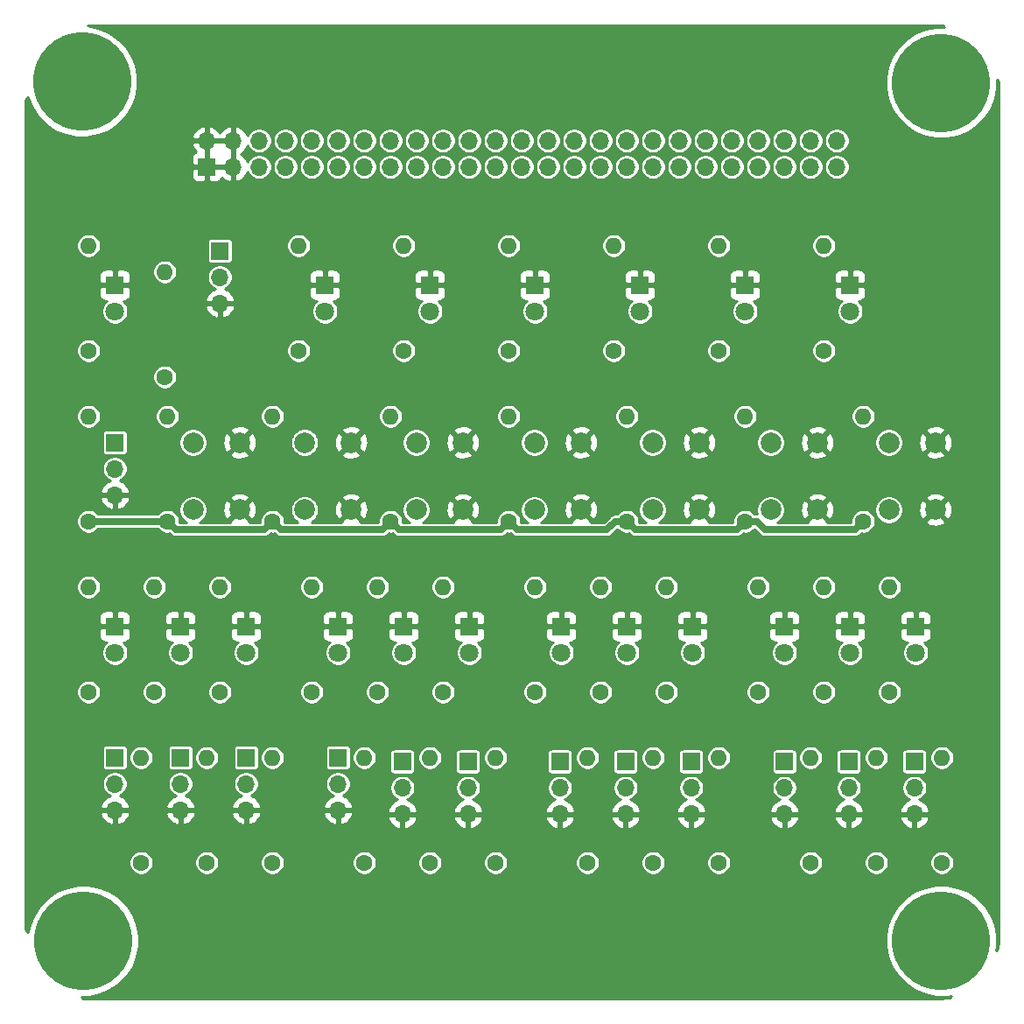
<source format=gbr>
G04 #@! TF.GenerationSoftware,KiCad,Pcbnew,(5.1.5)-3*
G04 #@! TF.CreationDate,2021-04-24T18:14:02-04:00*
G04 #@! TF.ProjectId,LEDS-SW12,4c454453-2d53-4573-9132-2e6b69636164,1*
G04 #@! TF.SameCoordinates,Original*
G04 #@! TF.FileFunction,Copper,L2,Bot*
G04 #@! TF.FilePolarity,Positive*
%FSLAX46Y46*%
G04 Gerber Fmt 4.6, Leading zero omitted, Abs format (unit mm)*
G04 Created by KiCad (PCBNEW (5.1.5)-3) date 2021-04-24 18:14:02*
%MOMM*%
%LPD*%
G04 APERTURE LIST*
%ADD10O,1.600000X1.600000*%
%ADD11C,1.600000*%
%ADD12C,9.525000*%
%ADD13C,1.800000*%
%ADD14R,1.800000X1.800000*%
%ADD15O,1.700000X1.700000*%
%ADD16R,1.700000X1.700000*%
%ADD17C,2.000000*%
%ADD18C,0.635000*%
%ADD19C,0.254000*%
G04 APERTURE END LIST*
D10*
X77470000Y-81280000D03*
D11*
X77470000Y-91440000D03*
D12*
X15875000Y-15875000D03*
X99000000Y-99000000D03*
X16000000Y-99000000D03*
X99000000Y-16000000D03*
D13*
X96520000Y-71120000D03*
D14*
X96520000Y-68580000D03*
X90170000Y-68580000D03*
D13*
X90170000Y-71120000D03*
D14*
X83820000Y-68580000D03*
D13*
X83820000Y-71120000D03*
X74930000Y-71120000D03*
D14*
X74930000Y-68580000D03*
X68580000Y-68580000D03*
D13*
X68580000Y-71120000D03*
X62230000Y-71120000D03*
D14*
X62230000Y-68580000D03*
X53340000Y-68580000D03*
D13*
X53340000Y-71120000D03*
X46990000Y-71120000D03*
D14*
X46990000Y-68580000D03*
D11*
X49530000Y-91440000D03*
D10*
X49530000Y-81280000D03*
D11*
X55880000Y-91440000D03*
D10*
X55880000Y-81280000D03*
X64770000Y-81280000D03*
D11*
X64770000Y-91440000D03*
X71120000Y-91440000D03*
D10*
X71120000Y-81280000D03*
X86360000Y-81280000D03*
D11*
X86360000Y-91440000D03*
X92710000Y-91440000D03*
D10*
X92710000Y-81280000D03*
X99060000Y-81280000D03*
D11*
X99060000Y-91440000D03*
D10*
X24130000Y-48260000D03*
D11*
X24130000Y-58420000D03*
X34290000Y-58420000D03*
D10*
X34290000Y-48260000D03*
X45720000Y-48260000D03*
D11*
X45720000Y-58420000D03*
X57150000Y-58420000D03*
D10*
X57150000Y-48260000D03*
X68580000Y-48260000D03*
D11*
X68580000Y-58420000D03*
X80010000Y-58420000D03*
D10*
X80010000Y-48260000D03*
X91440000Y-48260000D03*
D11*
X91440000Y-58420000D03*
X93980000Y-74930000D03*
D10*
X93980000Y-64770000D03*
X87630000Y-64770000D03*
D11*
X87630000Y-74930000D03*
X81280000Y-74930000D03*
D10*
X81280000Y-64770000D03*
X72390000Y-64770000D03*
D11*
X72390000Y-74930000D03*
X66040000Y-74930000D03*
D10*
X66040000Y-64770000D03*
X59690000Y-64770000D03*
D11*
X59690000Y-74930000D03*
X50800000Y-74930000D03*
D10*
X50800000Y-64770000D03*
X44450000Y-64770000D03*
D11*
X44450000Y-74930000D03*
D15*
X46863000Y-86741000D03*
X46863000Y-84201000D03*
D16*
X46863000Y-81661000D03*
X53213000Y-81661000D03*
D15*
X53213000Y-84201000D03*
X53213000Y-86741000D03*
X62103000Y-86741000D03*
X62103000Y-84201000D03*
D16*
X62103000Y-81661000D03*
X68453000Y-81661000D03*
D15*
X68453000Y-84201000D03*
X68453000Y-86741000D03*
X74803000Y-86741000D03*
X74803000Y-84201000D03*
D16*
X74803000Y-81661000D03*
X83820000Y-81661000D03*
D15*
X83820000Y-84201000D03*
X83820000Y-86741000D03*
X90043000Y-86741000D03*
X90043000Y-84201000D03*
D16*
X90043000Y-81661000D03*
X96393000Y-81661000D03*
D15*
X96393000Y-84201000D03*
X96393000Y-86741000D03*
D17*
X31115000Y-57300000D03*
X26615000Y-57300000D03*
X31115000Y-50800000D03*
X26615000Y-50800000D03*
X37410000Y-50800000D03*
X41910000Y-50800000D03*
X37410000Y-57300000D03*
X41910000Y-57300000D03*
X52705000Y-57300000D03*
X48205000Y-57300000D03*
X52705000Y-50800000D03*
X48205000Y-50800000D03*
X59635000Y-50800000D03*
X64135000Y-50800000D03*
X59635000Y-57300000D03*
X64135000Y-57300000D03*
X75565000Y-57300000D03*
X71065000Y-57300000D03*
X75565000Y-50800000D03*
X71065000Y-50800000D03*
X82495000Y-50800000D03*
X86995000Y-50800000D03*
X82495000Y-57300000D03*
X86995000Y-57300000D03*
X98425000Y-57300000D03*
X93925000Y-57300000D03*
X98425000Y-50800000D03*
X93925000Y-50800000D03*
D14*
X40640000Y-68580000D03*
D13*
X40640000Y-71120000D03*
X31750000Y-71120000D03*
D14*
X31750000Y-68580000D03*
X25400000Y-68580000D03*
D13*
X25400000Y-71120000D03*
X19050000Y-71120000D03*
D14*
X19050000Y-68580000D03*
D11*
X43180000Y-91440000D03*
D10*
X43180000Y-81280000D03*
X34290000Y-81280000D03*
D11*
X34290000Y-91440000D03*
X27940000Y-91440000D03*
D10*
X27940000Y-81280000D03*
X21590000Y-81280000D03*
D11*
X21590000Y-91440000D03*
X38100000Y-74930000D03*
D10*
X38100000Y-64770000D03*
X29210000Y-64770000D03*
D11*
X29210000Y-74930000D03*
X22860000Y-74930000D03*
D10*
X22860000Y-64770000D03*
X16510000Y-64770000D03*
D11*
X16510000Y-74930000D03*
D15*
X40640000Y-86360000D03*
X40640000Y-83820000D03*
D16*
X40640000Y-81280000D03*
X31750000Y-81280000D03*
D15*
X31750000Y-83820000D03*
X31750000Y-86360000D03*
X25400000Y-86360000D03*
X25400000Y-83820000D03*
D16*
X25400000Y-81280000D03*
X19050000Y-81280000D03*
D15*
X19050000Y-83820000D03*
X19050000Y-86360000D03*
D13*
X90170000Y-38100000D03*
D14*
X90170000Y-35560000D03*
X80010000Y-35560000D03*
D13*
X80010000Y-38100000D03*
X59690000Y-38100000D03*
D14*
X59690000Y-35560000D03*
X69850000Y-35560000D03*
D13*
X69850000Y-38100000D03*
X39370000Y-38100000D03*
D14*
X39370000Y-35560000D03*
X49530000Y-35560000D03*
D13*
X49530000Y-38100000D03*
D10*
X87630000Y-31750000D03*
D11*
X87630000Y-41910000D03*
X77470000Y-41910000D03*
D10*
X77470000Y-31750000D03*
X57150000Y-31750000D03*
D11*
X57150000Y-41910000D03*
X67310000Y-41910000D03*
D10*
X67310000Y-31750000D03*
X36830000Y-31750000D03*
D11*
X36830000Y-41910000D03*
X46990000Y-41910000D03*
D10*
X46990000Y-31750000D03*
D14*
X19050000Y-35560000D03*
D13*
X19050000Y-38100000D03*
D11*
X16510000Y-41910000D03*
D10*
X16510000Y-31750000D03*
D11*
X23876000Y-44450000D03*
D10*
X23876000Y-34290000D03*
D16*
X29210000Y-32258000D03*
D15*
X29210000Y-34798000D03*
X29210000Y-37338000D03*
D11*
X16510000Y-58420000D03*
D10*
X16510000Y-48260000D03*
D16*
X19050000Y-50800000D03*
D15*
X19050000Y-53340000D03*
X19050000Y-55880000D03*
D16*
X27940000Y-24130000D03*
D15*
X27940000Y-21590000D03*
X30480000Y-24130000D03*
X30480000Y-21590000D03*
X33020000Y-24130000D03*
X33020000Y-21590000D03*
X35560000Y-24130000D03*
X35560000Y-21590000D03*
X38100000Y-24130000D03*
X38100000Y-21590000D03*
X40640000Y-24130000D03*
X40640000Y-21590000D03*
X43180000Y-24130000D03*
X43180000Y-21590000D03*
X45720000Y-24130000D03*
X45720000Y-21590000D03*
X48260000Y-24130000D03*
X48260000Y-21590000D03*
X50800000Y-24130000D03*
X50800000Y-21590000D03*
X53340000Y-24130000D03*
X53340000Y-21590000D03*
X55880000Y-24130000D03*
X55880000Y-21590000D03*
X58420000Y-24130000D03*
X58420000Y-21590000D03*
X60960000Y-24130000D03*
X60960000Y-21590000D03*
X63500000Y-24130000D03*
X63500000Y-21590000D03*
X66040000Y-24130000D03*
X66040000Y-21590000D03*
X68580000Y-24130000D03*
X68580000Y-21590000D03*
X71120000Y-24130000D03*
X71120000Y-21590000D03*
X73660000Y-24130000D03*
X73660000Y-21590000D03*
X76200000Y-24130000D03*
X76200000Y-21590000D03*
X78740000Y-24130000D03*
X78740000Y-21590000D03*
X81280000Y-24130000D03*
X81280000Y-21590000D03*
X83820000Y-24130000D03*
X83820000Y-21590000D03*
X86360000Y-24130000D03*
X86360000Y-21590000D03*
X88900000Y-24130000D03*
X88900000Y-21590000D03*
D18*
X90640001Y-59219999D02*
X91440000Y-58420000D01*
X80010000Y-58420000D02*
X81141370Y-58420000D01*
X81941369Y-59219999D02*
X90640001Y-59219999D01*
X81141370Y-58420000D02*
X81941369Y-59219999D01*
X79210001Y-59219999D02*
X69379999Y-59219999D01*
X80010000Y-58420000D02*
X79210001Y-59219999D01*
X69379999Y-59219999D02*
X68580000Y-58420000D01*
X57949999Y-59219999D02*
X57150000Y-58420000D01*
X68580000Y-58420000D02*
X67448630Y-58420000D01*
X66648631Y-59219999D02*
X57949999Y-59219999D01*
X67448630Y-58420000D02*
X66648631Y-59219999D01*
X46519999Y-59219999D02*
X45720000Y-58420000D01*
X56350001Y-59219999D02*
X46519999Y-59219999D01*
X57150000Y-58420000D02*
X56350001Y-59219999D01*
X44920001Y-59219999D02*
X35089999Y-59219999D01*
X35089999Y-59219999D02*
X34290000Y-58420000D01*
X45720000Y-58420000D02*
X44920001Y-59219999D01*
X24929999Y-59219999D02*
X24130000Y-58420000D01*
X33490001Y-59219999D02*
X24929999Y-59219999D01*
X34290000Y-58420000D02*
X33490001Y-59219999D01*
X24130000Y-58420000D02*
X16510000Y-58420000D01*
D19*
G36*
X99166541Y-10446147D02*
G01*
X99322894Y-10602500D01*
X98468393Y-10602500D01*
X97425607Y-10809923D01*
X96443325Y-11216798D01*
X95559294Y-11807488D01*
X94807488Y-12559294D01*
X94216798Y-13443325D01*
X93809923Y-14425607D01*
X93602500Y-15468393D01*
X93602500Y-16531607D01*
X93809923Y-17574393D01*
X94216798Y-18556675D01*
X94807488Y-19440706D01*
X95559294Y-20192512D01*
X96443325Y-20783202D01*
X97425607Y-21190077D01*
X98468393Y-21397500D01*
X99531607Y-21397500D01*
X100574393Y-21190077D01*
X101556675Y-20783202D01*
X102440706Y-20192512D01*
X103192512Y-19440706D01*
X103783202Y-18556675D01*
X104190077Y-17574393D01*
X104397500Y-16531607D01*
X104397500Y-15677106D01*
X104561004Y-15840610D01*
X104569000Y-16010167D01*
X104569001Y-98982297D01*
X104502793Y-99787601D01*
X104307791Y-99982603D01*
X104397500Y-99531607D01*
X104397500Y-98468393D01*
X104190077Y-97425607D01*
X103783202Y-96443325D01*
X103192512Y-95559294D01*
X102440706Y-94807488D01*
X101556675Y-94216798D01*
X100574393Y-93809923D01*
X99531607Y-93602500D01*
X98468393Y-93602500D01*
X97425607Y-93809923D01*
X96443325Y-94216798D01*
X95559294Y-94807488D01*
X94807488Y-95559294D01*
X94216798Y-96443325D01*
X93809923Y-97425607D01*
X93602500Y-98468393D01*
X93602500Y-99531607D01*
X93809923Y-100574393D01*
X94216798Y-101556675D01*
X94807488Y-102440706D01*
X95559294Y-103192512D01*
X96443325Y-103783202D01*
X97425607Y-104190077D01*
X98468393Y-104397500D01*
X99531607Y-104397500D01*
X99982603Y-104307791D01*
X99796019Y-104494375D01*
X99516509Y-104544163D01*
X98989833Y-104569000D01*
X16017690Y-104569000D01*
X15971305Y-104565186D01*
X15831566Y-104397500D01*
X16531607Y-104397500D01*
X17574393Y-104190077D01*
X18556675Y-103783202D01*
X19440706Y-103192512D01*
X20192512Y-102440706D01*
X20783202Y-101556675D01*
X21190077Y-100574393D01*
X21397500Y-99531607D01*
X21397500Y-98468393D01*
X21190077Y-97425607D01*
X20783202Y-96443325D01*
X20192512Y-95559294D01*
X19440706Y-94807488D01*
X18556675Y-94216798D01*
X17574393Y-93809923D01*
X16531607Y-93602500D01*
X15468393Y-93602500D01*
X14425607Y-93809923D01*
X13443325Y-94216798D01*
X12559294Y-94807488D01*
X11807488Y-95559294D01*
X11216798Y-96443325D01*
X10809923Y-97425607D01*
X10658025Y-98189250D01*
X10431000Y-97916820D01*
X10431000Y-91323682D01*
X20409000Y-91323682D01*
X20409000Y-91556318D01*
X20454386Y-91784485D01*
X20543412Y-91999413D01*
X20672658Y-92192843D01*
X20837157Y-92357342D01*
X21030587Y-92486588D01*
X21245515Y-92575614D01*
X21473682Y-92621000D01*
X21706318Y-92621000D01*
X21934485Y-92575614D01*
X22149413Y-92486588D01*
X22342843Y-92357342D01*
X22507342Y-92192843D01*
X22636588Y-91999413D01*
X22725614Y-91784485D01*
X22771000Y-91556318D01*
X22771000Y-91323682D01*
X26759000Y-91323682D01*
X26759000Y-91556318D01*
X26804386Y-91784485D01*
X26893412Y-91999413D01*
X27022658Y-92192843D01*
X27187157Y-92357342D01*
X27380587Y-92486588D01*
X27595515Y-92575614D01*
X27823682Y-92621000D01*
X28056318Y-92621000D01*
X28284485Y-92575614D01*
X28499413Y-92486588D01*
X28692843Y-92357342D01*
X28857342Y-92192843D01*
X28986588Y-91999413D01*
X29075614Y-91784485D01*
X29121000Y-91556318D01*
X29121000Y-91323682D01*
X33109000Y-91323682D01*
X33109000Y-91556318D01*
X33154386Y-91784485D01*
X33243412Y-91999413D01*
X33372658Y-92192843D01*
X33537157Y-92357342D01*
X33730587Y-92486588D01*
X33945515Y-92575614D01*
X34173682Y-92621000D01*
X34406318Y-92621000D01*
X34634485Y-92575614D01*
X34849413Y-92486588D01*
X35042843Y-92357342D01*
X35207342Y-92192843D01*
X35336588Y-91999413D01*
X35425614Y-91784485D01*
X35471000Y-91556318D01*
X35471000Y-91323682D01*
X41999000Y-91323682D01*
X41999000Y-91556318D01*
X42044386Y-91784485D01*
X42133412Y-91999413D01*
X42262658Y-92192843D01*
X42427157Y-92357342D01*
X42620587Y-92486588D01*
X42835515Y-92575614D01*
X43063682Y-92621000D01*
X43296318Y-92621000D01*
X43524485Y-92575614D01*
X43739413Y-92486588D01*
X43932843Y-92357342D01*
X44097342Y-92192843D01*
X44226588Y-91999413D01*
X44315614Y-91784485D01*
X44361000Y-91556318D01*
X44361000Y-91323682D01*
X48349000Y-91323682D01*
X48349000Y-91556318D01*
X48394386Y-91784485D01*
X48483412Y-91999413D01*
X48612658Y-92192843D01*
X48777157Y-92357342D01*
X48970587Y-92486588D01*
X49185515Y-92575614D01*
X49413682Y-92621000D01*
X49646318Y-92621000D01*
X49874485Y-92575614D01*
X50089413Y-92486588D01*
X50282843Y-92357342D01*
X50447342Y-92192843D01*
X50576588Y-91999413D01*
X50665614Y-91784485D01*
X50711000Y-91556318D01*
X50711000Y-91323682D01*
X54699000Y-91323682D01*
X54699000Y-91556318D01*
X54744386Y-91784485D01*
X54833412Y-91999413D01*
X54962658Y-92192843D01*
X55127157Y-92357342D01*
X55320587Y-92486588D01*
X55535515Y-92575614D01*
X55763682Y-92621000D01*
X55996318Y-92621000D01*
X56224485Y-92575614D01*
X56439413Y-92486588D01*
X56632843Y-92357342D01*
X56797342Y-92192843D01*
X56926588Y-91999413D01*
X57015614Y-91784485D01*
X57061000Y-91556318D01*
X57061000Y-91323682D01*
X63589000Y-91323682D01*
X63589000Y-91556318D01*
X63634386Y-91784485D01*
X63723412Y-91999413D01*
X63852658Y-92192843D01*
X64017157Y-92357342D01*
X64210587Y-92486588D01*
X64425515Y-92575614D01*
X64653682Y-92621000D01*
X64886318Y-92621000D01*
X65114485Y-92575614D01*
X65329413Y-92486588D01*
X65522843Y-92357342D01*
X65687342Y-92192843D01*
X65816588Y-91999413D01*
X65905614Y-91784485D01*
X65951000Y-91556318D01*
X65951000Y-91323682D01*
X69939000Y-91323682D01*
X69939000Y-91556318D01*
X69984386Y-91784485D01*
X70073412Y-91999413D01*
X70202658Y-92192843D01*
X70367157Y-92357342D01*
X70560587Y-92486588D01*
X70775515Y-92575614D01*
X71003682Y-92621000D01*
X71236318Y-92621000D01*
X71464485Y-92575614D01*
X71679413Y-92486588D01*
X71872843Y-92357342D01*
X72037342Y-92192843D01*
X72166588Y-91999413D01*
X72255614Y-91784485D01*
X72301000Y-91556318D01*
X72301000Y-91323682D01*
X76289000Y-91323682D01*
X76289000Y-91556318D01*
X76334386Y-91784485D01*
X76423412Y-91999413D01*
X76552658Y-92192843D01*
X76717157Y-92357342D01*
X76910587Y-92486588D01*
X77125515Y-92575614D01*
X77353682Y-92621000D01*
X77586318Y-92621000D01*
X77814485Y-92575614D01*
X78029413Y-92486588D01*
X78222843Y-92357342D01*
X78387342Y-92192843D01*
X78516588Y-91999413D01*
X78605614Y-91784485D01*
X78651000Y-91556318D01*
X78651000Y-91323682D01*
X85179000Y-91323682D01*
X85179000Y-91556318D01*
X85224386Y-91784485D01*
X85313412Y-91999413D01*
X85442658Y-92192843D01*
X85607157Y-92357342D01*
X85800587Y-92486588D01*
X86015515Y-92575614D01*
X86243682Y-92621000D01*
X86476318Y-92621000D01*
X86704485Y-92575614D01*
X86919413Y-92486588D01*
X87112843Y-92357342D01*
X87277342Y-92192843D01*
X87406588Y-91999413D01*
X87495614Y-91784485D01*
X87541000Y-91556318D01*
X87541000Y-91323682D01*
X91529000Y-91323682D01*
X91529000Y-91556318D01*
X91574386Y-91784485D01*
X91663412Y-91999413D01*
X91792658Y-92192843D01*
X91957157Y-92357342D01*
X92150587Y-92486588D01*
X92365515Y-92575614D01*
X92593682Y-92621000D01*
X92826318Y-92621000D01*
X93054485Y-92575614D01*
X93269413Y-92486588D01*
X93462843Y-92357342D01*
X93627342Y-92192843D01*
X93756588Y-91999413D01*
X93845614Y-91784485D01*
X93891000Y-91556318D01*
X93891000Y-91323682D01*
X97879000Y-91323682D01*
X97879000Y-91556318D01*
X97924386Y-91784485D01*
X98013412Y-91999413D01*
X98142658Y-92192843D01*
X98307157Y-92357342D01*
X98500587Y-92486588D01*
X98715515Y-92575614D01*
X98943682Y-92621000D01*
X99176318Y-92621000D01*
X99404485Y-92575614D01*
X99619413Y-92486588D01*
X99812843Y-92357342D01*
X99977342Y-92192843D01*
X100106588Y-91999413D01*
X100195614Y-91784485D01*
X100241000Y-91556318D01*
X100241000Y-91323682D01*
X100195614Y-91095515D01*
X100106588Y-90880587D01*
X99977342Y-90687157D01*
X99812843Y-90522658D01*
X99619413Y-90393412D01*
X99404485Y-90304386D01*
X99176318Y-90259000D01*
X98943682Y-90259000D01*
X98715515Y-90304386D01*
X98500587Y-90393412D01*
X98307157Y-90522658D01*
X98142658Y-90687157D01*
X98013412Y-90880587D01*
X97924386Y-91095515D01*
X97879000Y-91323682D01*
X93891000Y-91323682D01*
X93845614Y-91095515D01*
X93756588Y-90880587D01*
X93627342Y-90687157D01*
X93462843Y-90522658D01*
X93269413Y-90393412D01*
X93054485Y-90304386D01*
X92826318Y-90259000D01*
X92593682Y-90259000D01*
X92365515Y-90304386D01*
X92150587Y-90393412D01*
X91957157Y-90522658D01*
X91792658Y-90687157D01*
X91663412Y-90880587D01*
X91574386Y-91095515D01*
X91529000Y-91323682D01*
X87541000Y-91323682D01*
X87495614Y-91095515D01*
X87406588Y-90880587D01*
X87277342Y-90687157D01*
X87112843Y-90522658D01*
X86919413Y-90393412D01*
X86704485Y-90304386D01*
X86476318Y-90259000D01*
X86243682Y-90259000D01*
X86015515Y-90304386D01*
X85800587Y-90393412D01*
X85607157Y-90522658D01*
X85442658Y-90687157D01*
X85313412Y-90880587D01*
X85224386Y-91095515D01*
X85179000Y-91323682D01*
X78651000Y-91323682D01*
X78605614Y-91095515D01*
X78516588Y-90880587D01*
X78387342Y-90687157D01*
X78222843Y-90522658D01*
X78029413Y-90393412D01*
X77814485Y-90304386D01*
X77586318Y-90259000D01*
X77353682Y-90259000D01*
X77125515Y-90304386D01*
X76910587Y-90393412D01*
X76717157Y-90522658D01*
X76552658Y-90687157D01*
X76423412Y-90880587D01*
X76334386Y-91095515D01*
X76289000Y-91323682D01*
X72301000Y-91323682D01*
X72255614Y-91095515D01*
X72166588Y-90880587D01*
X72037342Y-90687157D01*
X71872843Y-90522658D01*
X71679413Y-90393412D01*
X71464485Y-90304386D01*
X71236318Y-90259000D01*
X71003682Y-90259000D01*
X70775515Y-90304386D01*
X70560587Y-90393412D01*
X70367157Y-90522658D01*
X70202658Y-90687157D01*
X70073412Y-90880587D01*
X69984386Y-91095515D01*
X69939000Y-91323682D01*
X65951000Y-91323682D01*
X65905614Y-91095515D01*
X65816588Y-90880587D01*
X65687342Y-90687157D01*
X65522843Y-90522658D01*
X65329413Y-90393412D01*
X65114485Y-90304386D01*
X64886318Y-90259000D01*
X64653682Y-90259000D01*
X64425515Y-90304386D01*
X64210587Y-90393412D01*
X64017157Y-90522658D01*
X63852658Y-90687157D01*
X63723412Y-90880587D01*
X63634386Y-91095515D01*
X63589000Y-91323682D01*
X57061000Y-91323682D01*
X57015614Y-91095515D01*
X56926588Y-90880587D01*
X56797342Y-90687157D01*
X56632843Y-90522658D01*
X56439413Y-90393412D01*
X56224485Y-90304386D01*
X55996318Y-90259000D01*
X55763682Y-90259000D01*
X55535515Y-90304386D01*
X55320587Y-90393412D01*
X55127157Y-90522658D01*
X54962658Y-90687157D01*
X54833412Y-90880587D01*
X54744386Y-91095515D01*
X54699000Y-91323682D01*
X50711000Y-91323682D01*
X50665614Y-91095515D01*
X50576588Y-90880587D01*
X50447342Y-90687157D01*
X50282843Y-90522658D01*
X50089413Y-90393412D01*
X49874485Y-90304386D01*
X49646318Y-90259000D01*
X49413682Y-90259000D01*
X49185515Y-90304386D01*
X48970587Y-90393412D01*
X48777157Y-90522658D01*
X48612658Y-90687157D01*
X48483412Y-90880587D01*
X48394386Y-91095515D01*
X48349000Y-91323682D01*
X44361000Y-91323682D01*
X44315614Y-91095515D01*
X44226588Y-90880587D01*
X44097342Y-90687157D01*
X43932843Y-90522658D01*
X43739413Y-90393412D01*
X43524485Y-90304386D01*
X43296318Y-90259000D01*
X43063682Y-90259000D01*
X42835515Y-90304386D01*
X42620587Y-90393412D01*
X42427157Y-90522658D01*
X42262658Y-90687157D01*
X42133412Y-90880587D01*
X42044386Y-91095515D01*
X41999000Y-91323682D01*
X35471000Y-91323682D01*
X35425614Y-91095515D01*
X35336588Y-90880587D01*
X35207342Y-90687157D01*
X35042843Y-90522658D01*
X34849413Y-90393412D01*
X34634485Y-90304386D01*
X34406318Y-90259000D01*
X34173682Y-90259000D01*
X33945515Y-90304386D01*
X33730587Y-90393412D01*
X33537157Y-90522658D01*
X33372658Y-90687157D01*
X33243412Y-90880587D01*
X33154386Y-91095515D01*
X33109000Y-91323682D01*
X29121000Y-91323682D01*
X29075614Y-91095515D01*
X28986588Y-90880587D01*
X28857342Y-90687157D01*
X28692843Y-90522658D01*
X28499413Y-90393412D01*
X28284485Y-90304386D01*
X28056318Y-90259000D01*
X27823682Y-90259000D01*
X27595515Y-90304386D01*
X27380587Y-90393412D01*
X27187157Y-90522658D01*
X27022658Y-90687157D01*
X26893412Y-90880587D01*
X26804386Y-91095515D01*
X26759000Y-91323682D01*
X22771000Y-91323682D01*
X22725614Y-91095515D01*
X22636588Y-90880587D01*
X22507342Y-90687157D01*
X22342843Y-90522658D01*
X22149413Y-90393412D01*
X21934485Y-90304386D01*
X21706318Y-90259000D01*
X21473682Y-90259000D01*
X21245515Y-90304386D01*
X21030587Y-90393412D01*
X20837157Y-90522658D01*
X20672658Y-90687157D01*
X20543412Y-90880587D01*
X20454386Y-91095515D01*
X20409000Y-91323682D01*
X10431000Y-91323682D01*
X10431000Y-86716890D01*
X17608524Y-86716890D01*
X17653175Y-86864099D01*
X17778359Y-87126920D01*
X17952412Y-87360269D01*
X18168645Y-87555178D01*
X18418748Y-87704157D01*
X18693109Y-87801481D01*
X18923000Y-87680814D01*
X18923000Y-86487000D01*
X19177000Y-86487000D01*
X19177000Y-87680814D01*
X19406891Y-87801481D01*
X19681252Y-87704157D01*
X19931355Y-87555178D01*
X20147588Y-87360269D01*
X20321641Y-87126920D01*
X20446825Y-86864099D01*
X20491476Y-86716890D01*
X23958524Y-86716890D01*
X24003175Y-86864099D01*
X24128359Y-87126920D01*
X24302412Y-87360269D01*
X24518645Y-87555178D01*
X24768748Y-87704157D01*
X25043109Y-87801481D01*
X25273000Y-87680814D01*
X25273000Y-86487000D01*
X25527000Y-86487000D01*
X25527000Y-87680814D01*
X25756891Y-87801481D01*
X26031252Y-87704157D01*
X26281355Y-87555178D01*
X26497588Y-87360269D01*
X26671641Y-87126920D01*
X26796825Y-86864099D01*
X26841476Y-86716890D01*
X30308524Y-86716890D01*
X30353175Y-86864099D01*
X30478359Y-87126920D01*
X30652412Y-87360269D01*
X30868645Y-87555178D01*
X31118748Y-87704157D01*
X31393109Y-87801481D01*
X31623000Y-87680814D01*
X31623000Y-86487000D01*
X31877000Y-86487000D01*
X31877000Y-87680814D01*
X32106891Y-87801481D01*
X32381252Y-87704157D01*
X32631355Y-87555178D01*
X32847588Y-87360269D01*
X33021641Y-87126920D01*
X33146825Y-86864099D01*
X33191476Y-86716890D01*
X39198524Y-86716890D01*
X39243175Y-86864099D01*
X39368359Y-87126920D01*
X39542412Y-87360269D01*
X39758645Y-87555178D01*
X40008748Y-87704157D01*
X40283109Y-87801481D01*
X40513000Y-87680814D01*
X40513000Y-86487000D01*
X40767000Y-86487000D01*
X40767000Y-87680814D01*
X40996891Y-87801481D01*
X41271252Y-87704157D01*
X41521355Y-87555178D01*
X41737588Y-87360269D01*
X41911641Y-87126920D01*
X41925468Y-87097890D01*
X45421524Y-87097890D01*
X45466175Y-87245099D01*
X45591359Y-87507920D01*
X45765412Y-87741269D01*
X45981645Y-87936178D01*
X46231748Y-88085157D01*
X46506109Y-88182481D01*
X46736000Y-88061814D01*
X46736000Y-86868000D01*
X46990000Y-86868000D01*
X46990000Y-88061814D01*
X47219891Y-88182481D01*
X47494252Y-88085157D01*
X47744355Y-87936178D01*
X47960588Y-87741269D01*
X48134641Y-87507920D01*
X48259825Y-87245099D01*
X48304476Y-87097890D01*
X51771524Y-87097890D01*
X51816175Y-87245099D01*
X51941359Y-87507920D01*
X52115412Y-87741269D01*
X52331645Y-87936178D01*
X52581748Y-88085157D01*
X52856109Y-88182481D01*
X53086000Y-88061814D01*
X53086000Y-86868000D01*
X53340000Y-86868000D01*
X53340000Y-88061814D01*
X53569891Y-88182481D01*
X53844252Y-88085157D01*
X54094355Y-87936178D01*
X54310588Y-87741269D01*
X54484641Y-87507920D01*
X54609825Y-87245099D01*
X54654476Y-87097890D01*
X60661524Y-87097890D01*
X60706175Y-87245099D01*
X60831359Y-87507920D01*
X61005412Y-87741269D01*
X61221645Y-87936178D01*
X61471748Y-88085157D01*
X61746109Y-88182481D01*
X61976000Y-88061814D01*
X61976000Y-86868000D01*
X62230000Y-86868000D01*
X62230000Y-88061814D01*
X62459891Y-88182481D01*
X62734252Y-88085157D01*
X62984355Y-87936178D01*
X63200588Y-87741269D01*
X63374641Y-87507920D01*
X63499825Y-87245099D01*
X63544476Y-87097890D01*
X67011524Y-87097890D01*
X67056175Y-87245099D01*
X67181359Y-87507920D01*
X67355412Y-87741269D01*
X67571645Y-87936178D01*
X67821748Y-88085157D01*
X68096109Y-88182481D01*
X68326000Y-88061814D01*
X68326000Y-86868000D01*
X68580000Y-86868000D01*
X68580000Y-88061814D01*
X68809891Y-88182481D01*
X69084252Y-88085157D01*
X69334355Y-87936178D01*
X69550588Y-87741269D01*
X69724641Y-87507920D01*
X69849825Y-87245099D01*
X69894476Y-87097890D01*
X73361524Y-87097890D01*
X73406175Y-87245099D01*
X73531359Y-87507920D01*
X73705412Y-87741269D01*
X73921645Y-87936178D01*
X74171748Y-88085157D01*
X74446109Y-88182481D01*
X74676000Y-88061814D01*
X74676000Y-86868000D01*
X74930000Y-86868000D01*
X74930000Y-88061814D01*
X75159891Y-88182481D01*
X75434252Y-88085157D01*
X75684355Y-87936178D01*
X75900588Y-87741269D01*
X76074641Y-87507920D01*
X76199825Y-87245099D01*
X76244476Y-87097890D01*
X82378524Y-87097890D01*
X82423175Y-87245099D01*
X82548359Y-87507920D01*
X82722412Y-87741269D01*
X82938645Y-87936178D01*
X83188748Y-88085157D01*
X83463109Y-88182481D01*
X83693000Y-88061814D01*
X83693000Y-86868000D01*
X83947000Y-86868000D01*
X83947000Y-88061814D01*
X84176891Y-88182481D01*
X84451252Y-88085157D01*
X84701355Y-87936178D01*
X84917588Y-87741269D01*
X85091641Y-87507920D01*
X85216825Y-87245099D01*
X85261476Y-87097890D01*
X88601524Y-87097890D01*
X88646175Y-87245099D01*
X88771359Y-87507920D01*
X88945412Y-87741269D01*
X89161645Y-87936178D01*
X89411748Y-88085157D01*
X89686109Y-88182481D01*
X89916000Y-88061814D01*
X89916000Y-86868000D01*
X90170000Y-86868000D01*
X90170000Y-88061814D01*
X90399891Y-88182481D01*
X90674252Y-88085157D01*
X90924355Y-87936178D01*
X91140588Y-87741269D01*
X91314641Y-87507920D01*
X91439825Y-87245099D01*
X91484476Y-87097890D01*
X94951524Y-87097890D01*
X94996175Y-87245099D01*
X95121359Y-87507920D01*
X95295412Y-87741269D01*
X95511645Y-87936178D01*
X95761748Y-88085157D01*
X96036109Y-88182481D01*
X96266000Y-88061814D01*
X96266000Y-86868000D01*
X96520000Y-86868000D01*
X96520000Y-88061814D01*
X96749891Y-88182481D01*
X97024252Y-88085157D01*
X97274355Y-87936178D01*
X97490588Y-87741269D01*
X97664641Y-87507920D01*
X97789825Y-87245099D01*
X97834476Y-87097890D01*
X97713155Y-86868000D01*
X96520000Y-86868000D01*
X96266000Y-86868000D01*
X95072845Y-86868000D01*
X94951524Y-87097890D01*
X91484476Y-87097890D01*
X91363155Y-86868000D01*
X90170000Y-86868000D01*
X89916000Y-86868000D01*
X88722845Y-86868000D01*
X88601524Y-87097890D01*
X85261476Y-87097890D01*
X85140155Y-86868000D01*
X83947000Y-86868000D01*
X83693000Y-86868000D01*
X82499845Y-86868000D01*
X82378524Y-87097890D01*
X76244476Y-87097890D01*
X76123155Y-86868000D01*
X74930000Y-86868000D01*
X74676000Y-86868000D01*
X73482845Y-86868000D01*
X73361524Y-87097890D01*
X69894476Y-87097890D01*
X69773155Y-86868000D01*
X68580000Y-86868000D01*
X68326000Y-86868000D01*
X67132845Y-86868000D01*
X67011524Y-87097890D01*
X63544476Y-87097890D01*
X63423155Y-86868000D01*
X62230000Y-86868000D01*
X61976000Y-86868000D01*
X60782845Y-86868000D01*
X60661524Y-87097890D01*
X54654476Y-87097890D01*
X54533155Y-86868000D01*
X53340000Y-86868000D01*
X53086000Y-86868000D01*
X51892845Y-86868000D01*
X51771524Y-87097890D01*
X48304476Y-87097890D01*
X48183155Y-86868000D01*
X46990000Y-86868000D01*
X46736000Y-86868000D01*
X45542845Y-86868000D01*
X45421524Y-87097890D01*
X41925468Y-87097890D01*
X42036825Y-86864099D01*
X42081476Y-86716890D01*
X41960155Y-86487000D01*
X40767000Y-86487000D01*
X40513000Y-86487000D01*
X39319845Y-86487000D01*
X39198524Y-86716890D01*
X33191476Y-86716890D01*
X33070155Y-86487000D01*
X31877000Y-86487000D01*
X31623000Y-86487000D01*
X30429845Y-86487000D01*
X30308524Y-86716890D01*
X26841476Y-86716890D01*
X26720155Y-86487000D01*
X25527000Y-86487000D01*
X25273000Y-86487000D01*
X24079845Y-86487000D01*
X23958524Y-86716890D01*
X20491476Y-86716890D01*
X20370155Y-86487000D01*
X19177000Y-86487000D01*
X18923000Y-86487000D01*
X17729845Y-86487000D01*
X17608524Y-86716890D01*
X10431000Y-86716890D01*
X10431000Y-86384110D01*
X45421524Y-86384110D01*
X45542845Y-86614000D01*
X46736000Y-86614000D01*
X46736000Y-86594000D01*
X46990000Y-86594000D01*
X46990000Y-86614000D01*
X48183155Y-86614000D01*
X48304476Y-86384110D01*
X51771524Y-86384110D01*
X51892845Y-86614000D01*
X53086000Y-86614000D01*
X53086000Y-86594000D01*
X53340000Y-86594000D01*
X53340000Y-86614000D01*
X54533155Y-86614000D01*
X54654476Y-86384110D01*
X60661524Y-86384110D01*
X60782845Y-86614000D01*
X61976000Y-86614000D01*
X61976000Y-86594000D01*
X62230000Y-86594000D01*
X62230000Y-86614000D01*
X63423155Y-86614000D01*
X63544476Y-86384110D01*
X67011524Y-86384110D01*
X67132845Y-86614000D01*
X68326000Y-86614000D01*
X68326000Y-86594000D01*
X68580000Y-86594000D01*
X68580000Y-86614000D01*
X69773155Y-86614000D01*
X69894476Y-86384110D01*
X73361524Y-86384110D01*
X73482845Y-86614000D01*
X74676000Y-86614000D01*
X74676000Y-86594000D01*
X74930000Y-86594000D01*
X74930000Y-86614000D01*
X76123155Y-86614000D01*
X76244476Y-86384110D01*
X82378524Y-86384110D01*
X82499845Y-86614000D01*
X83693000Y-86614000D01*
X83693000Y-86594000D01*
X83947000Y-86594000D01*
X83947000Y-86614000D01*
X85140155Y-86614000D01*
X85261476Y-86384110D01*
X88601524Y-86384110D01*
X88722845Y-86614000D01*
X89916000Y-86614000D01*
X89916000Y-86594000D01*
X90170000Y-86594000D01*
X90170000Y-86614000D01*
X91363155Y-86614000D01*
X91484476Y-86384110D01*
X94951524Y-86384110D01*
X95072845Y-86614000D01*
X96266000Y-86614000D01*
X96266000Y-86594000D01*
X96520000Y-86594000D01*
X96520000Y-86614000D01*
X97713155Y-86614000D01*
X97834476Y-86384110D01*
X97789825Y-86236901D01*
X97664641Y-85974080D01*
X97490588Y-85740731D01*
X97274355Y-85545822D01*
X97024252Y-85396843D01*
X96861832Y-85339228D01*
X96976097Y-85291898D01*
X97177717Y-85157180D01*
X97349180Y-84985717D01*
X97483898Y-84784097D01*
X97576693Y-84560069D01*
X97624000Y-84322243D01*
X97624000Y-84079757D01*
X97576693Y-83841931D01*
X97483898Y-83617903D01*
X97349180Y-83416283D01*
X97177717Y-83244820D01*
X96976097Y-83110102D01*
X96752069Y-83017307D01*
X96514243Y-82970000D01*
X96271757Y-82970000D01*
X96033931Y-83017307D01*
X95809903Y-83110102D01*
X95608283Y-83244820D01*
X95436820Y-83416283D01*
X95302102Y-83617903D01*
X95209307Y-83841931D01*
X95162000Y-84079757D01*
X95162000Y-84322243D01*
X95209307Y-84560069D01*
X95302102Y-84784097D01*
X95436820Y-84985717D01*
X95608283Y-85157180D01*
X95809903Y-85291898D01*
X95924168Y-85339228D01*
X95761748Y-85396843D01*
X95511645Y-85545822D01*
X95295412Y-85740731D01*
X95121359Y-85974080D01*
X94996175Y-86236901D01*
X94951524Y-86384110D01*
X91484476Y-86384110D01*
X91439825Y-86236901D01*
X91314641Y-85974080D01*
X91140588Y-85740731D01*
X90924355Y-85545822D01*
X90674252Y-85396843D01*
X90511832Y-85339228D01*
X90626097Y-85291898D01*
X90827717Y-85157180D01*
X90999180Y-84985717D01*
X91133898Y-84784097D01*
X91226693Y-84560069D01*
X91274000Y-84322243D01*
X91274000Y-84079757D01*
X91226693Y-83841931D01*
X91133898Y-83617903D01*
X90999180Y-83416283D01*
X90827717Y-83244820D01*
X90626097Y-83110102D01*
X90402069Y-83017307D01*
X90164243Y-82970000D01*
X89921757Y-82970000D01*
X89683931Y-83017307D01*
X89459903Y-83110102D01*
X89258283Y-83244820D01*
X89086820Y-83416283D01*
X88952102Y-83617903D01*
X88859307Y-83841931D01*
X88812000Y-84079757D01*
X88812000Y-84322243D01*
X88859307Y-84560069D01*
X88952102Y-84784097D01*
X89086820Y-84985717D01*
X89258283Y-85157180D01*
X89459903Y-85291898D01*
X89574168Y-85339228D01*
X89411748Y-85396843D01*
X89161645Y-85545822D01*
X88945412Y-85740731D01*
X88771359Y-85974080D01*
X88646175Y-86236901D01*
X88601524Y-86384110D01*
X85261476Y-86384110D01*
X85216825Y-86236901D01*
X85091641Y-85974080D01*
X84917588Y-85740731D01*
X84701355Y-85545822D01*
X84451252Y-85396843D01*
X84288832Y-85339228D01*
X84403097Y-85291898D01*
X84604717Y-85157180D01*
X84776180Y-84985717D01*
X84910898Y-84784097D01*
X85003693Y-84560069D01*
X85051000Y-84322243D01*
X85051000Y-84079757D01*
X85003693Y-83841931D01*
X84910898Y-83617903D01*
X84776180Y-83416283D01*
X84604717Y-83244820D01*
X84403097Y-83110102D01*
X84179069Y-83017307D01*
X83941243Y-82970000D01*
X83698757Y-82970000D01*
X83460931Y-83017307D01*
X83236903Y-83110102D01*
X83035283Y-83244820D01*
X82863820Y-83416283D01*
X82729102Y-83617903D01*
X82636307Y-83841931D01*
X82589000Y-84079757D01*
X82589000Y-84322243D01*
X82636307Y-84560069D01*
X82729102Y-84784097D01*
X82863820Y-84985717D01*
X83035283Y-85157180D01*
X83236903Y-85291898D01*
X83351168Y-85339228D01*
X83188748Y-85396843D01*
X82938645Y-85545822D01*
X82722412Y-85740731D01*
X82548359Y-85974080D01*
X82423175Y-86236901D01*
X82378524Y-86384110D01*
X76244476Y-86384110D01*
X76199825Y-86236901D01*
X76074641Y-85974080D01*
X75900588Y-85740731D01*
X75684355Y-85545822D01*
X75434252Y-85396843D01*
X75271832Y-85339228D01*
X75386097Y-85291898D01*
X75587717Y-85157180D01*
X75759180Y-84985717D01*
X75893898Y-84784097D01*
X75986693Y-84560069D01*
X76034000Y-84322243D01*
X76034000Y-84079757D01*
X75986693Y-83841931D01*
X75893898Y-83617903D01*
X75759180Y-83416283D01*
X75587717Y-83244820D01*
X75386097Y-83110102D01*
X75162069Y-83017307D01*
X74924243Y-82970000D01*
X74681757Y-82970000D01*
X74443931Y-83017307D01*
X74219903Y-83110102D01*
X74018283Y-83244820D01*
X73846820Y-83416283D01*
X73712102Y-83617903D01*
X73619307Y-83841931D01*
X73572000Y-84079757D01*
X73572000Y-84322243D01*
X73619307Y-84560069D01*
X73712102Y-84784097D01*
X73846820Y-84985717D01*
X74018283Y-85157180D01*
X74219903Y-85291898D01*
X74334168Y-85339228D01*
X74171748Y-85396843D01*
X73921645Y-85545822D01*
X73705412Y-85740731D01*
X73531359Y-85974080D01*
X73406175Y-86236901D01*
X73361524Y-86384110D01*
X69894476Y-86384110D01*
X69849825Y-86236901D01*
X69724641Y-85974080D01*
X69550588Y-85740731D01*
X69334355Y-85545822D01*
X69084252Y-85396843D01*
X68921832Y-85339228D01*
X69036097Y-85291898D01*
X69237717Y-85157180D01*
X69409180Y-84985717D01*
X69543898Y-84784097D01*
X69636693Y-84560069D01*
X69684000Y-84322243D01*
X69684000Y-84079757D01*
X69636693Y-83841931D01*
X69543898Y-83617903D01*
X69409180Y-83416283D01*
X69237717Y-83244820D01*
X69036097Y-83110102D01*
X68812069Y-83017307D01*
X68574243Y-82970000D01*
X68331757Y-82970000D01*
X68093931Y-83017307D01*
X67869903Y-83110102D01*
X67668283Y-83244820D01*
X67496820Y-83416283D01*
X67362102Y-83617903D01*
X67269307Y-83841931D01*
X67222000Y-84079757D01*
X67222000Y-84322243D01*
X67269307Y-84560069D01*
X67362102Y-84784097D01*
X67496820Y-84985717D01*
X67668283Y-85157180D01*
X67869903Y-85291898D01*
X67984168Y-85339228D01*
X67821748Y-85396843D01*
X67571645Y-85545822D01*
X67355412Y-85740731D01*
X67181359Y-85974080D01*
X67056175Y-86236901D01*
X67011524Y-86384110D01*
X63544476Y-86384110D01*
X63499825Y-86236901D01*
X63374641Y-85974080D01*
X63200588Y-85740731D01*
X62984355Y-85545822D01*
X62734252Y-85396843D01*
X62571832Y-85339228D01*
X62686097Y-85291898D01*
X62887717Y-85157180D01*
X63059180Y-84985717D01*
X63193898Y-84784097D01*
X63286693Y-84560069D01*
X63334000Y-84322243D01*
X63334000Y-84079757D01*
X63286693Y-83841931D01*
X63193898Y-83617903D01*
X63059180Y-83416283D01*
X62887717Y-83244820D01*
X62686097Y-83110102D01*
X62462069Y-83017307D01*
X62224243Y-82970000D01*
X61981757Y-82970000D01*
X61743931Y-83017307D01*
X61519903Y-83110102D01*
X61318283Y-83244820D01*
X61146820Y-83416283D01*
X61012102Y-83617903D01*
X60919307Y-83841931D01*
X60872000Y-84079757D01*
X60872000Y-84322243D01*
X60919307Y-84560069D01*
X61012102Y-84784097D01*
X61146820Y-84985717D01*
X61318283Y-85157180D01*
X61519903Y-85291898D01*
X61634168Y-85339228D01*
X61471748Y-85396843D01*
X61221645Y-85545822D01*
X61005412Y-85740731D01*
X60831359Y-85974080D01*
X60706175Y-86236901D01*
X60661524Y-86384110D01*
X54654476Y-86384110D01*
X54609825Y-86236901D01*
X54484641Y-85974080D01*
X54310588Y-85740731D01*
X54094355Y-85545822D01*
X53844252Y-85396843D01*
X53681832Y-85339228D01*
X53796097Y-85291898D01*
X53997717Y-85157180D01*
X54169180Y-84985717D01*
X54303898Y-84784097D01*
X54396693Y-84560069D01*
X54444000Y-84322243D01*
X54444000Y-84079757D01*
X54396693Y-83841931D01*
X54303898Y-83617903D01*
X54169180Y-83416283D01*
X53997717Y-83244820D01*
X53796097Y-83110102D01*
X53572069Y-83017307D01*
X53334243Y-82970000D01*
X53091757Y-82970000D01*
X52853931Y-83017307D01*
X52629903Y-83110102D01*
X52428283Y-83244820D01*
X52256820Y-83416283D01*
X52122102Y-83617903D01*
X52029307Y-83841931D01*
X51982000Y-84079757D01*
X51982000Y-84322243D01*
X52029307Y-84560069D01*
X52122102Y-84784097D01*
X52256820Y-84985717D01*
X52428283Y-85157180D01*
X52629903Y-85291898D01*
X52744168Y-85339228D01*
X52581748Y-85396843D01*
X52331645Y-85545822D01*
X52115412Y-85740731D01*
X51941359Y-85974080D01*
X51816175Y-86236901D01*
X51771524Y-86384110D01*
X48304476Y-86384110D01*
X48259825Y-86236901D01*
X48134641Y-85974080D01*
X47960588Y-85740731D01*
X47744355Y-85545822D01*
X47494252Y-85396843D01*
X47331832Y-85339228D01*
X47446097Y-85291898D01*
X47647717Y-85157180D01*
X47819180Y-84985717D01*
X47953898Y-84784097D01*
X48046693Y-84560069D01*
X48094000Y-84322243D01*
X48094000Y-84079757D01*
X48046693Y-83841931D01*
X47953898Y-83617903D01*
X47819180Y-83416283D01*
X47647717Y-83244820D01*
X47446097Y-83110102D01*
X47222069Y-83017307D01*
X46984243Y-82970000D01*
X46741757Y-82970000D01*
X46503931Y-83017307D01*
X46279903Y-83110102D01*
X46078283Y-83244820D01*
X45906820Y-83416283D01*
X45772102Y-83617903D01*
X45679307Y-83841931D01*
X45632000Y-84079757D01*
X45632000Y-84322243D01*
X45679307Y-84560069D01*
X45772102Y-84784097D01*
X45906820Y-84985717D01*
X46078283Y-85157180D01*
X46279903Y-85291898D01*
X46394168Y-85339228D01*
X46231748Y-85396843D01*
X45981645Y-85545822D01*
X45765412Y-85740731D01*
X45591359Y-85974080D01*
X45466175Y-86236901D01*
X45421524Y-86384110D01*
X10431000Y-86384110D01*
X10431000Y-86003110D01*
X17608524Y-86003110D01*
X17729845Y-86233000D01*
X18923000Y-86233000D01*
X18923000Y-86213000D01*
X19177000Y-86213000D01*
X19177000Y-86233000D01*
X20370155Y-86233000D01*
X20491476Y-86003110D01*
X23958524Y-86003110D01*
X24079845Y-86233000D01*
X25273000Y-86233000D01*
X25273000Y-86213000D01*
X25527000Y-86213000D01*
X25527000Y-86233000D01*
X26720155Y-86233000D01*
X26841476Y-86003110D01*
X30308524Y-86003110D01*
X30429845Y-86233000D01*
X31623000Y-86233000D01*
X31623000Y-86213000D01*
X31877000Y-86213000D01*
X31877000Y-86233000D01*
X33070155Y-86233000D01*
X33191476Y-86003110D01*
X39198524Y-86003110D01*
X39319845Y-86233000D01*
X40513000Y-86233000D01*
X40513000Y-86213000D01*
X40767000Y-86213000D01*
X40767000Y-86233000D01*
X41960155Y-86233000D01*
X42081476Y-86003110D01*
X42036825Y-85855901D01*
X41911641Y-85593080D01*
X41737588Y-85359731D01*
X41521355Y-85164822D01*
X41271252Y-85015843D01*
X41108832Y-84958228D01*
X41223097Y-84910898D01*
X41424717Y-84776180D01*
X41596180Y-84604717D01*
X41730898Y-84403097D01*
X41823693Y-84179069D01*
X41871000Y-83941243D01*
X41871000Y-83698757D01*
X41823693Y-83460931D01*
X41730898Y-83236903D01*
X41596180Y-83035283D01*
X41424717Y-82863820D01*
X41223097Y-82729102D01*
X40999069Y-82636307D01*
X40761243Y-82589000D01*
X40518757Y-82589000D01*
X40280931Y-82636307D01*
X40056903Y-82729102D01*
X39855283Y-82863820D01*
X39683820Y-83035283D01*
X39549102Y-83236903D01*
X39456307Y-83460931D01*
X39409000Y-83698757D01*
X39409000Y-83941243D01*
X39456307Y-84179069D01*
X39549102Y-84403097D01*
X39683820Y-84604717D01*
X39855283Y-84776180D01*
X40056903Y-84910898D01*
X40171168Y-84958228D01*
X40008748Y-85015843D01*
X39758645Y-85164822D01*
X39542412Y-85359731D01*
X39368359Y-85593080D01*
X39243175Y-85855901D01*
X39198524Y-86003110D01*
X33191476Y-86003110D01*
X33146825Y-85855901D01*
X33021641Y-85593080D01*
X32847588Y-85359731D01*
X32631355Y-85164822D01*
X32381252Y-85015843D01*
X32218832Y-84958228D01*
X32333097Y-84910898D01*
X32534717Y-84776180D01*
X32706180Y-84604717D01*
X32840898Y-84403097D01*
X32933693Y-84179069D01*
X32981000Y-83941243D01*
X32981000Y-83698757D01*
X32933693Y-83460931D01*
X32840898Y-83236903D01*
X32706180Y-83035283D01*
X32534717Y-82863820D01*
X32333097Y-82729102D01*
X32109069Y-82636307D01*
X31871243Y-82589000D01*
X31628757Y-82589000D01*
X31390931Y-82636307D01*
X31166903Y-82729102D01*
X30965283Y-82863820D01*
X30793820Y-83035283D01*
X30659102Y-83236903D01*
X30566307Y-83460931D01*
X30519000Y-83698757D01*
X30519000Y-83941243D01*
X30566307Y-84179069D01*
X30659102Y-84403097D01*
X30793820Y-84604717D01*
X30965283Y-84776180D01*
X31166903Y-84910898D01*
X31281168Y-84958228D01*
X31118748Y-85015843D01*
X30868645Y-85164822D01*
X30652412Y-85359731D01*
X30478359Y-85593080D01*
X30353175Y-85855901D01*
X30308524Y-86003110D01*
X26841476Y-86003110D01*
X26796825Y-85855901D01*
X26671641Y-85593080D01*
X26497588Y-85359731D01*
X26281355Y-85164822D01*
X26031252Y-85015843D01*
X25868832Y-84958228D01*
X25983097Y-84910898D01*
X26184717Y-84776180D01*
X26356180Y-84604717D01*
X26490898Y-84403097D01*
X26583693Y-84179069D01*
X26631000Y-83941243D01*
X26631000Y-83698757D01*
X26583693Y-83460931D01*
X26490898Y-83236903D01*
X26356180Y-83035283D01*
X26184717Y-82863820D01*
X25983097Y-82729102D01*
X25759069Y-82636307D01*
X25521243Y-82589000D01*
X25278757Y-82589000D01*
X25040931Y-82636307D01*
X24816903Y-82729102D01*
X24615283Y-82863820D01*
X24443820Y-83035283D01*
X24309102Y-83236903D01*
X24216307Y-83460931D01*
X24169000Y-83698757D01*
X24169000Y-83941243D01*
X24216307Y-84179069D01*
X24309102Y-84403097D01*
X24443820Y-84604717D01*
X24615283Y-84776180D01*
X24816903Y-84910898D01*
X24931168Y-84958228D01*
X24768748Y-85015843D01*
X24518645Y-85164822D01*
X24302412Y-85359731D01*
X24128359Y-85593080D01*
X24003175Y-85855901D01*
X23958524Y-86003110D01*
X20491476Y-86003110D01*
X20446825Y-85855901D01*
X20321641Y-85593080D01*
X20147588Y-85359731D01*
X19931355Y-85164822D01*
X19681252Y-85015843D01*
X19518832Y-84958228D01*
X19633097Y-84910898D01*
X19834717Y-84776180D01*
X20006180Y-84604717D01*
X20140898Y-84403097D01*
X20233693Y-84179069D01*
X20281000Y-83941243D01*
X20281000Y-83698757D01*
X20233693Y-83460931D01*
X20140898Y-83236903D01*
X20006180Y-83035283D01*
X19834717Y-82863820D01*
X19633097Y-82729102D01*
X19409069Y-82636307D01*
X19171243Y-82589000D01*
X18928757Y-82589000D01*
X18690931Y-82636307D01*
X18466903Y-82729102D01*
X18265283Y-82863820D01*
X18093820Y-83035283D01*
X17959102Y-83236903D01*
X17866307Y-83460931D01*
X17819000Y-83698757D01*
X17819000Y-83941243D01*
X17866307Y-84179069D01*
X17959102Y-84403097D01*
X18093820Y-84604717D01*
X18265283Y-84776180D01*
X18466903Y-84910898D01*
X18581168Y-84958228D01*
X18418748Y-85015843D01*
X18168645Y-85164822D01*
X17952412Y-85359731D01*
X17778359Y-85593080D01*
X17653175Y-85855901D01*
X17608524Y-86003110D01*
X10431000Y-86003110D01*
X10431000Y-80430000D01*
X17817157Y-80430000D01*
X17817157Y-82130000D01*
X17824513Y-82204689D01*
X17846299Y-82276508D01*
X17881678Y-82342696D01*
X17929289Y-82400711D01*
X17987304Y-82448322D01*
X18053492Y-82483701D01*
X18125311Y-82505487D01*
X18200000Y-82512843D01*
X19900000Y-82512843D01*
X19974689Y-82505487D01*
X20046508Y-82483701D01*
X20112696Y-82448322D01*
X20170711Y-82400711D01*
X20218322Y-82342696D01*
X20253701Y-82276508D01*
X20275487Y-82204689D01*
X20282843Y-82130000D01*
X20282843Y-81163682D01*
X20409000Y-81163682D01*
X20409000Y-81396318D01*
X20454386Y-81624485D01*
X20543412Y-81839413D01*
X20672658Y-82032843D01*
X20837157Y-82197342D01*
X21030587Y-82326588D01*
X21245515Y-82415614D01*
X21473682Y-82461000D01*
X21706318Y-82461000D01*
X21934485Y-82415614D01*
X22149413Y-82326588D01*
X22342843Y-82197342D01*
X22507342Y-82032843D01*
X22636588Y-81839413D01*
X22725614Y-81624485D01*
X22771000Y-81396318D01*
X22771000Y-81163682D01*
X22725614Y-80935515D01*
X22636588Y-80720587D01*
X22507342Y-80527157D01*
X22410185Y-80430000D01*
X24167157Y-80430000D01*
X24167157Y-82130000D01*
X24174513Y-82204689D01*
X24196299Y-82276508D01*
X24231678Y-82342696D01*
X24279289Y-82400711D01*
X24337304Y-82448322D01*
X24403492Y-82483701D01*
X24475311Y-82505487D01*
X24550000Y-82512843D01*
X26250000Y-82512843D01*
X26324689Y-82505487D01*
X26396508Y-82483701D01*
X26462696Y-82448322D01*
X26520711Y-82400711D01*
X26568322Y-82342696D01*
X26603701Y-82276508D01*
X26625487Y-82204689D01*
X26632843Y-82130000D01*
X26632843Y-81163682D01*
X26759000Y-81163682D01*
X26759000Y-81396318D01*
X26804386Y-81624485D01*
X26893412Y-81839413D01*
X27022658Y-82032843D01*
X27187157Y-82197342D01*
X27380587Y-82326588D01*
X27595515Y-82415614D01*
X27823682Y-82461000D01*
X28056318Y-82461000D01*
X28284485Y-82415614D01*
X28499413Y-82326588D01*
X28692843Y-82197342D01*
X28857342Y-82032843D01*
X28986588Y-81839413D01*
X29075614Y-81624485D01*
X29121000Y-81396318D01*
X29121000Y-81163682D01*
X29075614Y-80935515D01*
X28986588Y-80720587D01*
X28857342Y-80527157D01*
X28760185Y-80430000D01*
X30517157Y-80430000D01*
X30517157Y-82130000D01*
X30524513Y-82204689D01*
X30546299Y-82276508D01*
X30581678Y-82342696D01*
X30629289Y-82400711D01*
X30687304Y-82448322D01*
X30753492Y-82483701D01*
X30825311Y-82505487D01*
X30900000Y-82512843D01*
X32600000Y-82512843D01*
X32674689Y-82505487D01*
X32746508Y-82483701D01*
X32812696Y-82448322D01*
X32870711Y-82400711D01*
X32918322Y-82342696D01*
X32953701Y-82276508D01*
X32975487Y-82204689D01*
X32982843Y-82130000D01*
X32982843Y-81163682D01*
X33109000Y-81163682D01*
X33109000Y-81396318D01*
X33154386Y-81624485D01*
X33243412Y-81839413D01*
X33372658Y-82032843D01*
X33537157Y-82197342D01*
X33730587Y-82326588D01*
X33945515Y-82415614D01*
X34173682Y-82461000D01*
X34406318Y-82461000D01*
X34634485Y-82415614D01*
X34849413Y-82326588D01*
X35042843Y-82197342D01*
X35207342Y-82032843D01*
X35336588Y-81839413D01*
X35425614Y-81624485D01*
X35471000Y-81396318D01*
X35471000Y-81163682D01*
X35425614Y-80935515D01*
X35336588Y-80720587D01*
X35207342Y-80527157D01*
X35110185Y-80430000D01*
X39407157Y-80430000D01*
X39407157Y-82130000D01*
X39414513Y-82204689D01*
X39436299Y-82276508D01*
X39471678Y-82342696D01*
X39519289Y-82400711D01*
X39577304Y-82448322D01*
X39643492Y-82483701D01*
X39715311Y-82505487D01*
X39790000Y-82512843D01*
X41490000Y-82512843D01*
X41564689Y-82505487D01*
X41636508Y-82483701D01*
X41702696Y-82448322D01*
X41760711Y-82400711D01*
X41808322Y-82342696D01*
X41843701Y-82276508D01*
X41865487Y-82204689D01*
X41872843Y-82130000D01*
X41872843Y-81163682D01*
X41999000Y-81163682D01*
X41999000Y-81396318D01*
X42044386Y-81624485D01*
X42133412Y-81839413D01*
X42262658Y-82032843D01*
X42427157Y-82197342D01*
X42620587Y-82326588D01*
X42835515Y-82415614D01*
X43063682Y-82461000D01*
X43296318Y-82461000D01*
X43524485Y-82415614D01*
X43739413Y-82326588D01*
X43932843Y-82197342D01*
X44097342Y-82032843D01*
X44226588Y-81839413D01*
X44315614Y-81624485D01*
X44361000Y-81396318D01*
X44361000Y-81163682D01*
X44315614Y-80935515D01*
X44264039Y-80811000D01*
X45630157Y-80811000D01*
X45630157Y-82511000D01*
X45637513Y-82585689D01*
X45659299Y-82657508D01*
X45694678Y-82723696D01*
X45742289Y-82781711D01*
X45800304Y-82829322D01*
X45866492Y-82864701D01*
X45938311Y-82886487D01*
X46013000Y-82893843D01*
X47713000Y-82893843D01*
X47787689Y-82886487D01*
X47859508Y-82864701D01*
X47925696Y-82829322D01*
X47983711Y-82781711D01*
X48031322Y-82723696D01*
X48066701Y-82657508D01*
X48088487Y-82585689D01*
X48095843Y-82511000D01*
X48095843Y-81163682D01*
X48349000Y-81163682D01*
X48349000Y-81396318D01*
X48394386Y-81624485D01*
X48483412Y-81839413D01*
X48612658Y-82032843D01*
X48777157Y-82197342D01*
X48970587Y-82326588D01*
X49185515Y-82415614D01*
X49413682Y-82461000D01*
X49646318Y-82461000D01*
X49874485Y-82415614D01*
X50089413Y-82326588D01*
X50282843Y-82197342D01*
X50447342Y-82032843D01*
X50576588Y-81839413D01*
X50665614Y-81624485D01*
X50711000Y-81396318D01*
X50711000Y-81163682D01*
X50665614Y-80935515D01*
X50614039Y-80811000D01*
X51980157Y-80811000D01*
X51980157Y-82511000D01*
X51987513Y-82585689D01*
X52009299Y-82657508D01*
X52044678Y-82723696D01*
X52092289Y-82781711D01*
X52150304Y-82829322D01*
X52216492Y-82864701D01*
X52288311Y-82886487D01*
X52363000Y-82893843D01*
X54063000Y-82893843D01*
X54137689Y-82886487D01*
X54209508Y-82864701D01*
X54275696Y-82829322D01*
X54333711Y-82781711D01*
X54381322Y-82723696D01*
X54416701Y-82657508D01*
X54438487Y-82585689D01*
X54445843Y-82511000D01*
X54445843Y-81163682D01*
X54699000Y-81163682D01*
X54699000Y-81396318D01*
X54744386Y-81624485D01*
X54833412Y-81839413D01*
X54962658Y-82032843D01*
X55127157Y-82197342D01*
X55320587Y-82326588D01*
X55535515Y-82415614D01*
X55763682Y-82461000D01*
X55996318Y-82461000D01*
X56224485Y-82415614D01*
X56439413Y-82326588D01*
X56632843Y-82197342D01*
X56797342Y-82032843D01*
X56926588Y-81839413D01*
X57015614Y-81624485D01*
X57061000Y-81396318D01*
X57061000Y-81163682D01*
X57015614Y-80935515D01*
X56964039Y-80811000D01*
X60870157Y-80811000D01*
X60870157Y-82511000D01*
X60877513Y-82585689D01*
X60899299Y-82657508D01*
X60934678Y-82723696D01*
X60982289Y-82781711D01*
X61040304Y-82829322D01*
X61106492Y-82864701D01*
X61178311Y-82886487D01*
X61253000Y-82893843D01*
X62953000Y-82893843D01*
X63027689Y-82886487D01*
X63099508Y-82864701D01*
X63165696Y-82829322D01*
X63223711Y-82781711D01*
X63271322Y-82723696D01*
X63306701Y-82657508D01*
X63328487Y-82585689D01*
X63335843Y-82511000D01*
X63335843Y-81163682D01*
X63589000Y-81163682D01*
X63589000Y-81396318D01*
X63634386Y-81624485D01*
X63723412Y-81839413D01*
X63852658Y-82032843D01*
X64017157Y-82197342D01*
X64210587Y-82326588D01*
X64425515Y-82415614D01*
X64653682Y-82461000D01*
X64886318Y-82461000D01*
X65114485Y-82415614D01*
X65329413Y-82326588D01*
X65522843Y-82197342D01*
X65687342Y-82032843D01*
X65816588Y-81839413D01*
X65905614Y-81624485D01*
X65951000Y-81396318D01*
X65951000Y-81163682D01*
X65905614Y-80935515D01*
X65854039Y-80811000D01*
X67220157Y-80811000D01*
X67220157Y-82511000D01*
X67227513Y-82585689D01*
X67249299Y-82657508D01*
X67284678Y-82723696D01*
X67332289Y-82781711D01*
X67390304Y-82829322D01*
X67456492Y-82864701D01*
X67528311Y-82886487D01*
X67603000Y-82893843D01*
X69303000Y-82893843D01*
X69377689Y-82886487D01*
X69449508Y-82864701D01*
X69515696Y-82829322D01*
X69573711Y-82781711D01*
X69621322Y-82723696D01*
X69656701Y-82657508D01*
X69678487Y-82585689D01*
X69685843Y-82511000D01*
X69685843Y-81163682D01*
X69939000Y-81163682D01*
X69939000Y-81396318D01*
X69984386Y-81624485D01*
X70073412Y-81839413D01*
X70202658Y-82032843D01*
X70367157Y-82197342D01*
X70560587Y-82326588D01*
X70775515Y-82415614D01*
X71003682Y-82461000D01*
X71236318Y-82461000D01*
X71464485Y-82415614D01*
X71679413Y-82326588D01*
X71872843Y-82197342D01*
X72037342Y-82032843D01*
X72166588Y-81839413D01*
X72255614Y-81624485D01*
X72301000Y-81396318D01*
X72301000Y-81163682D01*
X72255614Y-80935515D01*
X72204039Y-80811000D01*
X73570157Y-80811000D01*
X73570157Y-82511000D01*
X73577513Y-82585689D01*
X73599299Y-82657508D01*
X73634678Y-82723696D01*
X73682289Y-82781711D01*
X73740304Y-82829322D01*
X73806492Y-82864701D01*
X73878311Y-82886487D01*
X73953000Y-82893843D01*
X75653000Y-82893843D01*
X75727689Y-82886487D01*
X75799508Y-82864701D01*
X75865696Y-82829322D01*
X75923711Y-82781711D01*
X75971322Y-82723696D01*
X76006701Y-82657508D01*
X76028487Y-82585689D01*
X76035843Y-82511000D01*
X76035843Y-81163682D01*
X76289000Y-81163682D01*
X76289000Y-81396318D01*
X76334386Y-81624485D01*
X76423412Y-81839413D01*
X76552658Y-82032843D01*
X76717157Y-82197342D01*
X76910587Y-82326588D01*
X77125515Y-82415614D01*
X77353682Y-82461000D01*
X77586318Y-82461000D01*
X77814485Y-82415614D01*
X78029413Y-82326588D01*
X78222843Y-82197342D01*
X78387342Y-82032843D01*
X78516588Y-81839413D01*
X78605614Y-81624485D01*
X78651000Y-81396318D01*
X78651000Y-81163682D01*
X78605614Y-80935515D01*
X78554039Y-80811000D01*
X82587157Y-80811000D01*
X82587157Y-82511000D01*
X82594513Y-82585689D01*
X82616299Y-82657508D01*
X82651678Y-82723696D01*
X82699289Y-82781711D01*
X82757304Y-82829322D01*
X82823492Y-82864701D01*
X82895311Y-82886487D01*
X82970000Y-82893843D01*
X84670000Y-82893843D01*
X84744689Y-82886487D01*
X84816508Y-82864701D01*
X84882696Y-82829322D01*
X84940711Y-82781711D01*
X84988322Y-82723696D01*
X85023701Y-82657508D01*
X85045487Y-82585689D01*
X85052843Y-82511000D01*
X85052843Y-81163682D01*
X85179000Y-81163682D01*
X85179000Y-81396318D01*
X85224386Y-81624485D01*
X85313412Y-81839413D01*
X85442658Y-82032843D01*
X85607157Y-82197342D01*
X85800587Y-82326588D01*
X86015515Y-82415614D01*
X86243682Y-82461000D01*
X86476318Y-82461000D01*
X86704485Y-82415614D01*
X86919413Y-82326588D01*
X87112843Y-82197342D01*
X87277342Y-82032843D01*
X87406588Y-81839413D01*
X87495614Y-81624485D01*
X87541000Y-81396318D01*
X87541000Y-81163682D01*
X87495614Y-80935515D01*
X87444039Y-80811000D01*
X88810157Y-80811000D01*
X88810157Y-82511000D01*
X88817513Y-82585689D01*
X88839299Y-82657508D01*
X88874678Y-82723696D01*
X88922289Y-82781711D01*
X88980304Y-82829322D01*
X89046492Y-82864701D01*
X89118311Y-82886487D01*
X89193000Y-82893843D01*
X90893000Y-82893843D01*
X90967689Y-82886487D01*
X91039508Y-82864701D01*
X91105696Y-82829322D01*
X91163711Y-82781711D01*
X91211322Y-82723696D01*
X91246701Y-82657508D01*
X91268487Y-82585689D01*
X91275843Y-82511000D01*
X91275843Y-81163682D01*
X91529000Y-81163682D01*
X91529000Y-81396318D01*
X91574386Y-81624485D01*
X91663412Y-81839413D01*
X91792658Y-82032843D01*
X91957157Y-82197342D01*
X92150587Y-82326588D01*
X92365515Y-82415614D01*
X92593682Y-82461000D01*
X92826318Y-82461000D01*
X93054485Y-82415614D01*
X93269413Y-82326588D01*
X93462843Y-82197342D01*
X93627342Y-82032843D01*
X93756588Y-81839413D01*
X93845614Y-81624485D01*
X93891000Y-81396318D01*
X93891000Y-81163682D01*
X93845614Y-80935515D01*
X93794039Y-80811000D01*
X95160157Y-80811000D01*
X95160157Y-82511000D01*
X95167513Y-82585689D01*
X95189299Y-82657508D01*
X95224678Y-82723696D01*
X95272289Y-82781711D01*
X95330304Y-82829322D01*
X95396492Y-82864701D01*
X95468311Y-82886487D01*
X95543000Y-82893843D01*
X97243000Y-82893843D01*
X97317689Y-82886487D01*
X97389508Y-82864701D01*
X97455696Y-82829322D01*
X97513711Y-82781711D01*
X97561322Y-82723696D01*
X97596701Y-82657508D01*
X97618487Y-82585689D01*
X97625843Y-82511000D01*
X97625843Y-81163682D01*
X97879000Y-81163682D01*
X97879000Y-81396318D01*
X97924386Y-81624485D01*
X98013412Y-81839413D01*
X98142658Y-82032843D01*
X98307157Y-82197342D01*
X98500587Y-82326588D01*
X98715515Y-82415614D01*
X98943682Y-82461000D01*
X99176318Y-82461000D01*
X99404485Y-82415614D01*
X99619413Y-82326588D01*
X99812843Y-82197342D01*
X99977342Y-82032843D01*
X100106588Y-81839413D01*
X100195614Y-81624485D01*
X100241000Y-81396318D01*
X100241000Y-81163682D01*
X100195614Y-80935515D01*
X100106588Y-80720587D01*
X99977342Y-80527157D01*
X99812843Y-80362658D01*
X99619413Y-80233412D01*
X99404485Y-80144386D01*
X99176318Y-80099000D01*
X98943682Y-80099000D01*
X98715515Y-80144386D01*
X98500587Y-80233412D01*
X98307157Y-80362658D01*
X98142658Y-80527157D01*
X98013412Y-80720587D01*
X97924386Y-80935515D01*
X97879000Y-81163682D01*
X97625843Y-81163682D01*
X97625843Y-80811000D01*
X97618487Y-80736311D01*
X97596701Y-80664492D01*
X97561322Y-80598304D01*
X97513711Y-80540289D01*
X97455696Y-80492678D01*
X97389508Y-80457299D01*
X97317689Y-80435513D01*
X97243000Y-80428157D01*
X95543000Y-80428157D01*
X95468311Y-80435513D01*
X95396492Y-80457299D01*
X95330304Y-80492678D01*
X95272289Y-80540289D01*
X95224678Y-80598304D01*
X95189299Y-80664492D01*
X95167513Y-80736311D01*
X95160157Y-80811000D01*
X93794039Y-80811000D01*
X93756588Y-80720587D01*
X93627342Y-80527157D01*
X93462843Y-80362658D01*
X93269413Y-80233412D01*
X93054485Y-80144386D01*
X92826318Y-80099000D01*
X92593682Y-80099000D01*
X92365515Y-80144386D01*
X92150587Y-80233412D01*
X91957157Y-80362658D01*
X91792658Y-80527157D01*
X91663412Y-80720587D01*
X91574386Y-80935515D01*
X91529000Y-81163682D01*
X91275843Y-81163682D01*
X91275843Y-80811000D01*
X91268487Y-80736311D01*
X91246701Y-80664492D01*
X91211322Y-80598304D01*
X91163711Y-80540289D01*
X91105696Y-80492678D01*
X91039508Y-80457299D01*
X90967689Y-80435513D01*
X90893000Y-80428157D01*
X89193000Y-80428157D01*
X89118311Y-80435513D01*
X89046492Y-80457299D01*
X88980304Y-80492678D01*
X88922289Y-80540289D01*
X88874678Y-80598304D01*
X88839299Y-80664492D01*
X88817513Y-80736311D01*
X88810157Y-80811000D01*
X87444039Y-80811000D01*
X87406588Y-80720587D01*
X87277342Y-80527157D01*
X87112843Y-80362658D01*
X86919413Y-80233412D01*
X86704485Y-80144386D01*
X86476318Y-80099000D01*
X86243682Y-80099000D01*
X86015515Y-80144386D01*
X85800587Y-80233412D01*
X85607157Y-80362658D01*
X85442658Y-80527157D01*
X85313412Y-80720587D01*
X85224386Y-80935515D01*
X85179000Y-81163682D01*
X85052843Y-81163682D01*
X85052843Y-80811000D01*
X85045487Y-80736311D01*
X85023701Y-80664492D01*
X84988322Y-80598304D01*
X84940711Y-80540289D01*
X84882696Y-80492678D01*
X84816508Y-80457299D01*
X84744689Y-80435513D01*
X84670000Y-80428157D01*
X82970000Y-80428157D01*
X82895311Y-80435513D01*
X82823492Y-80457299D01*
X82757304Y-80492678D01*
X82699289Y-80540289D01*
X82651678Y-80598304D01*
X82616299Y-80664492D01*
X82594513Y-80736311D01*
X82587157Y-80811000D01*
X78554039Y-80811000D01*
X78516588Y-80720587D01*
X78387342Y-80527157D01*
X78222843Y-80362658D01*
X78029413Y-80233412D01*
X77814485Y-80144386D01*
X77586318Y-80099000D01*
X77353682Y-80099000D01*
X77125515Y-80144386D01*
X76910587Y-80233412D01*
X76717157Y-80362658D01*
X76552658Y-80527157D01*
X76423412Y-80720587D01*
X76334386Y-80935515D01*
X76289000Y-81163682D01*
X76035843Y-81163682D01*
X76035843Y-80811000D01*
X76028487Y-80736311D01*
X76006701Y-80664492D01*
X75971322Y-80598304D01*
X75923711Y-80540289D01*
X75865696Y-80492678D01*
X75799508Y-80457299D01*
X75727689Y-80435513D01*
X75653000Y-80428157D01*
X73953000Y-80428157D01*
X73878311Y-80435513D01*
X73806492Y-80457299D01*
X73740304Y-80492678D01*
X73682289Y-80540289D01*
X73634678Y-80598304D01*
X73599299Y-80664492D01*
X73577513Y-80736311D01*
X73570157Y-80811000D01*
X72204039Y-80811000D01*
X72166588Y-80720587D01*
X72037342Y-80527157D01*
X71872843Y-80362658D01*
X71679413Y-80233412D01*
X71464485Y-80144386D01*
X71236318Y-80099000D01*
X71003682Y-80099000D01*
X70775515Y-80144386D01*
X70560587Y-80233412D01*
X70367157Y-80362658D01*
X70202658Y-80527157D01*
X70073412Y-80720587D01*
X69984386Y-80935515D01*
X69939000Y-81163682D01*
X69685843Y-81163682D01*
X69685843Y-80811000D01*
X69678487Y-80736311D01*
X69656701Y-80664492D01*
X69621322Y-80598304D01*
X69573711Y-80540289D01*
X69515696Y-80492678D01*
X69449508Y-80457299D01*
X69377689Y-80435513D01*
X69303000Y-80428157D01*
X67603000Y-80428157D01*
X67528311Y-80435513D01*
X67456492Y-80457299D01*
X67390304Y-80492678D01*
X67332289Y-80540289D01*
X67284678Y-80598304D01*
X67249299Y-80664492D01*
X67227513Y-80736311D01*
X67220157Y-80811000D01*
X65854039Y-80811000D01*
X65816588Y-80720587D01*
X65687342Y-80527157D01*
X65522843Y-80362658D01*
X65329413Y-80233412D01*
X65114485Y-80144386D01*
X64886318Y-80099000D01*
X64653682Y-80099000D01*
X64425515Y-80144386D01*
X64210587Y-80233412D01*
X64017157Y-80362658D01*
X63852658Y-80527157D01*
X63723412Y-80720587D01*
X63634386Y-80935515D01*
X63589000Y-81163682D01*
X63335843Y-81163682D01*
X63335843Y-80811000D01*
X63328487Y-80736311D01*
X63306701Y-80664492D01*
X63271322Y-80598304D01*
X63223711Y-80540289D01*
X63165696Y-80492678D01*
X63099508Y-80457299D01*
X63027689Y-80435513D01*
X62953000Y-80428157D01*
X61253000Y-80428157D01*
X61178311Y-80435513D01*
X61106492Y-80457299D01*
X61040304Y-80492678D01*
X60982289Y-80540289D01*
X60934678Y-80598304D01*
X60899299Y-80664492D01*
X60877513Y-80736311D01*
X60870157Y-80811000D01*
X56964039Y-80811000D01*
X56926588Y-80720587D01*
X56797342Y-80527157D01*
X56632843Y-80362658D01*
X56439413Y-80233412D01*
X56224485Y-80144386D01*
X55996318Y-80099000D01*
X55763682Y-80099000D01*
X55535515Y-80144386D01*
X55320587Y-80233412D01*
X55127157Y-80362658D01*
X54962658Y-80527157D01*
X54833412Y-80720587D01*
X54744386Y-80935515D01*
X54699000Y-81163682D01*
X54445843Y-81163682D01*
X54445843Y-80811000D01*
X54438487Y-80736311D01*
X54416701Y-80664492D01*
X54381322Y-80598304D01*
X54333711Y-80540289D01*
X54275696Y-80492678D01*
X54209508Y-80457299D01*
X54137689Y-80435513D01*
X54063000Y-80428157D01*
X52363000Y-80428157D01*
X52288311Y-80435513D01*
X52216492Y-80457299D01*
X52150304Y-80492678D01*
X52092289Y-80540289D01*
X52044678Y-80598304D01*
X52009299Y-80664492D01*
X51987513Y-80736311D01*
X51980157Y-80811000D01*
X50614039Y-80811000D01*
X50576588Y-80720587D01*
X50447342Y-80527157D01*
X50282843Y-80362658D01*
X50089413Y-80233412D01*
X49874485Y-80144386D01*
X49646318Y-80099000D01*
X49413682Y-80099000D01*
X49185515Y-80144386D01*
X48970587Y-80233412D01*
X48777157Y-80362658D01*
X48612658Y-80527157D01*
X48483412Y-80720587D01*
X48394386Y-80935515D01*
X48349000Y-81163682D01*
X48095843Y-81163682D01*
X48095843Y-80811000D01*
X48088487Y-80736311D01*
X48066701Y-80664492D01*
X48031322Y-80598304D01*
X47983711Y-80540289D01*
X47925696Y-80492678D01*
X47859508Y-80457299D01*
X47787689Y-80435513D01*
X47713000Y-80428157D01*
X46013000Y-80428157D01*
X45938311Y-80435513D01*
X45866492Y-80457299D01*
X45800304Y-80492678D01*
X45742289Y-80540289D01*
X45694678Y-80598304D01*
X45659299Y-80664492D01*
X45637513Y-80736311D01*
X45630157Y-80811000D01*
X44264039Y-80811000D01*
X44226588Y-80720587D01*
X44097342Y-80527157D01*
X43932843Y-80362658D01*
X43739413Y-80233412D01*
X43524485Y-80144386D01*
X43296318Y-80099000D01*
X43063682Y-80099000D01*
X42835515Y-80144386D01*
X42620587Y-80233412D01*
X42427157Y-80362658D01*
X42262658Y-80527157D01*
X42133412Y-80720587D01*
X42044386Y-80935515D01*
X41999000Y-81163682D01*
X41872843Y-81163682D01*
X41872843Y-80430000D01*
X41865487Y-80355311D01*
X41843701Y-80283492D01*
X41808322Y-80217304D01*
X41760711Y-80159289D01*
X41702696Y-80111678D01*
X41636508Y-80076299D01*
X41564689Y-80054513D01*
X41490000Y-80047157D01*
X39790000Y-80047157D01*
X39715311Y-80054513D01*
X39643492Y-80076299D01*
X39577304Y-80111678D01*
X39519289Y-80159289D01*
X39471678Y-80217304D01*
X39436299Y-80283492D01*
X39414513Y-80355311D01*
X39407157Y-80430000D01*
X35110185Y-80430000D01*
X35042843Y-80362658D01*
X34849413Y-80233412D01*
X34634485Y-80144386D01*
X34406318Y-80099000D01*
X34173682Y-80099000D01*
X33945515Y-80144386D01*
X33730587Y-80233412D01*
X33537157Y-80362658D01*
X33372658Y-80527157D01*
X33243412Y-80720587D01*
X33154386Y-80935515D01*
X33109000Y-81163682D01*
X32982843Y-81163682D01*
X32982843Y-80430000D01*
X32975487Y-80355311D01*
X32953701Y-80283492D01*
X32918322Y-80217304D01*
X32870711Y-80159289D01*
X32812696Y-80111678D01*
X32746508Y-80076299D01*
X32674689Y-80054513D01*
X32600000Y-80047157D01*
X30900000Y-80047157D01*
X30825311Y-80054513D01*
X30753492Y-80076299D01*
X30687304Y-80111678D01*
X30629289Y-80159289D01*
X30581678Y-80217304D01*
X30546299Y-80283492D01*
X30524513Y-80355311D01*
X30517157Y-80430000D01*
X28760185Y-80430000D01*
X28692843Y-80362658D01*
X28499413Y-80233412D01*
X28284485Y-80144386D01*
X28056318Y-80099000D01*
X27823682Y-80099000D01*
X27595515Y-80144386D01*
X27380587Y-80233412D01*
X27187157Y-80362658D01*
X27022658Y-80527157D01*
X26893412Y-80720587D01*
X26804386Y-80935515D01*
X26759000Y-81163682D01*
X26632843Y-81163682D01*
X26632843Y-80430000D01*
X26625487Y-80355311D01*
X26603701Y-80283492D01*
X26568322Y-80217304D01*
X26520711Y-80159289D01*
X26462696Y-80111678D01*
X26396508Y-80076299D01*
X26324689Y-80054513D01*
X26250000Y-80047157D01*
X24550000Y-80047157D01*
X24475311Y-80054513D01*
X24403492Y-80076299D01*
X24337304Y-80111678D01*
X24279289Y-80159289D01*
X24231678Y-80217304D01*
X24196299Y-80283492D01*
X24174513Y-80355311D01*
X24167157Y-80430000D01*
X22410185Y-80430000D01*
X22342843Y-80362658D01*
X22149413Y-80233412D01*
X21934485Y-80144386D01*
X21706318Y-80099000D01*
X21473682Y-80099000D01*
X21245515Y-80144386D01*
X21030587Y-80233412D01*
X20837157Y-80362658D01*
X20672658Y-80527157D01*
X20543412Y-80720587D01*
X20454386Y-80935515D01*
X20409000Y-81163682D01*
X20282843Y-81163682D01*
X20282843Y-80430000D01*
X20275487Y-80355311D01*
X20253701Y-80283492D01*
X20218322Y-80217304D01*
X20170711Y-80159289D01*
X20112696Y-80111678D01*
X20046508Y-80076299D01*
X19974689Y-80054513D01*
X19900000Y-80047157D01*
X18200000Y-80047157D01*
X18125311Y-80054513D01*
X18053492Y-80076299D01*
X17987304Y-80111678D01*
X17929289Y-80159289D01*
X17881678Y-80217304D01*
X17846299Y-80283492D01*
X17824513Y-80355311D01*
X17817157Y-80430000D01*
X10431000Y-80430000D01*
X10431000Y-74813682D01*
X15329000Y-74813682D01*
X15329000Y-75046318D01*
X15374386Y-75274485D01*
X15463412Y-75489413D01*
X15592658Y-75682843D01*
X15757157Y-75847342D01*
X15950587Y-75976588D01*
X16165515Y-76065614D01*
X16393682Y-76111000D01*
X16626318Y-76111000D01*
X16854485Y-76065614D01*
X17069413Y-75976588D01*
X17262843Y-75847342D01*
X17427342Y-75682843D01*
X17556588Y-75489413D01*
X17645614Y-75274485D01*
X17691000Y-75046318D01*
X17691000Y-74813682D01*
X21679000Y-74813682D01*
X21679000Y-75046318D01*
X21724386Y-75274485D01*
X21813412Y-75489413D01*
X21942658Y-75682843D01*
X22107157Y-75847342D01*
X22300587Y-75976588D01*
X22515515Y-76065614D01*
X22743682Y-76111000D01*
X22976318Y-76111000D01*
X23204485Y-76065614D01*
X23419413Y-75976588D01*
X23612843Y-75847342D01*
X23777342Y-75682843D01*
X23906588Y-75489413D01*
X23995614Y-75274485D01*
X24041000Y-75046318D01*
X24041000Y-74813682D01*
X28029000Y-74813682D01*
X28029000Y-75046318D01*
X28074386Y-75274485D01*
X28163412Y-75489413D01*
X28292658Y-75682843D01*
X28457157Y-75847342D01*
X28650587Y-75976588D01*
X28865515Y-76065614D01*
X29093682Y-76111000D01*
X29326318Y-76111000D01*
X29554485Y-76065614D01*
X29769413Y-75976588D01*
X29962843Y-75847342D01*
X30127342Y-75682843D01*
X30256588Y-75489413D01*
X30345614Y-75274485D01*
X30391000Y-75046318D01*
X30391000Y-74813682D01*
X36919000Y-74813682D01*
X36919000Y-75046318D01*
X36964386Y-75274485D01*
X37053412Y-75489413D01*
X37182658Y-75682843D01*
X37347157Y-75847342D01*
X37540587Y-75976588D01*
X37755515Y-76065614D01*
X37983682Y-76111000D01*
X38216318Y-76111000D01*
X38444485Y-76065614D01*
X38659413Y-75976588D01*
X38852843Y-75847342D01*
X39017342Y-75682843D01*
X39146588Y-75489413D01*
X39235614Y-75274485D01*
X39281000Y-75046318D01*
X39281000Y-74813682D01*
X43269000Y-74813682D01*
X43269000Y-75046318D01*
X43314386Y-75274485D01*
X43403412Y-75489413D01*
X43532658Y-75682843D01*
X43697157Y-75847342D01*
X43890587Y-75976588D01*
X44105515Y-76065614D01*
X44333682Y-76111000D01*
X44566318Y-76111000D01*
X44794485Y-76065614D01*
X45009413Y-75976588D01*
X45202843Y-75847342D01*
X45367342Y-75682843D01*
X45496588Y-75489413D01*
X45585614Y-75274485D01*
X45631000Y-75046318D01*
X45631000Y-74813682D01*
X49619000Y-74813682D01*
X49619000Y-75046318D01*
X49664386Y-75274485D01*
X49753412Y-75489413D01*
X49882658Y-75682843D01*
X50047157Y-75847342D01*
X50240587Y-75976588D01*
X50455515Y-76065614D01*
X50683682Y-76111000D01*
X50916318Y-76111000D01*
X51144485Y-76065614D01*
X51359413Y-75976588D01*
X51552843Y-75847342D01*
X51717342Y-75682843D01*
X51846588Y-75489413D01*
X51935614Y-75274485D01*
X51981000Y-75046318D01*
X51981000Y-74813682D01*
X58509000Y-74813682D01*
X58509000Y-75046318D01*
X58554386Y-75274485D01*
X58643412Y-75489413D01*
X58772658Y-75682843D01*
X58937157Y-75847342D01*
X59130587Y-75976588D01*
X59345515Y-76065614D01*
X59573682Y-76111000D01*
X59806318Y-76111000D01*
X60034485Y-76065614D01*
X60249413Y-75976588D01*
X60442843Y-75847342D01*
X60607342Y-75682843D01*
X60736588Y-75489413D01*
X60825614Y-75274485D01*
X60871000Y-75046318D01*
X60871000Y-74813682D01*
X64859000Y-74813682D01*
X64859000Y-75046318D01*
X64904386Y-75274485D01*
X64993412Y-75489413D01*
X65122658Y-75682843D01*
X65287157Y-75847342D01*
X65480587Y-75976588D01*
X65695515Y-76065614D01*
X65923682Y-76111000D01*
X66156318Y-76111000D01*
X66384485Y-76065614D01*
X66599413Y-75976588D01*
X66792843Y-75847342D01*
X66957342Y-75682843D01*
X67086588Y-75489413D01*
X67175614Y-75274485D01*
X67221000Y-75046318D01*
X67221000Y-74813682D01*
X71209000Y-74813682D01*
X71209000Y-75046318D01*
X71254386Y-75274485D01*
X71343412Y-75489413D01*
X71472658Y-75682843D01*
X71637157Y-75847342D01*
X71830587Y-75976588D01*
X72045515Y-76065614D01*
X72273682Y-76111000D01*
X72506318Y-76111000D01*
X72734485Y-76065614D01*
X72949413Y-75976588D01*
X73142843Y-75847342D01*
X73307342Y-75682843D01*
X73436588Y-75489413D01*
X73525614Y-75274485D01*
X73571000Y-75046318D01*
X73571000Y-74813682D01*
X80099000Y-74813682D01*
X80099000Y-75046318D01*
X80144386Y-75274485D01*
X80233412Y-75489413D01*
X80362658Y-75682843D01*
X80527157Y-75847342D01*
X80720587Y-75976588D01*
X80935515Y-76065614D01*
X81163682Y-76111000D01*
X81396318Y-76111000D01*
X81624485Y-76065614D01*
X81839413Y-75976588D01*
X82032843Y-75847342D01*
X82197342Y-75682843D01*
X82326588Y-75489413D01*
X82415614Y-75274485D01*
X82461000Y-75046318D01*
X82461000Y-74813682D01*
X86449000Y-74813682D01*
X86449000Y-75046318D01*
X86494386Y-75274485D01*
X86583412Y-75489413D01*
X86712658Y-75682843D01*
X86877157Y-75847342D01*
X87070587Y-75976588D01*
X87285515Y-76065614D01*
X87513682Y-76111000D01*
X87746318Y-76111000D01*
X87974485Y-76065614D01*
X88189413Y-75976588D01*
X88382843Y-75847342D01*
X88547342Y-75682843D01*
X88676588Y-75489413D01*
X88765614Y-75274485D01*
X88811000Y-75046318D01*
X88811000Y-74813682D01*
X92799000Y-74813682D01*
X92799000Y-75046318D01*
X92844386Y-75274485D01*
X92933412Y-75489413D01*
X93062658Y-75682843D01*
X93227157Y-75847342D01*
X93420587Y-75976588D01*
X93635515Y-76065614D01*
X93863682Y-76111000D01*
X94096318Y-76111000D01*
X94324485Y-76065614D01*
X94539413Y-75976588D01*
X94732843Y-75847342D01*
X94897342Y-75682843D01*
X95026588Y-75489413D01*
X95115614Y-75274485D01*
X95161000Y-75046318D01*
X95161000Y-74813682D01*
X95115614Y-74585515D01*
X95026588Y-74370587D01*
X94897342Y-74177157D01*
X94732843Y-74012658D01*
X94539413Y-73883412D01*
X94324485Y-73794386D01*
X94096318Y-73749000D01*
X93863682Y-73749000D01*
X93635515Y-73794386D01*
X93420587Y-73883412D01*
X93227157Y-74012658D01*
X93062658Y-74177157D01*
X92933412Y-74370587D01*
X92844386Y-74585515D01*
X92799000Y-74813682D01*
X88811000Y-74813682D01*
X88765614Y-74585515D01*
X88676588Y-74370587D01*
X88547342Y-74177157D01*
X88382843Y-74012658D01*
X88189413Y-73883412D01*
X87974485Y-73794386D01*
X87746318Y-73749000D01*
X87513682Y-73749000D01*
X87285515Y-73794386D01*
X87070587Y-73883412D01*
X86877157Y-74012658D01*
X86712658Y-74177157D01*
X86583412Y-74370587D01*
X86494386Y-74585515D01*
X86449000Y-74813682D01*
X82461000Y-74813682D01*
X82415614Y-74585515D01*
X82326588Y-74370587D01*
X82197342Y-74177157D01*
X82032843Y-74012658D01*
X81839413Y-73883412D01*
X81624485Y-73794386D01*
X81396318Y-73749000D01*
X81163682Y-73749000D01*
X80935515Y-73794386D01*
X80720587Y-73883412D01*
X80527157Y-74012658D01*
X80362658Y-74177157D01*
X80233412Y-74370587D01*
X80144386Y-74585515D01*
X80099000Y-74813682D01*
X73571000Y-74813682D01*
X73525614Y-74585515D01*
X73436588Y-74370587D01*
X73307342Y-74177157D01*
X73142843Y-74012658D01*
X72949413Y-73883412D01*
X72734485Y-73794386D01*
X72506318Y-73749000D01*
X72273682Y-73749000D01*
X72045515Y-73794386D01*
X71830587Y-73883412D01*
X71637157Y-74012658D01*
X71472658Y-74177157D01*
X71343412Y-74370587D01*
X71254386Y-74585515D01*
X71209000Y-74813682D01*
X67221000Y-74813682D01*
X67175614Y-74585515D01*
X67086588Y-74370587D01*
X66957342Y-74177157D01*
X66792843Y-74012658D01*
X66599413Y-73883412D01*
X66384485Y-73794386D01*
X66156318Y-73749000D01*
X65923682Y-73749000D01*
X65695515Y-73794386D01*
X65480587Y-73883412D01*
X65287157Y-74012658D01*
X65122658Y-74177157D01*
X64993412Y-74370587D01*
X64904386Y-74585515D01*
X64859000Y-74813682D01*
X60871000Y-74813682D01*
X60825614Y-74585515D01*
X60736588Y-74370587D01*
X60607342Y-74177157D01*
X60442843Y-74012658D01*
X60249413Y-73883412D01*
X60034485Y-73794386D01*
X59806318Y-73749000D01*
X59573682Y-73749000D01*
X59345515Y-73794386D01*
X59130587Y-73883412D01*
X58937157Y-74012658D01*
X58772658Y-74177157D01*
X58643412Y-74370587D01*
X58554386Y-74585515D01*
X58509000Y-74813682D01*
X51981000Y-74813682D01*
X51935614Y-74585515D01*
X51846588Y-74370587D01*
X51717342Y-74177157D01*
X51552843Y-74012658D01*
X51359413Y-73883412D01*
X51144485Y-73794386D01*
X50916318Y-73749000D01*
X50683682Y-73749000D01*
X50455515Y-73794386D01*
X50240587Y-73883412D01*
X50047157Y-74012658D01*
X49882658Y-74177157D01*
X49753412Y-74370587D01*
X49664386Y-74585515D01*
X49619000Y-74813682D01*
X45631000Y-74813682D01*
X45585614Y-74585515D01*
X45496588Y-74370587D01*
X45367342Y-74177157D01*
X45202843Y-74012658D01*
X45009413Y-73883412D01*
X44794485Y-73794386D01*
X44566318Y-73749000D01*
X44333682Y-73749000D01*
X44105515Y-73794386D01*
X43890587Y-73883412D01*
X43697157Y-74012658D01*
X43532658Y-74177157D01*
X43403412Y-74370587D01*
X43314386Y-74585515D01*
X43269000Y-74813682D01*
X39281000Y-74813682D01*
X39235614Y-74585515D01*
X39146588Y-74370587D01*
X39017342Y-74177157D01*
X38852843Y-74012658D01*
X38659413Y-73883412D01*
X38444485Y-73794386D01*
X38216318Y-73749000D01*
X37983682Y-73749000D01*
X37755515Y-73794386D01*
X37540587Y-73883412D01*
X37347157Y-74012658D01*
X37182658Y-74177157D01*
X37053412Y-74370587D01*
X36964386Y-74585515D01*
X36919000Y-74813682D01*
X30391000Y-74813682D01*
X30345614Y-74585515D01*
X30256588Y-74370587D01*
X30127342Y-74177157D01*
X29962843Y-74012658D01*
X29769413Y-73883412D01*
X29554485Y-73794386D01*
X29326318Y-73749000D01*
X29093682Y-73749000D01*
X28865515Y-73794386D01*
X28650587Y-73883412D01*
X28457157Y-74012658D01*
X28292658Y-74177157D01*
X28163412Y-74370587D01*
X28074386Y-74585515D01*
X28029000Y-74813682D01*
X24041000Y-74813682D01*
X23995614Y-74585515D01*
X23906588Y-74370587D01*
X23777342Y-74177157D01*
X23612843Y-74012658D01*
X23419413Y-73883412D01*
X23204485Y-73794386D01*
X22976318Y-73749000D01*
X22743682Y-73749000D01*
X22515515Y-73794386D01*
X22300587Y-73883412D01*
X22107157Y-74012658D01*
X21942658Y-74177157D01*
X21813412Y-74370587D01*
X21724386Y-74585515D01*
X21679000Y-74813682D01*
X17691000Y-74813682D01*
X17645614Y-74585515D01*
X17556588Y-74370587D01*
X17427342Y-74177157D01*
X17262843Y-74012658D01*
X17069413Y-73883412D01*
X16854485Y-73794386D01*
X16626318Y-73749000D01*
X16393682Y-73749000D01*
X16165515Y-73794386D01*
X15950587Y-73883412D01*
X15757157Y-74012658D01*
X15592658Y-74177157D01*
X15463412Y-74370587D01*
X15374386Y-74585515D01*
X15329000Y-74813682D01*
X10431000Y-74813682D01*
X10431000Y-69480000D01*
X17511928Y-69480000D01*
X17524188Y-69604482D01*
X17560498Y-69724180D01*
X17619463Y-69834494D01*
X17698815Y-69931185D01*
X17795506Y-70010537D01*
X17905820Y-70069502D01*
X18025518Y-70105812D01*
X18150000Y-70118072D01*
X18244459Y-70117600D01*
X18233410Y-70124982D01*
X18054982Y-70303410D01*
X17914793Y-70513219D01*
X17818228Y-70746346D01*
X17769000Y-70993833D01*
X17769000Y-71246167D01*
X17818228Y-71493654D01*
X17914793Y-71726781D01*
X18054982Y-71936590D01*
X18233410Y-72115018D01*
X18443219Y-72255207D01*
X18676346Y-72351772D01*
X18923833Y-72401000D01*
X19176167Y-72401000D01*
X19423654Y-72351772D01*
X19656781Y-72255207D01*
X19866590Y-72115018D01*
X20045018Y-71936590D01*
X20185207Y-71726781D01*
X20281772Y-71493654D01*
X20331000Y-71246167D01*
X20331000Y-70993833D01*
X20281772Y-70746346D01*
X20185207Y-70513219D01*
X20045018Y-70303410D01*
X19866590Y-70124982D01*
X19855541Y-70117600D01*
X19950000Y-70118072D01*
X20074482Y-70105812D01*
X20194180Y-70069502D01*
X20304494Y-70010537D01*
X20401185Y-69931185D01*
X20480537Y-69834494D01*
X20539502Y-69724180D01*
X20575812Y-69604482D01*
X20588072Y-69480000D01*
X23861928Y-69480000D01*
X23874188Y-69604482D01*
X23910498Y-69724180D01*
X23969463Y-69834494D01*
X24048815Y-69931185D01*
X24145506Y-70010537D01*
X24255820Y-70069502D01*
X24375518Y-70105812D01*
X24500000Y-70118072D01*
X24594459Y-70117600D01*
X24583410Y-70124982D01*
X24404982Y-70303410D01*
X24264793Y-70513219D01*
X24168228Y-70746346D01*
X24119000Y-70993833D01*
X24119000Y-71246167D01*
X24168228Y-71493654D01*
X24264793Y-71726781D01*
X24404982Y-71936590D01*
X24583410Y-72115018D01*
X24793219Y-72255207D01*
X25026346Y-72351772D01*
X25273833Y-72401000D01*
X25526167Y-72401000D01*
X25773654Y-72351772D01*
X26006781Y-72255207D01*
X26216590Y-72115018D01*
X26395018Y-71936590D01*
X26535207Y-71726781D01*
X26631772Y-71493654D01*
X26681000Y-71246167D01*
X26681000Y-70993833D01*
X26631772Y-70746346D01*
X26535207Y-70513219D01*
X26395018Y-70303410D01*
X26216590Y-70124982D01*
X26205541Y-70117600D01*
X26300000Y-70118072D01*
X26424482Y-70105812D01*
X26544180Y-70069502D01*
X26654494Y-70010537D01*
X26751185Y-69931185D01*
X26830537Y-69834494D01*
X26889502Y-69724180D01*
X26925812Y-69604482D01*
X26938072Y-69480000D01*
X30211928Y-69480000D01*
X30224188Y-69604482D01*
X30260498Y-69724180D01*
X30319463Y-69834494D01*
X30398815Y-69931185D01*
X30495506Y-70010537D01*
X30605820Y-70069502D01*
X30725518Y-70105812D01*
X30850000Y-70118072D01*
X30944459Y-70117600D01*
X30933410Y-70124982D01*
X30754982Y-70303410D01*
X30614793Y-70513219D01*
X30518228Y-70746346D01*
X30469000Y-70993833D01*
X30469000Y-71246167D01*
X30518228Y-71493654D01*
X30614793Y-71726781D01*
X30754982Y-71936590D01*
X30933410Y-72115018D01*
X31143219Y-72255207D01*
X31376346Y-72351772D01*
X31623833Y-72401000D01*
X31876167Y-72401000D01*
X32123654Y-72351772D01*
X32356781Y-72255207D01*
X32566590Y-72115018D01*
X32745018Y-71936590D01*
X32885207Y-71726781D01*
X32981772Y-71493654D01*
X33031000Y-71246167D01*
X33031000Y-70993833D01*
X32981772Y-70746346D01*
X32885207Y-70513219D01*
X32745018Y-70303410D01*
X32566590Y-70124982D01*
X32555541Y-70117600D01*
X32650000Y-70118072D01*
X32774482Y-70105812D01*
X32894180Y-70069502D01*
X33004494Y-70010537D01*
X33101185Y-69931185D01*
X33180537Y-69834494D01*
X33239502Y-69724180D01*
X33275812Y-69604482D01*
X33288072Y-69480000D01*
X39101928Y-69480000D01*
X39114188Y-69604482D01*
X39150498Y-69724180D01*
X39209463Y-69834494D01*
X39288815Y-69931185D01*
X39385506Y-70010537D01*
X39495820Y-70069502D01*
X39615518Y-70105812D01*
X39740000Y-70118072D01*
X39834459Y-70117600D01*
X39823410Y-70124982D01*
X39644982Y-70303410D01*
X39504793Y-70513219D01*
X39408228Y-70746346D01*
X39359000Y-70993833D01*
X39359000Y-71246167D01*
X39408228Y-71493654D01*
X39504793Y-71726781D01*
X39644982Y-71936590D01*
X39823410Y-72115018D01*
X40033219Y-72255207D01*
X40266346Y-72351772D01*
X40513833Y-72401000D01*
X40766167Y-72401000D01*
X41013654Y-72351772D01*
X41246781Y-72255207D01*
X41456590Y-72115018D01*
X41635018Y-71936590D01*
X41775207Y-71726781D01*
X41871772Y-71493654D01*
X41921000Y-71246167D01*
X41921000Y-70993833D01*
X41871772Y-70746346D01*
X41775207Y-70513219D01*
X41635018Y-70303410D01*
X41456590Y-70124982D01*
X41445541Y-70117600D01*
X41540000Y-70118072D01*
X41664482Y-70105812D01*
X41784180Y-70069502D01*
X41894494Y-70010537D01*
X41991185Y-69931185D01*
X42070537Y-69834494D01*
X42129502Y-69724180D01*
X42165812Y-69604482D01*
X42178072Y-69480000D01*
X45451928Y-69480000D01*
X45464188Y-69604482D01*
X45500498Y-69724180D01*
X45559463Y-69834494D01*
X45638815Y-69931185D01*
X45735506Y-70010537D01*
X45845820Y-70069502D01*
X45965518Y-70105812D01*
X46090000Y-70118072D01*
X46184459Y-70117600D01*
X46173410Y-70124982D01*
X45994982Y-70303410D01*
X45854793Y-70513219D01*
X45758228Y-70746346D01*
X45709000Y-70993833D01*
X45709000Y-71246167D01*
X45758228Y-71493654D01*
X45854793Y-71726781D01*
X45994982Y-71936590D01*
X46173410Y-72115018D01*
X46383219Y-72255207D01*
X46616346Y-72351772D01*
X46863833Y-72401000D01*
X47116167Y-72401000D01*
X47363654Y-72351772D01*
X47596781Y-72255207D01*
X47806590Y-72115018D01*
X47985018Y-71936590D01*
X48125207Y-71726781D01*
X48221772Y-71493654D01*
X48271000Y-71246167D01*
X48271000Y-70993833D01*
X48221772Y-70746346D01*
X48125207Y-70513219D01*
X47985018Y-70303410D01*
X47806590Y-70124982D01*
X47795541Y-70117600D01*
X47890000Y-70118072D01*
X48014482Y-70105812D01*
X48134180Y-70069502D01*
X48244494Y-70010537D01*
X48341185Y-69931185D01*
X48420537Y-69834494D01*
X48479502Y-69724180D01*
X48515812Y-69604482D01*
X48528072Y-69480000D01*
X51801928Y-69480000D01*
X51814188Y-69604482D01*
X51850498Y-69724180D01*
X51909463Y-69834494D01*
X51988815Y-69931185D01*
X52085506Y-70010537D01*
X52195820Y-70069502D01*
X52315518Y-70105812D01*
X52440000Y-70118072D01*
X52534459Y-70117600D01*
X52523410Y-70124982D01*
X52344982Y-70303410D01*
X52204793Y-70513219D01*
X52108228Y-70746346D01*
X52059000Y-70993833D01*
X52059000Y-71246167D01*
X52108228Y-71493654D01*
X52204793Y-71726781D01*
X52344982Y-71936590D01*
X52523410Y-72115018D01*
X52733219Y-72255207D01*
X52966346Y-72351772D01*
X53213833Y-72401000D01*
X53466167Y-72401000D01*
X53713654Y-72351772D01*
X53946781Y-72255207D01*
X54156590Y-72115018D01*
X54335018Y-71936590D01*
X54475207Y-71726781D01*
X54571772Y-71493654D01*
X54621000Y-71246167D01*
X54621000Y-70993833D01*
X54571772Y-70746346D01*
X54475207Y-70513219D01*
X54335018Y-70303410D01*
X54156590Y-70124982D01*
X54145541Y-70117600D01*
X54240000Y-70118072D01*
X54364482Y-70105812D01*
X54484180Y-70069502D01*
X54594494Y-70010537D01*
X54691185Y-69931185D01*
X54770537Y-69834494D01*
X54829502Y-69724180D01*
X54865812Y-69604482D01*
X54878072Y-69480000D01*
X60691928Y-69480000D01*
X60704188Y-69604482D01*
X60740498Y-69724180D01*
X60799463Y-69834494D01*
X60878815Y-69931185D01*
X60975506Y-70010537D01*
X61085820Y-70069502D01*
X61205518Y-70105812D01*
X61330000Y-70118072D01*
X61424459Y-70117600D01*
X61413410Y-70124982D01*
X61234982Y-70303410D01*
X61094793Y-70513219D01*
X60998228Y-70746346D01*
X60949000Y-70993833D01*
X60949000Y-71246167D01*
X60998228Y-71493654D01*
X61094793Y-71726781D01*
X61234982Y-71936590D01*
X61413410Y-72115018D01*
X61623219Y-72255207D01*
X61856346Y-72351772D01*
X62103833Y-72401000D01*
X62356167Y-72401000D01*
X62603654Y-72351772D01*
X62836781Y-72255207D01*
X63046590Y-72115018D01*
X63225018Y-71936590D01*
X63365207Y-71726781D01*
X63461772Y-71493654D01*
X63511000Y-71246167D01*
X63511000Y-70993833D01*
X63461772Y-70746346D01*
X63365207Y-70513219D01*
X63225018Y-70303410D01*
X63046590Y-70124982D01*
X63035541Y-70117600D01*
X63130000Y-70118072D01*
X63254482Y-70105812D01*
X63374180Y-70069502D01*
X63484494Y-70010537D01*
X63581185Y-69931185D01*
X63660537Y-69834494D01*
X63719502Y-69724180D01*
X63755812Y-69604482D01*
X63768072Y-69480000D01*
X67041928Y-69480000D01*
X67054188Y-69604482D01*
X67090498Y-69724180D01*
X67149463Y-69834494D01*
X67228815Y-69931185D01*
X67325506Y-70010537D01*
X67435820Y-70069502D01*
X67555518Y-70105812D01*
X67680000Y-70118072D01*
X67774459Y-70117600D01*
X67763410Y-70124982D01*
X67584982Y-70303410D01*
X67444793Y-70513219D01*
X67348228Y-70746346D01*
X67299000Y-70993833D01*
X67299000Y-71246167D01*
X67348228Y-71493654D01*
X67444793Y-71726781D01*
X67584982Y-71936590D01*
X67763410Y-72115018D01*
X67973219Y-72255207D01*
X68206346Y-72351772D01*
X68453833Y-72401000D01*
X68706167Y-72401000D01*
X68953654Y-72351772D01*
X69186781Y-72255207D01*
X69396590Y-72115018D01*
X69575018Y-71936590D01*
X69715207Y-71726781D01*
X69811772Y-71493654D01*
X69861000Y-71246167D01*
X69861000Y-70993833D01*
X69811772Y-70746346D01*
X69715207Y-70513219D01*
X69575018Y-70303410D01*
X69396590Y-70124982D01*
X69385541Y-70117600D01*
X69480000Y-70118072D01*
X69604482Y-70105812D01*
X69724180Y-70069502D01*
X69834494Y-70010537D01*
X69931185Y-69931185D01*
X70010537Y-69834494D01*
X70069502Y-69724180D01*
X70105812Y-69604482D01*
X70118072Y-69480000D01*
X73391928Y-69480000D01*
X73404188Y-69604482D01*
X73440498Y-69724180D01*
X73499463Y-69834494D01*
X73578815Y-69931185D01*
X73675506Y-70010537D01*
X73785820Y-70069502D01*
X73905518Y-70105812D01*
X74030000Y-70118072D01*
X74124459Y-70117600D01*
X74113410Y-70124982D01*
X73934982Y-70303410D01*
X73794793Y-70513219D01*
X73698228Y-70746346D01*
X73649000Y-70993833D01*
X73649000Y-71246167D01*
X73698228Y-71493654D01*
X73794793Y-71726781D01*
X73934982Y-71936590D01*
X74113410Y-72115018D01*
X74323219Y-72255207D01*
X74556346Y-72351772D01*
X74803833Y-72401000D01*
X75056167Y-72401000D01*
X75303654Y-72351772D01*
X75536781Y-72255207D01*
X75746590Y-72115018D01*
X75925018Y-71936590D01*
X76065207Y-71726781D01*
X76161772Y-71493654D01*
X76211000Y-71246167D01*
X76211000Y-70993833D01*
X76161772Y-70746346D01*
X76065207Y-70513219D01*
X75925018Y-70303410D01*
X75746590Y-70124982D01*
X75735541Y-70117600D01*
X75830000Y-70118072D01*
X75954482Y-70105812D01*
X76074180Y-70069502D01*
X76184494Y-70010537D01*
X76281185Y-69931185D01*
X76360537Y-69834494D01*
X76419502Y-69724180D01*
X76455812Y-69604482D01*
X76468072Y-69480000D01*
X82281928Y-69480000D01*
X82294188Y-69604482D01*
X82330498Y-69724180D01*
X82389463Y-69834494D01*
X82468815Y-69931185D01*
X82565506Y-70010537D01*
X82675820Y-70069502D01*
X82795518Y-70105812D01*
X82920000Y-70118072D01*
X83014459Y-70117600D01*
X83003410Y-70124982D01*
X82824982Y-70303410D01*
X82684793Y-70513219D01*
X82588228Y-70746346D01*
X82539000Y-70993833D01*
X82539000Y-71246167D01*
X82588228Y-71493654D01*
X82684793Y-71726781D01*
X82824982Y-71936590D01*
X83003410Y-72115018D01*
X83213219Y-72255207D01*
X83446346Y-72351772D01*
X83693833Y-72401000D01*
X83946167Y-72401000D01*
X84193654Y-72351772D01*
X84426781Y-72255207D01*
X84636590Y-72115018D01*
X84815018Y-71936590D01*
X84955207Y-71726781D01*
X85051772Y-71493654D01*
X85101000Y-71246167D01*
X85101000Y-70993833D01*
X85051772Y-70746346D01*
X84955207Y-70513219D01*
X84815018Y-70303410D01*
X84636590Y-70124982D01*
X84625541Y-70117600D01*
X84720000Y-70118072D01*
X84844482Y-70105812D01*
X84964180Y-70069502D01*
X85074494Y-70010537D01*
X85171185Y-69931185D01*
X85250537Y-69834494D01*
X85309502Y-69724180D01*
X85345812Y-69604482D01*
X85358072Y-69480000D01*
X88631928Y-69480000D01*
X88644188Y-69604482D01*
X88680498Y-69724180D01*
X88739463Y-69834494D01*
X88818815Y-69931185D01*
X88915506Y-70010537D01*
X89025820Y-70069502D01*
X89145518Y-70105812D01*
X89270000Y-70118072D01*
X89364459Y-70117600D01*
X89353410Y-70124982D01*
X89174982Y-70303410D01*
X89034793Y-70513219D01*
X88938228Y-70746346D01*
X88889000Y-70993833D01*
X88889000Y-71246167D01*
X88938228Y-71493654D01*
X89034793Y-71726781D01*
X89174982Y-71936590D01*
X89353410Y-72115018D01*
X89563219Y-72255207D01*
X89796346Y-72351772D01*
X90043833Y-72401000D01*
X90296167Y-72401000D01*
X90543654Y-72351772D01*
X90776781Y-72255207D01*
X90986590Y-72115018D01*
X91165018Y-71936590D01*
X91305207Y-71726781D01*
X91401772Y-71493654D01*
X91451000Y-71246167D01*
X91451000Y-70993833D01*
X91401772Y-70746346D01*
X91305207Y-70513219D01*
X91165018Y-70303410D01*
X90986590Y-70124982D01*
X90975541Y-70117600D01*
X91070000Y-70118072D01*
X91194482Y-70105812D01*
X91314180Y-70069502D01*
X91424494Y-70010537D01*
X91521185Y-69931185D01*
X91600537Y-69834494D01*
X91659502Y-69724180D01*
X91695812Y-69604482D01*
X91708072Y-69480000D01*
X94981928Y-69480000D01*
X94994188Y-69604482D01*
X95030498Y-69724180D01*
X95089463Y-69834494D01*
X95168815Y-69931185D01*
X95265506Y-70010537D01*
X95375820Y-70069502D01*
X95495518Y-70105812D01*
X95620000Y-70118072D01*
X95714459Y-70117600D01*
X95703410Y-70124982D01*
X95524982Y-70303410D01*
X95384793Y-70513219D01*
X95288228Y-70746346D01*
X95239000Y-70993833D01*
X95239000Y-71246167D01*
X95288228Y-71493654D01*
X95384793Y-71726781D01*
X95524982Y-71936590D01*
X95703410Y-72115018D01*
X95913219Y-72255207D01*
X96146346Y-72351772D01*
X96393833Y-72401000D01*
X96646167Y-72401000D01*
X96893654Y-72351772D01*
X97126781Y-72255207D01*
X97336590Y-72115018D01*
X97515018Y-71936590D01*
X97655207Y-71726781D01*
X97751772Y-71493654D01*
X97801000Y-71246167D01*
X97801000Y-70993833D01*
X97751772Y-70746346D01*
X97655207Y-70513219D01*
X97515018Y-70303410D01*
X97336590Y-70124982D01*
X97325541Y-70117600D01*
X97420000Y-70118072D01*
X97544482Y-70105812D01*
X97664180Y-70069502D01*
X97774494Y-70010537D01*
X97871185Y-69931185D01*
X97950537Y-69834494D01*
X98009502Y-69724180D01*
X98045812Y-69604482D01*
X98058072Y-69480000D01*
X98055000Y-68865750D01*
X97896250Y-68707000D01*
X96647000Y-68707000D01*
X96647000Y-68727000D01*
X96393000Y-68727000D01*
X96393000Y-68707000D01*
X95143750Y-68707000D01*
X94985000Y-68865750D01*
X94981928Y-69480000D01*
X91708072Y-69480000D01*
X91705000Y-68865750D01*
X91546250Y-68707000D01*
X90297000Y-68707000D01*
X90297000Y-68727000D01*
X90043000Y-68727000D01*
X90043000Y-68707000D01*
X88793750Y-68707000D01*
X88635000Y-68865750D01*
X88631928Y-69480000D01*
X85358072Y-69480000D01*
X85355000Y-68865750D01*
X85196250Y-68707000D01*
X83947000Y-68707000D01*
X83947000Y-68727000D01*
X83693000Y-68727000D01*
X83693000Y-68707000D01*
X82443750Y-68707000D01*
X82285000Y-68865750D01*
X82281928Y-69480000D01*
X76468072Y-69480000D01*
X76465000Y-68865750D01*
X76306250Y-68707000D01*
X75057000Y-68707000D01*
X75057000Y-68727000D01*
X74803000Y-68727000D01*
X74803000Y-68707000D01*
X73553750Y-68707000D01*
X73395000Y-68865750D01*
X73391928Y-69480000D01*
X70118072Y-69480000D01*
X70115000Y-68865750D01*
X69956250Y-68707000D01*
X68707000Y-68707000D01*
X68707000Y-68727000D01*
X68453000Y-68727000D01*
X68453000Y-68707000D01*
X67203750Y-68707000D01*
X67045000Y-68865750D01*
X67041928Y-69480000D01*
X63768072Y-69480000D01*
X63765000Y-68865750D01*
X63606250Y-68707000D01*
X62357000Y-68707000D01*
X62357000Y-68727000D01*
X62103000Y-68727000D01*
X62103000Y-68707000D01*
X60853750Y-68707000D01*
X60695000Y-68865750D01*
X60691928Y-69480000D01*
X54878072Y-69480000D01*
X54875000Y-68865750D01*
X54716250Y-68707000D01*
X53467000Y-68707000D01*
X53467000Y-68727000D01*
X53213000Y-68727000D01*
X53213000Y-68707000D01*
X51963750Y-68707000D01*
X51805000Y-68865750D01*
X51801928Y-69480000D01*
X48528072Y-69480000D01*
X48525000Y-68865750D01*
X48366250Y-68707000D01*
X47117000Y-68707000D01*
X47117000Y-68727000D01*
X46863000Y-68727000D01*
X46863000Y-68707000D01*
X45613750Y-68707000D01*
X45455000Y-68865750D01*
X45451928Y-69480000D01*
X42178072Y-69480000D01*
X42175000Y-68865750D01*
X42016250Y-68707000D01*
X40767000Y-68707000D01*
X40767000Y-68727000D01*
X40513000Y-68727000D01*
X40513000Y-68707000D01*
X39263750Y-68707000D01*
X39105000Y-68865750D01*
X39101928Y-69480000D01*
X33288072Y-69480000D01*
X33285000Y-68865750D01*
X33126250Y-68707000D01*
X31877000Y-68707000D01*
X31877000Y-68727000D01*
X31623000Y-68727000D01*
X31623000Y-68707000D01*
X30373750Y-68707000D01*
X30215000Y-68865750D01*
X30211928Y-69480000D01*
X26938072Y-69480000D01*
X26935000Y-68865750D01*
X26776250Y-68707000D01*
X25527000Y-68707000D01*
X25527000Y-68727000D01*
X25273000Y-68727000D01*
X25273000Y-68707000D01*
X24023750Y-68707000D01*
X23865000Y-68865750D01*
X23861928Y-69480000D01*
X20588072Y-69480000D01*
X20585000Y-68865750D01*
X20426250Y-68707000D01*
X19177000Y-68707000D01*
X19177000Y-68727000D01*
X18923000Y-68727000D01*
X18923000Y-68707000D01*
X17673750Y-68707000D01*
X17515000Y-68865750D01*
X17511928Y-69480000D01*
X10431000Y-69480000D01*
X10431000Y-67680000D01*
X17511928Y-67680000D01*
X17515000Y-68294250D01*
X17673750Y-68453000D01*
X18923000Y-68453000D01*
X18923000Y-67203750D01*
X19177000Y-67203750D01*
X19177000Y-68453000D01*
X20426250Y-68453000D01*
X20585000Y-68294250D01*
X20588072Y-67680000D01*
X23861928Y-67680000D01*
X23865000Y-68294250D01*
X24023750Y-68453000D01*
X25273000Y-68453000D01*
X25273000Y-67203750D01*
X25527000Y-67203750D01*
X25527000Y-68453000D01*
X26776250Y-68453000D01*
X26935000Y-68294250D01*
X26938072Y-67680000D01*
X30211928Y-67680000D01*
X30215000Y-68294250D01*
X30373750Y-68453000D01*
X31623000Y-68453000D01*
X31623000Y-67203750D01*
X31877000Y-67203750D01*
X31877000Y-68453000D01*
X33126250Y-68453000D01*
X33285000Y-68294250D01*
X33288072Y-67680000D01*
X39101928Y-67680000D01*
X39105000Y-68294250D01*
X39263750Y-68453000D01*
X40513000Y-68453000D01*
X40513000Y-67203750D01*
X40767000Y-67203750D01*
X40767000Y-68453000D01*
X42016250Y-68453000D01*
X42175000Y-68294250D01*
X42178072Y-67680000D01*
X45451928Y-67680000D01*
X45455000Y-68294250D01*
X45613750Y-68453000D01*
X46863000Y-68453000D01*
X46863000Y-67203750D01*
X47117000Y-67203750D01*
X47117000Y-68453000D01*
X48366250Y-68453000D01*
X48525000Y-68294250D01*
X48528072Y-67680000D01*
X51801928Y-67680000D01*
X51805000Y-68294250D01*
X51963750Y-68453000D01*
X53213000Y-68453000D01*
X53213000Y-67203750D01*
X53467000Y-67203750D01*
X53467000Y-68453000D01*
X54716250Y-68453000D01*
X54875000Y-68294250D01*
X54878072Y-67680000D01*
X60691928Y-67680000D01*
X60695000Y-68294250D01*
X60853750Y-68453000D01*
X62103000Y-68453000D01*
X62103000Y-67203750D01*
X62357000Y-67203750D01*
X62357000Y-68453000D01*
X63606250Y-68453000D01*
X63765000Y-68294250D01*
X63768072Y-67680000D01*
X67041928Y-67680000D01*
X67045000Y-68294250D01*
X67203750Y-68453000D01*
X68453000Y-68453000D01*
X68453000Y-67203750D01*
X68707000Y-67203750D01*
X68707000Y-68453000D01*
X69956250Y-68453000D01*
X70115000Y-68294250D01*
X70118072Y-67680000D01*
X73391928Y-67680000D01*
X73395000Y-68294250D01*
X73553750Y-68453000D01*
X74803000Y-68453000D01*
X74803000Y-67203750D01*
X75057000Y-67203750D01*
X75057000Y-68453000D01*
X76306250Y-68453000D01*
X76465000Y-68294250D01*
X76468072Y-67680000D01*
X82281928Y-67680000D01*
X82285000Y-68294250D01*
X82443750Y-68453000D01*
X83693000Y-68453000D01*
X83693000Y-67203750D01*
X83947000Y-67203750D01*
X83947000Y-68453000D01*
X85196250Y-68453000D01*
X85355000Y-68294250D01*
X85358072Y-67680000D01*
X88631928Y-67680000D01*
X88635000Y-68294250D01*
X88793750Y-68453000D01*
X90043000Y-68453000D01*
X90043000Y-67203750D01*
X90297000Y-67203750D01*
X90297000Y-68453000D01*
X91546250Y-68453000D01*
X91705000Y-68294250D01*
X91708072Y-67680000D01*
X94981928Y-67680000D01*
X94985000Y-68294250D01*
X95143750Y-68453000D01*
X96393000Y-68453000D01*
X96393000Y-67203750D01*
X96647000Y-67203750D01*
X96647000Y-68453000D01*
X97896250Y-68453000D01*
X98055000Y-68294250D01*
X98058072Y-67680000D01*
X98045812Y-67555518D01*
X98009502Y-67435820D01*
X97950537Y-67325506D01*
X97871185Y-67228815D01*
X97774494Y-67149463D01*
X97664180Y-67090498D01*
X97544482Y-67054188D01*
X97420000Y-67041928D01*
X96805750Y-67045000D01*
X96647000Y-67203750D01*
X96393000Y-67203750D01*
X96234250Y-67045000D01*
X95620000Y-67041928D01*
X95495518Y-67054188D01*
X95375820Y-67090498D01*
X95265506Y-67149463D01*
X95168815Y-67228815D01*
X95089463Y-67325506D01*
X95030498Y-67435820D01*
X94994188Y-67555518D01*
X94981928Y-67680000D01*
X91708072Y-67680000D01*
X91695812Y-67555518D01*
X91659502Y-67435820D01*
X91600537Y-67325506D01*
X91521185Y-67228815D01*
X91424494Y-67149463D01*
X91314180Y-67090498D01*
X91194482Y-67054188D01*
X91070000Y-67041928D01*
X90455750Y-67045000D01*
X90297000Y-67203750D01*
X90043000Y-67203750D01*
X89884250Y-67045000D01*
X89270000Y-67041928D01*
X89145518Y-67054188D01*
X89025820Y-67090498D01*
X88915506Y-67149463D01*
X88818815Y-67228815D01*
X88739463Y-67325506D01*
X88680498Y-67435820D01*
X88644188Y-67555518D01*
X88631928Y-67680000D01*
X85358072Y-67680000D01*
X85345812Y-67555518D01*
X85309502Y-67435820D01*
X85250537Y-67325506D01*
X85171185Y-67228815D01*
X85074494Y-67149463D01*
X84964180Y-67090498D01*
X84844482Y-67054188D01*
X84720000Y-67041928D01*
X84105750Y-67045000D01*
X83947000Y-67203750D01*
X83693000Y-67203750D01*
X83534250Y-67045000D01*
X82920000Y-67041928D01*
X82795518Y-67054188D01*
X82675820Y-67090498D01*
X82565506Y-67149463D01*
X82468815Y-67228815D01*
X82389463Y-67325506D01*
X82330498Y-67435820D01*
X82294188Y-67555518D01*
X82281928Y-67680000D01*
X76468072Y-67680000D01*
X76455812Y-67555518D01*
X76419502Y-67435820D01*
X76360537Y-67325506D01*
X76281185Y-67228815D01*
X76184494Y-67149463D01*
X76074180Y-67090498D01*
X75954482Y-67054188D01*
X75830000Y-67041928D01*
X75215750Y-67045000D01*
X75057000Y-67203750D01*
X74803000Y-67203750D01*
X74644250Y-67045000D01*
X74030000Y-67041928D01*
X73905518Y-67054188D01*
X73785820Y-67090498D01*
X73675506Y-67149463D01*
X73578815Y-67228815D01*
X73499463Y-67325506D01*
X73440498Y-67435820D01*
X73404188Y-67555518D01*
X73391928Y-67680000D01*
X70118072Y-67680000D01*
X70105812Y-67555518D01*
X70069502Y-67435820D01*
X70010537Y-67325506D01*
X69931185Y-67228815D01*
X69834494Y-67149463D01*
X69724180Y-67090498D01*
X69604482Y-67054188D01*
X69480000Y-67041928D01*
X68865750Y-67045000D01*
X68707000Y-67203750D01*
X68453000Y-67203750D01*
X68294250Y-67045000D01*
X67680000Y-67041928D01*
X67555518Y-67054188D01*
X67435820Y-67090498D01*
X67325506Y-67149463D01*
X67228815Y-67228815D01*
X67149463Y-67325506D01*
X67090498Y-67435820D01*
X67054188Y-67555518D01*
X67041928Y-67680000D01*
X63768072Y-67680000D01*
X63755812Y-67555518D01*
X63719502Y-67435820D01*
X63660537Y-67325506D01*
X63581185Y-67228815D01*
X63484494Y-67149463D01*
X63374180Y-67090498D01*
X63254482Y-67054188D01*
X63130000Y-67041928D01*
X62515750Y-67045000D01*
X62357000Y-67203750D01*
X62103000Y-67203750D01*
X61944250Y-67045000D01*
X61330000Y-67041928D01*
X61205518Y-67054188D01*
X61085820Y-67090498D01*
X60975506Y-67149463D01*
X60878815Y-67228815D01*
X60799463Y-67325506D01*
X60740498Y-67435820D01*
X60704188Y-67555518D01*
X60691928Y-67680000D01*
X54878072Y-67680000D01*
X54865812Y-67555518D01*
X54829502Y-67435820D01*
X54770537Y-67325506D01*
X54691185Y-67228815D01*
X54594494Y-67149463D01*
X54484180Y-67090498D01*
X54364482Y-67054188D01*
X54240000Y-67041928D01*
X53625750Y-67045000D01*
X53467000Y-67203750D01*
X53213000Y-67203750D01*
X53054250Y-67045000D01*
X52440000Y-67041928D01*
X52315518Y-67054188D01*
X52195820Y-67090498D01*
X52085506Y-67149463D01*
X51988815Y-67228815D01*
X51909463Y-67325506D01*
X51850498Y-67435820D01*
X51814188Y-67555518D01*
X51801928Y-67680000D01*
X48528072Y-67680000D01*
X48515812Y-67555518D01*
X48479502Y-67435820D01*
X48420537Y-67325506D01*
X48341185Y-67228815D01*
X48244494Y-67149463D01*
X48134180Y-67090498D01*
X48014482Y-67054188D01*
X47890000Y-67041928D01*
X47275750Y-67045000D01*
X47117000Y-67203750D01*
X46863000Y-67203750D01*
X46704250Y-67045000D01*
X46090000Y-67041928D01*
X45965518Y-67054188D01*
X45845820Y-67090498D01*
X45735506Y-67149463D01*
X45638815Y-67228815D01*
X45559463Y-67325506D01*
X45500498Y-67435820D01*
X45464188Y-67555518D01*
X45451928Y-67680000D01*
X42178072Y-67680000D01*
X42165812Y-67555518D01*
X42129502Y-67435820D01*
X42070537Y-67325506D01*
X41991185Y-67228815D01*
X41894494Y-67149463D01*
X41784180Y-67090498D01*
X41664482Y-67054188D01*
X41540000Y-67041928D01*
X40925750Y-67045000D01*
X40767000Y-67203750D01*
X40513000Y-67203750D01*
X40354250Y-67045000D01*
X39740000Y-67041928D01*
X39615518Y-67054188D01*
X39495820Y-67090498D01*
X39385506Y-67149463D01*
X39288815Y-67228815D01*
X39209463Y-67325506D01*
X39150498Y-67435820D01*
X39114188Y-67555518D01*
X39101928Y-67680000D01*
X33288072Y-67680000D01*
X33275812Y-67555518D01*
X33239502Y-67435820D01*
X33180537Y-67325506D01*
X33101185Y-67228815D01*
X33004494Y-67149463D01*
X32894180Y-67090498D01*
X32774482Y-67054188D01*
X32650000Y-67041928D01*
X32035750Y-67045000D01*
X31877000Y-67203750D01*
X31623000Y-67203750D01*
X31464250Y-67045000D01*
X30850000Y-67041928D01*
X30725518Y-67054188D01*
X30605820Y-67090498D01*
X30495506Y-67149463D01*
X30398815Y-67228815D01*
X30319463Y-67325506D01*
X30260498Y-67435820D01*
X30224188Y-67555518D01*
X30211928Y-67680000D01*
X26938072Y-67680000D01*
X26925812Y-67555518D01*
X26889502Y-67435820D01*
X26830537Y-67325506D01*
X26751185Y-67228815D01*
X26654494Y-67149463D01*
X26544180Y-67090498D01*
X26424482Y-67054188D01*
X26300000Y-67041928D01*
X25685750Y-67045000D01*
X25527000Y-67203750D01*
X25273000Y-67203750D01*
X25114250Y-67045000D01*
X24500000Y-67041928D01*
X24375518Y-67054188D01*
X24255820Y-67090498D01*
X24145506Y-67149463D01*
X24048815Y-67228815D01*
X23969463Y-67325506D01*
X23910498Y-67435820D01*
X23874188Y-67555518D01*
X23861928Y-67680000D01*
X20588072Y-67680000D01*
X20575812Y-67555518D01*
X20539502Y-67435820D01*
X20480537Y-67325506D01*
X20401185Y-67228815D01*
X20304494Y-67149463D01*
X20194180Y-67090498D01*
X20074482Y-67054188D01*
X19950000Y-67041928D01*
X19335750Y-67045000D01*
X19177000Y-67203750D01*
X18923000Y-67203750D01*
X18764250Y-67045000D01*
X18150000Y-67041928D01*
X18025518Y-67054188D01*
X17905820Y-67090498D01*
X17795506Y-67149463D01*
X17698815Y-67228815D01*
X17619463Y-67325506D01*
X17560498Y-67435820D01*
X17524188Y-67555518D01*
X17511928Y-67680000D01*
X10431000Y-67680000D01*
X10431000Y-64653682D01*
X15329000Y-64653682D01*
X15329000Y-64886318D01*
X15374386Y-65114485D01*
X15463412Y-65329413D01*
X15592658Y-65522843D01*
X15757157Y-65687342D01*
X15950587Y-65816588D01*
X16165515Y-65905614D01*
X16393682Y-65951000D01*
X16626318Y-65951000D01*
X16854485Y-65905614D01*
X17069413Y-65816588D01*
X17262843Y-65687342D01*
X17427342Y-65522843D01*
X17556588Y-65329413D01*
X17645614Y-65114485D01*
X17691000Y-64886318D01*
X17691000Y-64653682D01*
X21679000Y-64653682D01*
X21679000Y-64886318D01*
X21724386Y-65114485D01*
X21813412Y-65329413D01*
X21942658Y-65522843D01*
X22107157Y-65687342D01*
X22300587Y-65816588D01*
X22515515Y-65905614D01*
X22743682Y-65951000D01*
X22976318Y-65951000D01*
X23204485Y-65905614D01*
X23419413Y-65816588D01*
X23612843Y-65687342D01*
X23777342Y-65522843D01*
X23906588Y-65329413D01*
X23995614Y-65114485D01*
X24041000Y-64886318D01*
X24041000Y-64653682D01*
X28029000Y-64653682D01*
X28029000Y-64886318D01*
X28074386Y-65114485D01*
X28163412Y-65329413D01*
X28292658Y-65522843D01*
X28457157Y-65687342D01*
X28650587Y-65816588D01*
X28865515Y-65905614D01*
X29093682Y-65951000D01*
X29326318Y-65951000D01*
X29554485Y-65905614D01*
X29769413Y-65816588D01*
X29962843Y-65687342D01*
X30127342Y-65522843D01*
X30256588Y-65329413D01*
X30345614Y-65114485D01*
X30391000Y-64886318D01*
X30391000Y-64653682D01*
X36919000Y-64653682D01*
X36919000Y-64886318D01*
X36964386Y-65114485D01*
X37053412Y-65329413D01*
X37182658Y-65522843D01*
X37347157Y-65687342D01*
X37540587Y-65816588D01*
X37755515Y-65905614D01*
X37983682Y-65951000D01*
X38216318Y-65951000D01*
X38444485Y-65905614D01*
X38659413Y-65816588D01*
X38852843Y-65687342D01*
X39017342Y-65522843D01*
X39146588Y-65329413D01*
X39235614Y-65114485D01*
X39281000Y-64886318D01*
X39281000Y-64653682D01*
X43269000Y-64653682D01*
X43269000Y-64886318D01*
X43314386Y-65114485D01*
X43403412Y-65329413D01*
X43532658Y-65522843D01*
X43697157Y-65687342D01*
X43890587Y-65816588D01*
X44105515Y-65905614D01*
X44333682Y-65951000D01*
X44566318Y-65951000D01*
X44794485Y-65905614D01*
X45009413Y-65816588D01*
X45202843Y-65687342D01*
X45367342Y-65522843D01*
X45496588Y-65329413D01*
X45585614Y-65114485D01*
X45631000Y-64886318D01*
X45631000Y-64653682D01*
X49619000Y-64653682D01*
X49619000Y-64886318D01*
X49664386Y-65114485D01*
X49753412Y-65329413D01*
X49882658Y-65522843D01*
X50047157Y-65687342D01*
X50240587Y-65816588D01*
X50455515Y-65905614D01*
X50683682Y-65951000D01*
X50916318Y-65951000D01*
X51144485Y-65905614D01*
X51359413Y-65816588D01*
X51552843Y-65687342D01*
X51717342Y-65522843D01*
X51846588Y-65329413D01*
X51935614Y-65114485D01*
X51981000Y-64886318D01*
X51981000Y-64653682D01*
X58509000Y-64653682D01*
X58509000Y-64886318D01*
X58554386Y-65114485D01*
X58643412Y-65329413D01*
X58772658Y-65522843D01*
X58937157Y-65687342D01*
X59130587Y-65816588D01*
X59345515Y-65905614D01*
X59573682Y-65951000D01*
X59806318Y-65951000D01*
X60034485Y-65905614D01*
X60249413Y-65816588D01*
X60442843Y-65687342D01*
X60607342Y-65522843D01*
X60736588Y-65329413D01*
X60825614Y-65114485D01*
X60871000Y-64886318D01*
X60871000Y-64653682D01*
X64859000Y-64653682D01*
X64859000Y-64886318D01*
X64904386Y-65114485D01*
X64993412Y-65329413D01*
X65122658Y-65522843D01*
X65287157Y-65687342D01*
X65480587Y-65816588D01*
X65695515Y-65905614D01*
X65923682Y-65951000D01*
X66156318Y-65951000D01*
X66384485Y-65905614D01*
X66599413Y-65816588D01*
X66792843Y-65687342D01*
X66957342Y-65522843D01*
X67086588Y-65329413D01*
X67175614Y-65114485D01*
X67221000Y-64886318D01*
X67221000Y-64653682D01*
X71209000Y-64653682D01*
X71209000Y-64886318D01*
X71254386Y-65114485D01*
X71343412Y-65329413D01*
X71472658Y-65522843D01*
X71637157Y-65687342D01*
X71830587Y-65816588D01*
X72045515Y-65905614D01*
X72273682Y-65951000D01*
X72506318Y-65951000D01*
X72734485Y-65905614D01*
X72949413Y-65816588D01*
X73142843Y-65687342D01*
X73307342Y-65522843D01*
X73436588Y-65329413D01*
X73525614Y-65114485D01*
X73571000Y-64886318D01*
X73571000Y-64653682D01*
X80099000Y-64653682D01*
X80099000Y-64886318D01*
X80144386Y-65114485D01*
X80233412Y-65329413D01*
X80362658Y-65522843D01*
X80527157Y-65687342D01*
X80720587Y-65816588D01*
X80935515Y-65905614D01*
X81163682Y-65951000D01*
X81396318Y-65951000D01*
X81624485Y-65905614D01*
X81839413Y-65816588D01*
X82032843Y-65687342D01*
X82197342Y-65522843D01*
X82326588Y-65329413D01*
X82415614Y-65114485D01*
X82461000Y-64886318D01*
X82461000Y-64653682D01*
X86449000Y-64653682D01*
X86449000Y-64886318D01*
X86494386Y-65114485D01*
X86583412Y-65329413D01*
X86712658Y-65522843D01*
X86877157Y-65687342D01*
X87070587Y-65816588D01*
X87285515Y-65905614D01*
X87513682Y-65951000D01*
X87746318Y-65951000D01*
X87974485Y-65905614D01*
X88189413Y-65816588D01*
X88382843Y-65687342D01*
X88547342Y-65522843D01*
X88676588Y-65329413D01*
X88765614Y-65114485D01*
X88811000Y-64886318D01*
X88811000Y-64653682D01*
X92799000Y-64653682D01*
X92799000Y-64886318D01*
X92844386Y-65114485D01*
X92933412Y-65329413D01*
X93062658Y-65522843D01*
X93227157Y-65687342D01*
X93420587Y-65816588D01*
X93635515Y-65905614D01*
X93863682Y-65951000D01*
X94096318Y-65951000D01*
X94324485Y-65905614D01*
X94539413Y-65816588D01*
X94732843Y-65687342D01*
X94897342Y-65522843D01*
X95026588Y-65329413D01*
X95115614Y-65114485D01*
X95161000Y-64886318D01*
X95161000Y-64653682D01*
X95115614Y-64425515D01*
X95026588Y-64210587D01*
X94897342Y-64017157D01*
X94732843Y-63852658D01*
X94539413Y-63723412D01*
X94324485Y-63634386D01*
X94096318Y-63589000D01*
X93863682Y-63589000D01*
X93635515Y-63634386D01*
X93420587Y-63723412D01*
X93227157Y-63852658D01*
X93062658Y-64017157D01*
X92933412Y-64210587D01*
X92844386Y-64425515D01*
X92799000Y-64653682D01*
X88811000Y-64653682D01*
X88765614Y-64425515D01*
X88676588Y-64210587D01*
X88547342Y-64017157D01*
X88382843Y-63852658D01*
X88189413Y-63723412D01*
X87974485Y-63634386D01*
X87746318Y-63589000D01*
X87513682Y-63589000D01*
X87285515Y-63634386D01*
X87070587Y-63723412D01*
X86877157Y-63852658D01*
X86712658Y-64017157D01*
X86583412Y-64210587D01*
X86494386Y-64425515D01*
X86449000Y-64653682D01*
X82461000Y-64653682D01*
X82415614Y-64425515D01*
X82326588Y-64210587D01*
X82197342Y-64017157D01*
X82032843Y-63852658D01*
X81839413Y-63723412D01*
X81624485Y-63634386D01*
X81396318Y-63589000D01*
X81163682Y-63589000D01*
X80935515Y-63634386D01*
X80720587Y-63723412D01*
X80527157Y-63852658D01*
X80362658Y-64017157D01*
X80233412Y-64210587D01*
X80144386Y-64425515D01*
X80099000Y-64653682D01*
X73571000Y-64653682D01*
X73525614Y-64425515D01*
X73436588Y-64210587D01*
X73307342Y-64017157D01*
X73142843Y-63852658D01*
X72949413Y-63723412D01*
X72734485Y-63634386D01*
X72506318Y-63589000D01*
X72273682Y-63589000D01*
X72045515Y-63634386D01*
X71830587Y-63723412D01*
X71637157Y-63852658D01*
X71472658Y-64017157D01*
X71343412Y-64210587D01*
X71254386Y-64425515D01*
X71209000Y-64653682D01*
X67221000Y-64653682D01*
X67175614Y-64425515D01*
X67086588Y-64210587D01*
X66957342Y-64017157D01*
X66792843Y-63852658D01*
X66599413Y-63723412D01*
X66384485Y-63634386D01*
X66156318Y-63589000D01*
X65923682Y-63589000D01*
X65695515Y-63634386D01*
X65480587Y-63723412D01*
X65287157Y-63852658D01*
X65122658Y-64017157D01*
X64993412Y-64210587D01*
X64904386Y-64425515D01*
X64859000Y-64653682D01*
X60871000Y-64653682D01*
X60825614Y-64425515D01*
X60736588Y-64210587D01*
X60607342Y-64017157D01*
X60442843Y-63852658D01*
X60249413Y-63723412D01*
X60034485Y-63634386D01*
X59806318Y-63589000D01*
X59573682Y-63589000D01*
X59345515Y-63634386D01*
X59130587Y-63723412D01*
X58937157Y-63852658D01*
X58772658Y-64017157D01*
X58643412Y-64210587D01*
X58554386Y-64425515D01*
X58509000Y-64653682D01*
X51981000Y-64653682D01*
X51935614Y-64425515D01*
X51846588Y-64210587D01*
X51717342Y-64017157D01*
X51552843Y-63852658D01*
X51359413Y-63723412D01*
X51144485Y-63634386D01*
X50916318Y-63589000D01*
X50683682Y-63589000D01*
X50455515Y-63634386D01*
X50240587Y-63723412D01*
X50047157Y-63852658D01*
X49882658Y-64017157D01*
X49753412Y-64210587D01*
X49664386Y-64425515D01*
X49619000Y-64653682D01*
X45631000Y-64653682D01*
X45585614Y-64425515D01*
X45496588Y-64210587D01*
X45367342Y-64017157D01*
X45202843Y-63852658D01*
X45009413Y-63723412D01*
X44794485Y-63634386D01*
X44566318Y-63589000D01*
X44333682Y-63589000D01*
X44105515Y-63634386D01*
X43890587Y-63723412D01*
X43697157Y-63852658D01*
X43532658Y-64017157D01*
X43403412Y-64210587D01*
X43314386Y-64425515D01*
X43269000Y-64653682D01*
X39281000Y-64653682D01*
X39235614Y-64425515D01*
X39146588Y-64210587D01*
X39017342Y-64017157D01*
X38852843Y-63852658D01*
X38659413Y-63723412D01*
X38444485Y-63634386D01*
X38216318Y-63589000D01*
X37983682Y-63589000D01*
X37755515Y-63634386D01*
X37540587Y-63723412D01*
X37347157Y-63852658D01*
X37182658Y-64017157D01*
X37053412Y-64210587D01*
X36964386Y-64425515D01*
X36919000Y-64653682D01*
X30391000Y-64653682D01*
X30345614Y-64425515D01*
X30256588Y-64210587D01*
X30127342Y-64017157D01*
X29962843Y-63852658D01*
X29769413Y-63723412D01*
X29554485Y-63634386D01*
X29326318Y-63589000D01*
X29093682Y-63589000D01*
X28865515Y-63634386D01*
X28650587Y-63723412D01*
X28457157Y-63852658D01*
X28292658Y-64017157D01*
X28163412Y-64210587D01*
X28074386Y-64425515D01*
X28029000Y-64653682D01*
X24041000Y-64653682D01*
X23995614Y-64425515D01*
X23906588Y-64210587D01*
X23777342Y-64017157D01*
X23612843Y-63852658D01*
X23419413Y-63723412D01*
X23204485Y-63634386D01*
X22976318Y-63589000D01*
X22743682Y-63589000D01*
X22515515Y-63634386D01*
X22300587Y-63723412D01*
X22107157Y-63852658D01*
X21942658Y-64017157D01*
X21813412Y-64210587D01*
X21724386Y-64425515D01*
X21679000Y-64653682D01*
X17691000Y-64653682D01*
X17645614Y-64425515D01*
X17556588Y-64210587D01*
X17427342Y-64017157D01*
X17262843Y-63852658D01*
X17069413Y-63723412D01*
X16854485Y-63634386D01*
X16626318Y-63589000D01*
X16393682Y-63589000D01*
X16165515Y-63634386D01*
X15950587Y-63723412D01*
X15757157Y-63852658D01*
X15592658Y-64017157D01*
X15463412Y-64210587D01*
X15374386Y-64425515D01*
X15329000Y-64653682D01*
X10431000Y-64653682D01*
X10431000Y-58303682D01*
X15329000Y-58303682D01*
X15329000Y-58536318D01*
X15374386Y-58764485D01*
X15463412Y-58979413D01*
X15592658Y-59172843D01*
X15757157Y-59337342D01*
X15950587Y-59466588D01*
X16165515Y-59555614D01*
X16393682Y-59601000D01*
X16626318Y-59601000D01*
X16854485Y-59555614D01*
X17069413Y-59466588D01*
X17262843Y-59337342D01*
X17427342Y-59172843D01*
X17463653Y-59118500D01*
X23176347Y-59118500D01*
X23212658Y-59172843D01*
X23377157Y-59337342D01*
X23570587Y-59466588D01*
X23785515Y-59555614D01*
X24013682Y-59601000D01*
X24246318Y-59601000D01*
X24310421Y-59588249D01*
X24411828Y-59689656D01*
X24433696Y-59716302D01*
X24460342Y-59738170D01*
X24460344Y-59738172D01*
X24540055Y-59803590D01*
X24661400Y-59868450D01*
X24661402Y-59868451D01*
X24793069Y-59908392D01*
X24895690Y-59918499D01*
X24895700Y-59918499D01*
X24929998Y-59921877D01*
X24964296Y-59918499D01*
X33455703Y-59918499D01*
X33490001Y-59921877D01*
X33524299Y-59918499D01*
X33524310Y-59918499D01*
X33626931Y-59908392D01*
X33758598Y-59868451D01*
X33879944Y-59803590D01*
X33986304Y-59716302D01*
X34008176Y-59689651D01*
X34109578Y-59588249D01*
X34173682Y-59601000D01*
X34406318Y-59601000D01*
X34470421Y-59588249D01*
X34571828Y-59689656D01*
X34593696Y-59716302D01*
X34620342Y-59738170D01*
X34620344Y-59738172D01*
X34700055Y-59803590D01*
X34821400Y-59868450D01*
X34821402Y-59868451D01*
X34953069Y-59908392D01*
X35055690Y-59918499D01*
X35055700Y-59918499D01*
X35089998Y-59921877D01*
X35124296Y-59918499D01*
X44885703Y-59918499D01*
X44920001Y-59921877D01*
X44954299Y-59918499D01*
X44954310Y-59918499D01*
X45056931Y-59908392D01*
X45188598Y-59868451D01*
X45309944Y-59803590D01*
X45416304Y-59716302D01*
X45438176Y-59689651D01*
X45539578Y-59588249D01*
X45603682Y-59601000D01*
X45836318Y-59601000D01*
X45900421Y-59588249D01*
X46001828Y-59689656D01*
X46023696Y-59716302D01*
X46050342Y-59738170D01*
X46050344Y-59738172D01*
X46130055Y-59803590D01*
X46251400Y-59868450D01*
X46251402Y-59868451D01*
X46383069Y-59908392D01*
X46485690Y-59918499D01*
X46485700Y-59918499D01*
X46519998Y-59921877D01*
X46554296Y-59918499D01*
X56315703Y-59918499D01*
X56350001Y-59921877D01*
X56384299Y-59918499D01*
X56384310Y-59918499D01*
X56486931Y-59908392D01*
X56618598Y-59868451D01*
X56739944Y-59803590D01*
X56846304Y-59716302D01*
X56868176Y-59689651D01*
X56969578Y-59588249D01*
X57033682Y-59601000D01*
X57266318Y-59601000D01*
X57330421Y-59588249D01*
X57431828Y-59689656D01*
X57453696Y-59716302D01*
X57480342Y-59738170D01*
X57480344Y-59738172D01*
X57560055Y-59803590D01*
X57681400Y-59868450D01*
X57681402Y-59868451D01*
X57813069Y-59908392D01*
X57915690Y-59918499D01*
X57915700Y-59918499D01*
X57949998Y-59921877D01*
X57984296Y-59918499D01*
X66614333Y-59918499D01*
X66648631Y-59921877D01*
X66682929Y-59918499D01*
X66682940Y-59918499D01*
X66785561Y-59908392D01*
X66917228Y-59868451D01*
X67038574Y-59803590D01*
X67144934Y-59716302D01*
X67166806Y-59689651D01*
X67673136Y-59183321D01*
X67827157Y-59337342D01*
X68020587Y-59466588D01*
X68235515Y-59555614D01*
X68463682Y-59601000D01*
X68696318Y-59601000D01*
X68760421Y-59588249D01*
X68861828Y-59689656D01*
X68883696Y-59716302D01*
X68910342Y-59738170D01*
X68910344Y-59738172D01*
X68990055Y-59803590D01*
X69111400Y-59868450D01*
X69111402Y-59868451D01*
X69243069Y-59908392D01*
X69345690Y-59918499D01*
X69345700Y-59918499D01*
X69379998Y-59921877D01*
X69414296Y-59918499D01*
X79175703Y-59918499D01*
X79210001Y-59921877D01*
X79244299Y-59918499D01*
X79244310Y-59918499D01*
X79346931Y-59908392D01*
X79478598Y-59868451D01*
X79599944Y-59803590D01*
X79706304Y-59716302D01*
X79728176Y-59689651D01*
X79829578Y-59588249D01*
X79893682Y-59601000D01*
X80126318Y-59601000D01*
X80354485Y-59555614D01*
X80569413Y-59466588D01*
X80762843Y-59337342D01*
X80916864Y-59183321D01*
X81423198Y-59689656D01*
X81445066Y-59716302D01*
X81471712Y-59738170D01*
X81471714Y-59738172D01*
X81551425Y-59803590D01*
X81672770Y-59868450D01*
X81672772Y-59868451D01*
X81804439Y-59908392D01*
X81907060Y-59918499D01*
X81907070Y-59918499D01*
X81941368Y-59921877D01*
X81975666Y-59918499D01*
X90605703Y-59918499D01*
X90640001Y-59921877D01*
X90674299Y-59918499D01*
X90674310Y-59918499D01*
X90776931Y-59908392D01*
X90908598Y-59868451D01*
X91029944Y-59803590D01*
X91136304Y-59716302D01*
X91158176Y-59689651D01*
X91259578Y-59588249D01*
X91323682Y-59601000D01*
X91556318Y-59601000D01*
X91784485Y-59555614D01*
X91999413Y-59466588D01*
X92192843Y-59337342D01*
X92357342Y-59172843D01*
X92486588Y-58979413D01*
X92575614Y-58764485D01*
X92621000Y-58536318D01*
X92621000Y-58303682D01*
X92575614Y-58075515D01*
X92486588Y-57860587D01*
X92357342Y-57667157D01*
X92192843Y-57502658D01*
X91999413Y-57373412D01*
X91784485Y-57284386D01*
X91556318Y-57239000D01*
X91323682Y-57239000D01*
X91095515Y-57284386D01*
X90880587Y-57373412D01*
X90687157Y-57502658D01*
X90522658Y-57667157D01*
X90393412Y-57860587D01*
X90304386Y-58075515D01*
X90259000Y-58303682D01*
X90259000Y-58521499D01*
X87919628Y-58521499D01*
X87950808Y-58435413D01*
X86995000Y-57479605D01*
X86039192Y-58435413D01*
X86070372Y-58521499D01*
X83152632Y-58521499D01*
X83375336Y-58372693D01*
X83567693Y-58180336D01*
X83718826Y-57954149D01*
X83822929Y-57702823D01*
X83876000Y-57436017D01*
X83876000Y-57362595D01*
X85353282Y-57362595D01*
X85397039Y-57681675D01*
X85502205Y-57986088D01*
X85595186Y-58160044D01*
X85859587Y-58255808D01*
X86815395Y-57300000D01*
X87174605Y-57300000D01*
X88130413Y-58255808D01*
X88394814Y-58160044D01*
X88535704Y-57870429D01*
X88617384Y-57558892D01*
X88636718Y-57237405D01*
X88626650Y-57163983D01*
X92544000Y-57163983D01*
X92544000Y-57436017D01*
X92597071Y-57702823D01*
X92701174Y-57954149D01*
X92852307Y-58180336D01*
X93044664Y-58372693D01*
X93270851Y-58523826D01*
X93522177Y-58627929D01*
X93788983Y-58681000D01*
X94061017Y-58681000D01*
X94327823Y-58627929D01*
X94579149Y-58523826D01*
X94711468Y-58435413D01*
X97469192Y-58435413D01*
X97564956Y-58699814D01*
X97854571Y-58840704D01*
X98166108Y-58922384D01*
X98487595Y-58941718D01*
X98806675Y-58897961D01*
X99111088Y-58792795D01*
X99285044Y-58699814D01*
X99380808Y-58435413D01*
X98425000Y-57479605D01*
X97469192Y-58435413D01*
X94711468Y-58435413D01*
X94805336Y-58372693D01*
X94997693Y-58180336D01*
X95148826Y-57954149D01*
X95252929Y-57702823D01*
X95306000Y-57436017D01*
X95306000Y-57362595D01*
X96783282Y-57362595D01*
X96827039Y-57681675D01*
X96932205Y-57986088D01*
X97025186Y-58160044D01*
X97289587Y-58255808D01*
X98245395Y-57300000D01*
X98604605Y-57300000D01*
X99560413Y-58255808D01*
X99824814Y-58160044D01*
X99965704Y-57870429D01*
X100047384Y-57558892D01*
X100066718Y-57237405D01*
X100022961Y-56918325D01*
X99917795Y-56613912D01*
X99824814Y-56439956D01*
X99560413Y-56344192D01*
X98604605Y-57300000D01*
X98245395Y-57300000D01*
X97289587Y-56344192D01*
X97025186Y-56439956D01*
X96884296Y-56729571D01*
X96802616Y-57041108D01*
X96783282Y-57362595D01*
X95306000Y-57362595D01*
X95306000Y-57163983D01*
X95252929Y-56897177D01*
X95148826Y-56645851D01*
X94997693Y-56419664D01*
X94805336Y-56227307D01*
X94711469Y-56164587D01*
X97469192Y-56164587D01*
X98425000Y-57120395D01*
X99380808Y-56164587D01*
X99285044Y-55900186D01*
X98995429Y-55759296D01*
X98683892Y-55677616D01*
X98362405Y-55658282D01*
X98043325Y-55702039D01*
X97738912Y-55807205D01*
X97564956Y-55900186D01*
X97469192Y-56164587D01*
X94711469Y-56164587D01*
X94579149Y-56076174D01*
X94327823Y-55972071D01*
X94061017Y-55919000D01*
X93788983Y-55919000D01*
X93522177Y-55972071D01*
X93270851Y-56076174D01*
X93044664Y-56227307D01*
X92852307Y-56419664D01*
X92701174Y-56645851D01*
X92597071Y-56897177D01*
X92544000Y-57163983D01*
X88626650Y-57163983D01*
X88592961Y-56918325D01*
X88487795Y-56613912D01*
X88394814Y-56439956D01*
X88130413Y-56344192D01*
X87174605Y-57300000D01*
X86815395Y-57300000D01*
X85859587Y-56344192D01*
X85595186Y-56439956D01*
X85454296Y-56729571D01*
X85372616Y-57041108D01*
X85353282Y-57362595D01*
X83876000Y-57362595D01*
X83876000Y-57163983D01*
X83822929Y-56897177D01*
X83718826Y-56645851D01*
X83567693Y-56419664D01*
X83375336Y-56227307D01*
X83281469Y-56164587D01*
X86039192Y-56164587D01*
X86995000Y-57120395D01*
X87950808Y-56164587D01*
X87855044Y-55900186D01*
X87565429Y-55759296D01*
X87253892Y-55677616D01*
X86932405Y-55658282D01*
X86613325Y-55702039D01*
X86308912Y-55807205D01*
X86134956Y-55900186D01*
X86039192Y-56164587D01*
X83281469Y-56164587D01*
X83149149Y-56076174D01*
X82897823Y-55972071D01*
X82631017Y-55919000D01*
X82358983Y-55919000D01*
X82092177Y-55972071D01*
X81840851Y-56076174D01*
X81614664Y-56227307D01*
X81422307Y-56419664D01*
X81271174Y-56645851D01*
X81167071Y-56897177D01*
X81114000Y-57163983D01*
X81114000Y-57436017D01*
X81167071Y-57702823D01*
X81174771Y-57721412D01*
X81141370Y-57718122D01*
X81107072Y-57721500D01*
X80963653Y-57721500D01*
X80927342Y-57667157D01*
X80762843Y-57502658D01*
X80569413Y-57373412D01*
X80354485Y-57284386D01*
X80126318Y-57239000D01*
X79893682Y-57239000D01*
X79665515Y-57284386D01*
X79450587Y-57373412D01*
X79257157Y-57502658D01*
X79092658Y-57667157D01*
X78963412Y-57860587D01*
X78874386Y-58075515D01*
X78829000Y-58303682D01*
X78829000Y-58521499D01*
X76489628Y-58521499D01*
X76520808Y-58435413D01*
X75565000Y-57479605D01*
X74609192Y-58435413D01*
X74640372Y-58521499D01*
X71722632Y-58521499D01*
X71945336Y-58372693D01*
X72137693Y-58180336D01*
X72288826Y-57954149D01*
X72392929Y-57702823D01*
X72446000Y-57436017D01*
X72446000Y-57362595D01*
X73923282Y-57362595D01*
X73967039Y-57681675D01*
X74072205Y-57986088D01*
X74165186Y-58160044D01*
X74429587Y-58255808D01*
X75385395Y-57300000D01*
X75744605Y-57300000D01*
X76700413Y-58255808D01*
X76964814Y-58160044D01*
X77105704Y-57870429D01*
X77187384Y-57558892D01*
X77206718Y-57237405D01*
X77162961Y-56918325D01*
X77057795Y-56613912D01*
X76964814Y-56439956D01*
X76700413Y-56344192D01*
X75744605Y-57300000D01*
X75385395Y-57300000D01*
X74429587Y-56344192D01*
X74165186Y-56439956D01*
X74024296Y-56729571D01*
X73942616Y-57041108D01*
X73923282Y-57362595D01*
X72446000Y-57362595D01*
X72446000Y-57163983D01*
X72392929Y-56897177D01*
X72288826Y-56645851D01*
X72137693Y-56419664D01*
X71945336Y-56227307D01*
X71851469Y-56164587D01*
X74609192Y-56164587D01*
X75565000Y-57120395D01*
X76520808Y-56164587D01*
X76425044Y-55900186D01*
X76135429Y-55759296D01*
X75823892Y-55677616D01*
X75502405Y-55658282D01*
X75183325Y-55702039D01*
X74878912Y-55807205D01*
X74704956Y-55900186D01*
X74609192Y-56164587D01*
X71851469Y-56164587D01*
X71719149Y-56076174D01*
X71467823Y-55972071D01*
X71201017Y-55919000D01*
X70928983Y-55919000D01*
X70662177Y-55972071D01*
X70410851Y-56076174D01*
X70184664Y-56227307D01*
X69992307Y-56419664D01*
X69841174Y-56645851D01*
X69737071Y-56897177D01*
X69684000Y-57163983D01*
X69684000Y-57436017D01*
X69737071Y-57702823D01*
X69841174Y-57954149D01*
X69992307Y-58180336D01*
X70184664Y-58372693D01*
X70407368Y-58521499D01*
X69761000Y-58521499D01*
X69761000Y-58303682D01*
X69715614Y-58075515D01*
X69626588Y-57860587D01*
X69497342Y-57667157D01*
X69332843Y-57502658D01*
X69139413Y-57373412D01*
X68924485Y-57284386D01*
X68696318Y-57239000D01*
X68463682Y-57239000D01*
X68235515Y-57284386D01*
X68020587Y-57373412D01*
X67827157Y-57502658D01*
X67662658Y-57667157D01*
X67626347Y-57721500D01*
X67482927Y-57721500D01*
X67448629Y-57718122D01*
X67414331Y-57721500D01*
X67414321Y-57721500D01*
X67311700Y-57731607D01*
X67180033Y-57771548D01*
X67180031Y-57771549D01*
X67058686Y-57836409D01*
X66978975Y-57901827D01*
X66952327Y-57923697D01*
X66930459Y-57950343D01*
X66359304Y-58521499D01*
X65059628Y-58521499D01*
X65090808Y-58435413D01*
X64135000Y-57479605D01*
X63179192Y-58435413D01*
X63210372Y-58521499D01*
X60292632Y-58521499D01*
X60515336Y-58372693D01*
X60707693Y-58180336D01*
X60858826Y-57954149D01*
X60962929Y-57702823D01*
X61016000Y-57436017D01*
X61016000Y-57362595D01*
X62493282Y-57362595D01*
X62537039Y-57681675D01*
X62642205Y-57986088D01*
X62735186Y-58160044D01*
X62999587Y-58255808D01*
X63955395Y-57300000D01*
X64314605Y-57300000D01*
X65270413Y-58255808D01*
X65534814Y-58160044D01*
X65675704Y-57870429D01*
X65757384Y-57558892D01*
X65776718Y-57237405D01*
X65732961Y-56918325D01*
X65627795Y-56613912D01*
X65534814Y-56439956D01*
X65270413Y-56344192D01*
X64314605Y-57300000D01*
X63955395Y-57300000D01*
X62999587Y-56344192D01*
X62735186Y-56439956D01*
X62594296Y-56729571D01*
X62512616Y-57041108D01*
X62493282Y-57362595D01*
X61016000Y-57362595D01*
X61016000Y-57163983D01*
X60962929Y-56897177D01*
X60858826Y-56645851D01*
X60707693Y-56419664D01*
X60515336Y-56227307D01*
X60421469Y-56164587D01*
X63179192Y-56164587D01*
X64135000Y-57120395D01*
X65090808Y-56164587D01*
X64995044Y-55900186D01*
X64705429Y-55759296D01*
X64393892Y-55677616D01*
X64072405Y-55658282D01*
X63753325Y-55702039D01*
X63448912Y-55807205D01*
X63274956Y-55900186D01*
X63179192Y-56164587D01*
X60421469Y-56164587D01*
X60289149Y-56076174D01*
X60037823Y-55972071D01*
X59771017Y-55919000D01*
X59498983Y-55919000D01*
X59232177Y-55972071D01*
X58980851Y-56076174D01*
X58754664Y-56227307D01*
X58562307Y-56419664D01*
X58411174Y-56645851D01*
X58307071Y-56897177D01*
X58254000Y-57163983D01*
X58254000Y-57436017D01*
X58307071Y-57702823D01*
X58411174Y-57954149D01*
X58562307Y-58180336D01*
X58754664Y-58372693D01*
X58977368Y-58521499D01*
X58331000Y-58521499D01*
X58331000Y-58303682D01*
X58285614Y-58075515D01*
X58196588Y-57860587D01*
X58067342Y-57667157D01*
X57902843Y-57502658D01*
X57709413Y-57373412D01*
X57494485Y-57284386D01*
X57266318Y-57239000D01*
X57033682Y-57239000D01*
X56805515Y-57284386D01*
X56590587Y-57373412D01*
X56397157Y-57502658D01*
X56232658Y-57667157D01*
X56103412Y-57860587D01*
X56014386Y-58075515D01*
X55969000Y-58303682D01*
X55969000Y-58521499D01*
X53629628Y-58521499D01*
X53660808Y-58435413D01*
X52705000Y-57479605D01*
X51749192Y-58435413D01*
X51780372Y-58521499D01*
X48862632Y-58521499D01*
X49085336Y-58372693D01*
X49277693Y-58180336D01*
X49428826Y-57954149D01*
X49532929Y-57702823D01*
X49586000Y-57436017D01*
X49586000Y-57362595D01*
X51063282Y-57362595D01*
X51107039Y-57681675D01*
X51212205Y-57986088D01*
X51305186Y-58160044D01*
X51569587Y-58255808D01*
X52525395Y-57300000D01*
X52884605Y-57300000D01*
X53840413Y-58255808D01*
X54104814Y-58160044D01*
X54245704Y-57870429D01*
X54327384Y-57558892D01*
X54346718Y-57237405D01*
X54302961Y-56918325D01*
X54197795Y-56613912D01*
X54104814Y-56439956D01*
X53840413Y-56344192D01*
X52884605Y-57300000D01*
X52525395Y-57300000D01*
X51569587Y-56344192D01*
X51305186Y-56439956D01*
X51164296Y-56729571D01*
X51082616Y-57041108D01*
X51063282Y-57362595D01*
X49586000Y-57362595D01*
X49586000Y-57163983D01*
X49532929Y-56897177D01*
X49428826Y-56645851D01*
X49277693Y-56419664D01*
X49085336Y-56227307D01*
X48991469Y-56164587D01*
X51749192Y-56164587D01*
X52705000Y-57120395D01*
X53660808Y-56164587D01*
X53565044Y-55900186D01*
X53275429Y-55759296D01*
X52963892Y-55677616D01*
X52642405Y-55658282D01*
X52323325Y-55702039D01*
X52018912Y-55807205D01*
X51844956Y-55900186D01*
X51749192Y-56164587D01*
X48991469Y-56164587D01*
X48859149Y-56076174D01*
X48607823Y-55972071D01*
X48341017Y-55919000D01*
X48068983Y-55919000D01*
X47802177Y-55972071D01*
X47550851Y-56076174D01*
X47324664Y-56227307D01*
X47132307Y-56419664D01*
X46981174Y-56645851D01*
X46877071Y-56897177D01*
X46824000Y-57163983D01*
X46824000Y-57436017D01*
X46877071Y-57702823D01*
X46981174Y-57954149D01*
X47132307Y-58180336D01*
X47324664Y-58372693D01*
X47547368Y-58521499D01*
X46901000Y-58521499D01*
X46901000Y-58303682D01*
X46855614Y-58075515D01*
X46766588Y-57860587D01*
X46637342Y-57667157D01*
X46472843Y-57502658D01*
X46279413Y-57373412D01*
X46064485Y-57284386D01*
X45836318Y-57239000D01*
X45603682Y-57239000D01*
X45375515Y-57284386D01*
X45160587Y-57373412D01*
X44967157Y-57502658D01*
X44802658Y-57667157D01*
X44673412Y-57860587D01*
X44584386Y-58075515D01*
X44539000Y-58303682D01*
X44539000Y-58521499D01*
X42834628Y-58521499D01*
X42865808Y-58435413D01*
X41910000Y-57479605D01*
X40954192Y-58435413D01*
X40985372Y-58521499D01*
X38067632Y-58521499D01*
X38290336Y-58372693D01*
X38482693Y-58180336D01*
X38633826Y-57954149D01*
X38737929Y-57702823D01*
X38791000Y-57436017D01*
X38791000Y-57362595D01*
X40268282Y-57362595D01*
X40312039Y-57681675D01*
X40417205Y-57986088D01*
X40510186Y-58160044D01*
X40774587Y-58255808D01*
X41730395Y-57300000D01*
X42089605Y-57300000D01*
X43045413Y-58255808D01*
X43309814Y-58160044D01*
X43450704Y-57870429D01*
X43532384Y-57558892D01*
X43551718Y-57237405D01*
X43507961Y-56918325D01*
X43402795Y-56613912D01*
X43309814Y-56439956D01*
X43045413Y-56344192D01*
X42089605Y-57300000D01*
X41730395Y-57300000D01*
X40774587Y-56344192D01*
X40510186Y-56439956D01*
X40369296Y-56729571D01*
X40287616Y-57041108D01*
X40268282Y-57362595D01*
X38791000Y-57362595D01*
X38791000Y-57163983D01*
X38737929Y-56897177D01*
X38633826Y-56645851D01*
X38482693Y-56419664D01*
X38290336Y-56227307D01*
X38196469Y-56164587D01*
X40954192Y-56164587D01*
X41910000Y-57120395D01*
X42865808Y-56164587D01*
X42770044Y-55900186D01*
X42480429Y-55759296D01*
X42168892Y-55677616D01*
X41847405Y-55658282D01*
X41528325Y-55702039D01*
X41223912Y-55807205D01*
X41049956Y-55900186D01*
X40954192Y-56164587D01*
X38196469Y-56164587D01*
X38064149Y-56076174D01*
X37812823Y-55972071D01*
X37546017Y-55919000D01*
X37273983Y-55919000D01*
X37007177Y-55972071D01*
X36755851Y-56076174D01*
X36529664Y-56227307D01*
X36337307Y-56419664D01*
X36186174Y-56645851D01*
X36082071Y-56897177D01*
X36029000Y-57163983D01*
X36029000Y-57436017D01*
X36082071Y-57702823D01*
X36186174Y-57954149D01*
X36337307Y-58180336D01*
X36529664Y-58372693D01*
X36752368Y-58521499D01*
X35471000Y-58521499D01*
X35471000Y-58303682D01*
X35425614Y-58075515D01*
X35336588Y-57860587D01*
X35207342Y-57667157D01*
X35042843Y-57502658D01*
X34849413Y-57373412D01*
X34634485Y-57284386D01*
X34406318Y-57239000D01*
X34173682Y-57239000D01*
X33945515Y-57284386D01*
X33730587Y-57373412D01*
X33537157Y-57502658D01*
X33372658Y-57667157D01*
X33243412Y-57860587D01*
X33154386Y-58075515D01*
X33109000Y-58303682D01*
X33109000Y-58521499D01*
X32039628Y-58521499D01*
X32070808Y-58435413D01*
X31115000Y-57479605D01*
X30159192Y-58435413D01*
X30190372Y-58521499D01*
X27272632Y-58521499D01*
X27495336Y-58372693D01*
X27687693Y-58180336D01*
X27838826Y-57954149D01*
X27942929Y-57702823D01*
X27996000Y-57436017D01*
X27996000Y-57362595D01*
X29473282Y-57362595D01*
X29517039Y-57681675D01*
X29622205Y-57986088D01*
X29715186Y-58160044D01*
X29979587Y-58255808D01*
X30935395Y-57300000D01*
X31294605Y-57300000D01*
X32250413Y-58255808D01*
X32514814Y-58160044D01*
X32655704Y-57870429D01*
X32737384Y-57558892D01*
X32756718Y-57237405D01*
X32712961Y-56918325D01*
X32607795Y-56613912D01*
X32514814Y-56439956D01*
X32250413Y-56344192D01*
X31294605Y-57300000D01*
X30935395Y-57300000D01*
X29979587Y-56344192D01*
X29715186Y-56439956D01*
X29574296Y-56729571D01*
X29492616Y-57041108D01*
X29473282Y-57362595D01*
X27996000Y-57362595D01*
X27996000Y-57163983D01*
X27942929Y-56897177D01*
X27838826Y-56645851D01*
X27687693Y-56419664D01*
X27495336Y-56227307D01*
X27401469Y-56164587D01*
X30159192Y-56164587D01*
X31115000Y-57120395D01*
X32070808Y-56164587D01*
X31975044Y-55900186D01*
X31685429Y-55759296D01*
X31373892Y-55677616D01*
X31052405Y-55658282D01*
X30733325Y-55702039D01*
X30428912Y-55807205D01*
X30254956Y-55900186D01*
X30159192Y-56164587D01*
X27401469Y-56164587D01*
X27269149Y-56076174D01*
X27017823Y-55972071D01*
X26751017Y-55919000D01*
X26478983Y-55919000D01*
X26212177Y-55972071D01*
X25960851Y-56076174D01*
X25734664Y-56227307D01*
X25542307Y-56419664D01*
X25391174Y-56645851D01*
X25287071Y-56897177D01*
X25234000Y-57163983D01*
X25234000Y-57436017D01*
X25287071Y-57702823D01*
X25391174Y-57954149D01*
X25542307Y-58180336D01*
X25734664Y-58372693D01*
X25957368Y-58521499D01*
X25311000Y-58521499D01*
X25311000Y-58303682D01*
X25265614Y-58075515D01*
X25176588Y-57860587D01*
X25047342Y-57667157D01*
X24882843Y-57502658D01*
X24689413Y-57373412D01*
X24474485Y-57284386D01*
X24246318Y-57239000D01*
X24013682Y-57239000D01*
X23785515Y-57284386D01*
X23570587Y-57373412D01*
X23377157Y-57502658D01*
X23212658Y-57667157D01*
X23176347Y-57721500D01*
X17463653Y-57721500D01*
X17427342Y-57667157D01*
X17262843Y-57502658D01*
X17069413Y-57373412D01*
X16854485Y-57284386D01*
X16626318Y-57239000D01*
X16393682Y-57239000D01*
X16165515Y-57284386D01*
X15950587Y-57373412D01*
X15757157Y-57502658D01*
X15592658Y-57667157D01*
X15463412Y-57860587D01*
X15374386Y-58075515D01*
X15329000Y-58303682D01*
X10431000Y-58303682D01*
X10431000Y-56236890D01*
X17608524Y-56236890D01*
X17653175Y-56384099D01*
X17778359Y-56646920D01*
X17952412Y-56880269D01*
X18168645Y-57075178D01*
X18418748Y-57224157D01*
X18693109Y-57321481D01*
X18923000Y-57200814D01*
X18923000Y-56007000D01*
X19177000Y-56007000D01*
X19177000Y-57200814D01*
X19406891Y-57321481D01*
X19681252Y-57224157D01*
X19931355Y-57075178D01*
X20147588Y-56880269D01*
X20321641Y-56646920D01*
X20446825Y-56384099D01*
X20491476Y-56236890D01*
X20370155Y-56007000D01*
X19177000Y-56007000D01*
X18923000Y-56007000D01*
X17729845Y-56007000D01*
X17608524Y-56236890D01*
X10431000Y-56236890D01*
X10431000Y-55523110D01*
X17608524Y-55523110D01*
X17729845Y-55753000D01*
X18923000Y-55753000D01*
X18923000Y-55733000D01*
X19177000Y-55733000D01*
X19177000Y-55753000D01*
X20370155Y-55753000D01*
X20491476Y-55523110D01*
X20446825Y-55375901D01*
X20321641Y-55113080D01*
X20147588Y-54879731D01*
X19931355Y-54684822D01*
X19681252Y-54535843D01*
X19518832Y-54478228D01*
X19633097Y-54430898D01*
X19834717Y-54296180D01*
X20006180Y-54124717D01*
X20140898Y-53923097D01*
X20233693Y-53699069D01*
X20281000Y-53461243D01*
X20281000Y-53218757D01*
X20233693Y-52980931D01*
X20140898Y-52756903D01*
X20006180Y-52555283D01*
X19834717Y-52383820D01*
X19633097Y-52249102D01*
X19409069Y-52156307D01*
X19171243Y-52109000D01*
X18928757Y-52109000D01*
X18690931Y-52156307D01*
X18466903Y-52249102D01*
X18265283Y-52383820D01*
X18093820Y-52555283D01*
X17959102Y-52756903D01*
X17866307Y-52980931D01*
X17819000Y-53218757D01*
X17819000Y-53461243D01*
X17866307Y-53699069D01*
X17959102Y-53923097D01*
X18093820Y-54124717D01*
X18265283Y-54296180D01*
X18466903Y-54430898D01*
X18581168Y-54478228D01*
X18418748Y-54535843D01*
X18168645Y-54684822D01*
X17952412Y-54879731D01*
X17778359Y-55113080D01*
X17653175Y-55375901D01*
X17608524Y-55523110D01*
X10431000Y-55523110D01*
X10431000Y-49950000D01*
X17817157Y-49950000D01*
X17817157Y-51650000D01*
X17824513Y-51724689D01*
X17846299Y-51796508D01*
X17881678Y-51862696D01*
X17929289Y-51920711D01*
X17987304Y-51968322D01*
X18053492Y-52003701D01*
X18125311Y-52025487D01*
X18200000Y-52032843D01*
X19900000Y-52032843D01*
X19974689Y-52025487D01*
X20046508Y-52003701D01*
X20112696Y-51968322D01*
X20170711Y-51920711D01*
X20218322Y-51862696D01*
X20253701Y-51796508D01*
X20275487Y-51724689D01*
X20282843Y-51650000D01*
X20282843Y-50663983D01*
X25234000Y-50663983D01*
X25234000Y-50936017D01*
X25287071Y-51202823D01*
X25391174Y-51454149D01*
X25542307Y-51680336D01*
X25734664Y-51872693D01*
X25960851Y-52023826D01*
X26212177Y-52127929D01*
X26478983Y-52181000D01*
X26751017Y-52181000D01*
X27017823Y-52127929D01*
X27269149Y-52023826D01*
X27401468Y-51935413D01*
X30159192Y-51935413D01*
X30254956Y-52199814D01*
X30544571Y-52340704D01*
X30856108Y-52422384D01*
X31177595Y-52441718D01*
X31496675Y-52397961D01*
X31801088Y-52292795D01*
X31975044Y-52199814D01*
X32070808Y-51935413D01*
X31115000Y-50979605D01*
X30159192Y-51935413D01*
X27401468Y-51935413D01*
X27495336Y-51872693D01*
X27687693Y-51680336D01*
X27838826Y-51454149D01*
X27942929Y-51202823D01*
X27996000Y-50936017D01*
X27996000Y-50862595D01*
X29473282Y-50862595D01*
X29517039Y-51181675D01*
X29622205Y-51486088D01*
X29715186Y-51660044D01*
X29979587Y-51755808D01*
X30935395Y-50800000D01*
X31294605Y-50800000D01*
X32250413Y-51755808D01*
X32514814Y-51660044D01*
X32655704Y-51370429D01*
X32737384Y-51058892D01*
X32756718Y-50737405D01*
X32746650Y-50663983D01*
X36029000Y-50663983D01*
X36029000Y-50936017D01*
X36082071Y-51202823D01*
X36186174Y-51454149D01*
X36337307Y-51680336D01*
X36529664Y-51872693D01*
X36755851Y-52023826D01*
X37007177Y-52127929D01*
X37273983Y-52181000D01*
X37546017Y-52181000D01*
X37812823Y-52127929D01*
X38064149Y-52023826D01*
X38196468Y-51935413D01*
X40954192Y-51935413D01*
X41049956Y-52199814D01*
X41339571Y-52340704D01*
X41651108Y-52422384D01*
X41972595Y-52441718D01*
X42291675Y-52397961D01*
X42596088Y-52292795D01*
X42770044Y-52199814D01*
X42865808Y-51935413D01*
X41910000Y-50979605D01*
X40954192Y-51935413D01*
X38196468Y-51935413D01*
X38290336Y-51872693D01*
X38482693Y-51680336D01*
X38633826Y-51454149D01*
X38737929Y-51202823D01*
X38791000Y-50936017D01*
X38791000Y-50862595D01*
X40268282Y-50862595D01*
X40312039Y-51181675D01*
X40417205Y-51486088D01*
X40510186Y-51660044D01*
X40774587Y-51755808D01*
X41730395Y-50800000D01*
X42089605Y-50800000D01*
X43045413Y-51755808D01*
X43309814Y-51660044D01*
X43450704Y-51370429D01*
X43532384Y-51058892D01*
X43551718Y-50737405D01*
X43541650Y-50663983D01*
X46824000Y-50663983D01*
X46824000Y-50936017D01*
X46877071Y-51202823D01*
X46981174Y-51454149D01*
X47132307Y-51680336D01*
X47324664Y-51872693D01*
X47550851Y-52023826D01*
X47802177Y-52127929D01*
X48068983Y-52181000D01*
X48341017Y-52181000D01*
X48607823Y-52127929D01*
X48859149Y-52023826D01*
X48991468Y-51935413D01*
X51749192Y-51935413D01*
X51844956Y-52199814D01*
X52134571Y-52340704D01*
X52446108Y-52422384D01*
X52767595Y-52441718D01*
X53086675Y-52397961D01*
X53391088Y-52292795D01*
X53565044Y-52199814D01*
X53660808Y-51935413D01*
X52705000Y-50979605D01*
X51749192Y-51935413D01*
X48991468Y-51935413D01*
X49085336Y-51872693D01*
X49277693Y-51680336D01*
X49428826Y-51454149D01*
X49532929Y-51202823D01*
X49586000Y-50936017D01*
X49586000Y-50862595D01*
X51063282Y-50862595D01*
X51107039Y-51181675D01*
X51212205Y-51486088D01*
X51305186Y-51660044D01*
X51569587Y-51755808D01*
X52525395Y-50800000D01*
X52884605Y-50800000D01*
X53840413Y-51755808D01*
X54104814Y-51660044D01*
X54245704Y-51370429D01*
X54327384Y-51058892D01*
X54346718Y-50737405D01*
X54336650Y-50663983D01*
X58254000Y-50663983D01*
X58254000Y-50936017D01*
X58307071Y-51202823D01*
X58411174Y-51454149D01*
X58562307Y-51680336D01*
X58754664Y-51872693D01*
X58980851Y-52023826D01*
X59232177Y-52127929D01*
X59498983Y-52181000D01*
X59771017Y-52181000D01*
X60037823Y-52127929D01*
X60289149Y-52023826D01*
X60421468Y-51935413D01*
X63179192Y-51935413D01*
X63274956Y-52199814D01*
X63564571Y-52340704D01*
X63876108Y-52422384D01*
X64197595Y-52441718D01*
X64516675Y-52397961D01*
X64821088Y-52292795D01*
X64995044Y-52199814D01*
X65090808Y-51935413D01*
X64135000Y-50979605D01*
X63179192Y-51935413D01*
X60421468Y-51935413D01*
X60515336Y-51872693D01*
X60707693Y-51680336D01*
X60858826Y-51454149D01*
X60962929Y-51202823D01*
X61016000Y-50936017D01*
X61016000Y-50862595D01*
X62493282Y-50862595D01*
X62537039Y-51181675D01*
X62642205Y-51486088D01*
X62735186Y-51660044D01*
X62999587Y-51755808D01*
X63955395Y-50800000D01*
X64314605Y-50800000D01*
X65270413Y-51755808D01*
X65534814Y-51660044D01*
X65675704Y-51370429D01*
X65757384Y-51058892D01*
X65776718Y-50737405D01*
X65766650Y-50663983D01*
X69684000Y-50663983D01*
X69684000Y-50936017D01*
X69737071Y-51202823D01*
X69841174Y-51454149D01*
X69992307Y-51680336D01*
X70184664Y-51872693D01*
X70410851Y-52023826D01*
X70662177Y-52127929D01*
X70928983Y-52181000D01*
X71201017Y-52181000D01*
X71467823Y-52127929D01*
X71719149Y-52023826D01*
X71851468Y-51935413D01*
X74609192Y-51935413D01*
X74704956Y-52199814D01*
X74994571Y-52340704D01*
X75306108Y-52422384D01*
X75627595Y-52441718D01*
X75946675Y-52397961D01*
X76251088Y-52292795D01*
X76425044Y-52199814D01*
X76520808Y-51935413D01*
X75565000Y-50979605D01*
X74609192Y-51935413D01*
X71851468Y-51935413D01*
X71945336Y-51872693D01*
X72137693Y-51680336D01*
X72288826Y-51454149D01*
X72392929Y-51202823D01*
X72446000Y-50936017D01*
X72446000Y-50862595D01*
X73923282Y-50862595D01*
X73967039Y-51181675D01*
X74072205Y-51486088D01*
X74165186Y-51660044D01*
X74429587Y-51755808D01*
X75385395Y-50800000D01*
X75744605Y-50800000D01*
X76700413Y-51755808D01*
X76964814Y-51660044D01*
X77105704Y-51370429D01*
X77187384Y-51058892D01*
X77206718Y-50737405D01*
X77196650Y-50663983D01*
X81114000Y-50663983D01*
X81114000Y-50936017D01*
X81167071Y-51202823D01*
X81271174Y-51454149D01*
X81422307Y-51680336D01*
X81614664Y-51872693D01*
X81840851Y-52023826D01*
X82092177Y-52127929D01*
X82358983Y-52181000D01*
X82631017Y-52181000D01*
X82897823Y-52127929D01*
X83149149Y-52023826D01*
X83281468Y-51935413D01*
X86039192Y-51935413D01*
X86134956Y-52199814D01*
X86424571Y-52340704D01*
X86736108Y-52422384D01*
X87057595Y-52441718D01*
X87376675Y-52397961D01*
X87681088Y-52292795D01*
X87855044Y-52199814D01*
X87950808Y-51935413D01*
X86995000Y-50979605D01*
X86039192Y-51935413D01*
X83281468Y-51935413D01*
X83375336Y-51872693D01*
X83567693Y-51680336D01*
X83718826Y-51454149D01*
X83822929Y-51202823D01*
X83876000Y-50936017D01*
X83876000Y-50862595D01*
X85353282Y-50862595D01*
X85397039Y-51181675D01*
X85502205Y-51486088D01*
X85595186Y-51660044D01*
X85859587Y-51755808D01*
X86815395Y-50800000D01*
X87174605Y-50800000D01*
X88130413Y-51755808D01*
X88394814Y-51660044D01*
X88535704Y-51370429D01*
X88617384Y-51058892D01*
X88636718Y-50737405D01*
X88626650Y-50663983D01*
X92544000Y-50663983D01*
X92544000Y-50936017D01*
X92597071Y-51202823D01*
X92701174Y-51454149D01*
X92852307Y-51680336D01*
X93044664Y-51872693D01*
X93270851Y-52023826D01*
X93522177Y-52127929D01*
X93788983Y-52181000D01*
X94061017Y-52181000D01*
X94327823Y-52127929D01*
X94579149Y-52023826D01*
X94711468Y-51935413D01*
X97469192Y-51935413D01*
X97564956Y-52199814D01*
X97854571Y-52340704D01*
X98166108Y-52422384D01*
X98487595Y-52441718D01*
X98806675Y-52397961D01*
X99111088Y-52292795D01*
X99285044Y-52199814D01*
X99380808Y-51935413D01*
X98425000Y-50979605D01*
X97469192Y-51935413D01*
X94711468Y-51935413D01*
X94805336Y-51872693D01*
X94997693Y-51680336D01*
X95148826Y-51454149D01*
X95252929Y-51202823D01*
X95306000Y-50936017D01*
X95306000Y-50862595D01*
X96783282Y-50862595D01*
X96827039Y-51181675D01*
X96932205Y-51486088D01*
X97025186Y-51660044D01*
X97289587Y-51755808D01*
X98245395Y-50800000D01*
X98604605Y-50800000D01*
X99560413Y-51755808D01*
X99824814Y-51660044D01*
X99965704Y-51370429D01*
X100047384Y-51058892D01*
X100066718Y-50737405D01*
X100022961Y-50418325D01*
X99917795Y-50113912D01*
X99824814Y-49939956D01*
X99560413Y-49844192D01*
X98604605Y-50800000D01*
X98245395Y-50800000D01*
X97289587Y-49844192D01*
X97025186Y-49939956D01*
X96884296Y-50229571D01*
X96802616Y-50541108D01*
X96783282Y-50862595D01*
X95306000Y-50862595D01*
X95306000Y-50663983D01*
X95252929Y-50397177D01*
X95148826Y-50145851D01*
X94997693Y-49919664D01*
X94805336Y-49727307D01*
X94711469Y-49664587D01*
X97469192Y-49664587D01*
X98425000Y-50620395D01*
X99380808Y-49664587D01*
X99285044Y-49400186D01*
X98995429Y-49259296D01*
X98683892Y-49177616D01*
X98362405Y-49158282D01*
X98043325Y-49202039D01*
X97738912Y-49307205D01*
X97564956Y-49400186D01*
X97469192Y-49664587D01*
X94711469Y-49664587D01*
X94579149Y-49576174D01*
X94327823Y-49472071D01*
X94061017Y-49419000D01*
X93788983Y-49419000D01*
X93522177Y-49472071D01*
X93270851Y-49576174D01*
X93044664Y-49727307D01*
X92852307Y-49919664D01*
X92701174Y-50145851D01*
X92597071Y-50397177D01*
X92544000Y-50663983D01*
X88626650Y-50663983D01*
X88592961Y-50418325D01*
X88487795Y-50113912D01*
X88394814Y-49939956D01*
X88130413Y-49844192D01*
X87174605Y-50800000D01*
X86815395Y-50800000D01*
X85859587Y-49844192D01*
X85595186Y-49939956D01*
X85454296Y-50229571D01*
X85372616Y-50541108D01*
X85353282Y-50862595D01*
X83876000Y-50862595D01*
X83876000Y-50663983D01*
X83822929Y-50397177D01*
X83718826Y-50145851D01*
X83567693Y-49919664D01*
X83375336Y-49727307D01*
X83281469Y-49664587D01*
X86039192Y-49664587D01*
X86995000Y-50620395D01*
X87950808Y-49664587D01*
X87855044Y-49400186D01*
X87565429Y-49259296D01*
X87253892Y-49177616D01*
X86932405Y-49158282D01*
X86613325Y-49202039D01*
X86308912Y-49307205D01*
X86134956Y-49400186D01*
X86039192Y-49664587D01*
X83281469Y-49664587D01*
X83149149Y-49576174D01*
X82897823Y-49472071D01*
X82631017Y-49419000D01*
X82358983Y-49419000D01*
X82092177Y-49472071D01*
X81840851Y-49576174D01*
X81614664Y-49727307D01*
X81422307Y-49919664D01*
X81271174Y-50145851D01*
X81167071Y-50397177D01*
X81114000Y-50663983D01*
X77196650Y-50663983D01*
X77162961Y-50418325D01*
X77057795Y-50113912D01*
X76964814Y-49939956D01*
X76700413Y-49844192D01*
X75744605Y-50800000D01*
X75385395Y-50800000D01*
X74429587Y-49844192D01*
X74165186Y-49939956D01*
X74024296Y-50229571D01*
X73942616Y-50541108D01*
X73923282Y-50862595D01*
X72446000Y-50862595D01*
X72446000Y-50663983D01*
X72392929Y-50397177D01*
X72288826Y-50145851D01*
X72137693Y-49919664D01*
X71945336Y-49727307D01*
X71851469Y-49664587D01*
X74609192Y-49664587D01*
X75565000Y-50620395D01*
X76520808Y-49664587D01*
X76425044Y-49400186D01*
X76135429Y-49259296D01*
X75823892Y-49177616D01*
X75502405Y-49158282D01*
X75183325Y-49202039D01*
X74878912Y-49307205D01*
X74704956Y-49400186D01*
X74609192Y-49664587D01*
X71851469Y-49664587D01*
X71719149Y-49576174D01*
X71467823Y-49472071D01*
X71201017Y-49419000D01*
X70928983Y-49419000D01*
X70662177Y-49472071D01*
X70410851Y-49576174D01*
X70184664Y-49727307D01*
X69992307Y-49919664D01*
X69841174Y-50145851D01*
X69737071Y-50397177D01*
X69684000Y-50663983D01*
X65766650Y-50663983D01*
X65732961Y-50418325D01*
X65627795Y-50113912D01*
X65534814Y-49939956D01*
X65270413Y-49844192D01*
X64314605Y-50800000D01*
X63955395Y-50800000D01*
X62999587Y-49844192D01*
X62735186Y-49939956D01*
X62594296Y-50229571D01*
X62512616Y-50541108D01*
X62493282Y-50862595D01*
X61016000Y-50862595D01*
X61016000Y-50663983D01*
X60962929Y-50397177D01*
X60858826Y-50145851D01*
X60707693Y-49919664D01*
X60515336Y-49727307D01*
X60421469Y-49664587D01*
X63179192Y-49664587D01*
X64135000Y-50620395D01*
X65090808Y-49664587D01*
X64995044Y-49400186D01*
X64705429Y-49259296D01*
X64393892Y-49177616D01*
X64072405Y-49158282D01*
X63753325Y-49202039D01*
X63448912Y-49307205D01*
X63274956Y-49400186D01*
X63179192Y-49664587D01*
X60421469Y-49664587D01*
X60289149Y-49576174D01*
X60037823Y-49472071D01*
X59771017Y-49419000D01*
X59498983Y-49419000D01*
X59232177Y-49472071D01*
X58980851Y-49576174D01*
X58754664Y-49727307D01*
X58562307Y-49919664D01*
X58411174Y-50145851D01*
X58307071Y-50397177D01*
X58254000Y-50663983D01*
X54336650Y-50663983D01*
X54302961Y-50418325D01*
X54197795Y-50113912D01*
X54104814Y-49939956D01*
X53840413Y-49844192D01*
X52884605Y-50800000D01*
X52525395Y-50800000D01*
X51569587Y-49844192D01*
X51305186Y-49939956D01*
X51164296Y-50229571D01*
X51082616Y-50541108D01*
X51063282Y-50862595D01*
X49586000Y-50862595D01*
X49586000Y-50663983D01*
X49532929Y-50397177D01*
X49428826Y-50145851D01*
X49277693Y-49919664D01*
X49085336Y-49727307D01*
X48991469Y-49664587D01*
X51749192Y-49664587D01*
X52705000Y-50620395D01*
X53660808Y-49664587D01*
X53565044Y-49400186D01*
X53275429Y-49259296D01*
X52963892Y-49177616D01*
X52642405Y-49158282D01*
X52323325Y-49202039D01*
X52018912Y-49307205D01*
X51844956Y-49400186D01*
X51749192Y-49664587D01*
X48991469Y-49664587D01*
X48859149Y-49576174D01*
X48607823Y-49472071D01*
X48341017Y-49419000D01*
X48068983Y-49419000D01*
X47802177Y-49472071D01*
X47550851Y-49576174D01*
X47324664Y-49727307D01*
X47132307Y-49919664D01*
X46981174Y-50145851D01*
X46877071Y-50397177D01*
X46824000Y-50663983D01*
X43541650Y-50663983D01*
X43507961Y-50418325D01*
X43402795Y-50113912D01*
X43309814Y-49939956D01*
X43045413Y-49844192D01*
X42089605Y-50800000D01*
X41730395Y-50800000D01*
X40774587Y-49844192D01*
X40510186Y-49939956D01*
X40369296Y-50229571D01*
X40287616Y-50541108D01*
X40268282Y-50862595D01*
X38791000Y-50862595D01*
X38791000Y-50663983D01*
X38737929Y-50397177D01*
X38633826Y-50145851D01*
X38482693Y-49919664D01*
X38290336Y-49727307D01*
X38196469Y-49664587D01*
X40954192Y-49664587D01*
X41910000Y-50620395D01*
X42865808Y-49664587D01*
X42770044Y-49400186D01*
X42480429Y-49259296D01*
X42168892Y-49177616D01*
X41847405Y-49158282D01*
X41528325Y-49202039D01*
X41223912Y-49307205D01*
X41049956Y-49400186D01*
X40954192Y-49664587D01*
X38196469Y-49664587D01*
X38064149Y-49576174D01*
X37812823Y-49472071D01*
X37546017Y-49419000D01*
X37273983Y-49419000D01*
X37007177Y-49472071D01*
X36755851Y-49576174D01*
X36529664Y-49727307D01*
X36337307Y-49919664D01*
X36186174Y-50145851D01*
X36082071Y-50397177D01*
X36029000Y-50663983D01*
X32746650Y-50663983D01*
X32712961Y-50418325D01*
X32607795Y-50113912D01*
X32514814Y-49939956D01*
X32250413Y-49844192D01*
X31294605Y-50800000D01*
X30935395Y-50800000D01*
X29979587Y-49844192D01*
X29715186Y-49939956D01*
X29574296Y-50229571D01*
X29492616Y-50541108D01*
X29473282Y-50862595D01*
X27996000Y-50862595D01*
X27996000Y-50663983D01*
X27942929Y-50397177D01*
X27838826Y-50145851D01*
X27687693Y-49919664D01*
X27495336Y-49727307D01*
X27401469Y-49664587D01*
X30159192Y-49664587D01*
X31115000Y-50620395D01*
X32070808Y-49664587D01*
X31975044Y-49400186D01*
X31685429Y-49259296D01*
X31373892Y-49177616D01*
X31052405Y-49158282D01*
X30733325Y-49202039D01*
X30428912Y-49307205D01*
X30254956Y-49400186D01*
X30159192Y-49664587D01*
X27401469Y-49664587D01*
X27269149Y-49576174D01*
X27017823Y-49472071D01*
X26751017Y-49419000D01*
X26478983Y-49419000D01*
X26212177Y-49472071D01*
X25960851Y-49576174D01*
X25734664Y-49727307D01*
X25542307Y-49919664D01*
X25391174Y-50145851D01*
X25287071Y-50397177D01*
X25234000Y-50663983D01*
X20282843Y-50663983D01*
X20282843Y-49950000D01*
X20275487Y-49875311D01*
X20253701Y-49803492D01*
X20218322Y-49737304D01*
X20170711Y-49679289D01*
X20112696Y-49631678D01*
X20046508Y-49596299D01*
X19974689Y-49574513D01*
X19900000Y-49567157D01*
X18200000Y-49567157D01*
X18125311Y-49574513D01*
X18053492Y-49596299D01*
X17987304Y-49631678D01*
X17929289Y-49679289D01*
X17881678Y-49737304D01*
X17846299Y-49803492D01*
X17824513Y-49875311D01*
X17817157Y-49950000D01*
X10431000Y-49950000D01*
X10431000Y-48143682D01*
X15329000Y-48143682D01*
X15329000Y-48376318D01*
X15374386Y-48604485D01*
X15463412Y-48819413D01*
X15592658Y-49012843D01*
X15757157Y-49177342D01*
X15950587Y-49306588D01*
X16165515Y-49395614D01*
X16393682Y-49441000D01*
X16626318Y-49441000D01*
X16854485Y-49395614D01*
X17069413Y-49306588D01*
X17262843Y-49177342D01*
X17427342Y-49012843D01*
X17556588Y-48819413D01*
X17645614Y-48604485D01*
X17691000Y-48376318D01*
X17691000Y-48143682D01*
X22949000Y-48143682D01*
X22949000Y-48376318D01*
X22994386Y-48604485D01*
X23083412Y-48819413D01*
X23212658Y-49012843D01*
X23377157Y-49177342D01*
X23570587Y-49306588D01*
X23785515Y-49395614D01*
X24013682Y-49441000D01*
X24246318Y-49441000D01*
X24474485Y-49395614D01*
X24689413Y-49306588D01*
X24882843Y-49177342D01*
X25047342Y-49012843D01*
X25176588Y-48819413D01*
X25265614Y-48604485D01*
X25311000Y-48376318D01*
X25311000Y-48143682D01*
X33109000Y-48143682D01*
X33109000Y-48376318D01*
X33154386Y-48604485D01*
X33243412Y-48819413D01*
X33372658Y-49012843D01*
X33537157Y-49177342D01*
X33730587Y-49306588D01*
X33945515Y-49395614D01*
X34173682Y-49441000D01*
X34406318Y-49441000D01*
X34634485Y-49395614D01*
X34849413Y-49306588D01*
X35042843Y-49177342D01*
X35207342Y-49012843D01*
X35336588Y-48819413D01*
X35425614Y-48604485D01*
X35471000Y-48376318D01*
X35471000Y-48143682D01*
X44539000Y-48143682D01*
X44539000Y-48376318D01*
X44584386Y-48604485D01*
X44673412Y-48819413D01*
X44802658Y-49012843D01*
X44967157Y-49177342D01*
X45160587Y-49306588D01*
X45375515Y-49395614D01*
X45603682Y-49441000D01*
X45836318Y-49441000D01*
X46064485Y-49395614D01*
X46279413Y-49306588D01*
X46472843Y-49177342D01*
X46637342Y-49012843D01*
X46766588Y-48819413D01*
X46855614Y-48604485D01*
X46901000Y-48376318D01*
X46901000Y-48143682D01*
X55969000Y-48143682D01*
X55969000Y-48376318D01*
X56014386Y-48604485D01*
X56103412Y-48819413D01*
X56232658Y-49012843D01*
X56397157Y-49177342D01*
X56590587Y-49306588D01*
X56805515Y-49395614D01*
X57033682Y-49441000D01*
X57266318Y-49441000D01*
X57494485Y-49395614D01*
X57709413Y-49306588D01*
X57902843Y-49177342D01*
X58067342Y-49012843D01*
X58196588Y-48819413D01*
X58285614Y-48604485D01*
X58331000Y-48376318D01*
X58331000Y-48143682D01*
X67399000Y-48143682D01*
X67399000Y-48376318D01*
X67444386Y-48604485D01*
X67533412Y-48819413D01*
X67662658Y-49012843D01*
X67827157Y-49177342D01*
X68020587Y-49306588D01*
X68235515Y-49395614D01*
X68463682Y-49441000D01*
X68696318Y-49441000D01*
X68924485Y-49395614D01*
X69139413Y-49306588D01*
X69332843Y-49177342D01*
X69497342Y-49012843D01*
X69626588Y-48819413D01*
X69715614Y-48604485D01*
X69761000Y-48376318D01*
X69761000Y-48143682D01*
X78829000Y-48143682D01*
X78829000Y-48376318D01*
X78874386Y-48604485D01*
X78963412Y-48819413D01*
X79092658Y-49012843D01*
X79257157Y-49177342D01*
X79450587Y-49306588D01*
X79665515Y-49395614D01*
X79893682Y-49441000D01*
X80126318Y-49441000D01*
X80354485Y-49395614D01*
X80569413Y-49306588D01*
X80762843Y-49177342D01*
X80927342Y-49012843D01*
X81056588Y-48819413D01*
X81145614Y-48604485D01*
X81191000Y-48376318D01*
X81191000Y-48143682D01*
X90259000Y-48143682D01*
X90259000Y-48376318D01*
X90304386Y-48604485D01*
X90393412Y-48819413D01*
X90522658Y-49012843D01*
X90687157Y-49177342D01*
X90880587Y-49306588D01*
X91095515Y-49395614D01*
X91323682Y-49441000D01*
X91556318Y-49441000D01*
X91784485Y-49395614D01*
X91999413Y-49306588D01*
X92192843Y-49177342D01*
X92357342Y-49012843D01*
X92486588Y-48819413D01*
X92575614Y-48604485D01*
X92621000Y-48376318D01*
X92621000Y-48143682D01*
X92575614Y-47915515D01*
X92486588Y-47700587D01*
X92357342Y-47507157D01*
X92192843Y-47342658D01*
X91999413Y-47213412D01*
X91784485Y-47124386D01*
X91556318Y-47079000D01*
X91323682Y-47079000D01*
X91095515Y-47124386D01*
X90880587Y-47213412D01*
X90687157Y-47342658D01*
X90522658Y-47507157D01*
X90393412Y-47700587D01*
X90304386Y-47915515D01*
X90259000Y-48143682D01*
X81191000Y-48143682D01*
X81145614Y-47915515D01*
X81056588Y-47700587D01*
X80927342Y-47507157D01*
X80762843Y-47342658D01*
X80569413Y-47213412D01*
X80354485Y-47124386D01*
X80126318Y-47079000D01*
X79893682Y-47079000D01*
X79665515Y-47124386D01*
X79450587Y-47213412D01*
X79257157Y-47342658D01*
X79092658Y-47507157D01*
X78963412Y-47700587D01*
X78874386Y-47915515D01*
X78829000Y-48143682D01*
X69761000Y-48143682D01*
X69715614Y-47915515D01*
X69626588Y-47700587D01*
X69497342Y-47507157D01*
X69332843Y-47342658D01*
X69139413Y-47213412D01*
X68924485Y-47124386D01*
X68696318Y-47079000D01*
X68463682Y-47079000D01*
X68235515Y-47124386D01*
X68020587Y-47213412D01*
X67827157Y-47342658D01*
X67662658Y-47507157D01*
X67533412Y-47700587D01*
X67444386Y-47915515D01*
X67399000Y-48143682D01*
X58331000Y-48143682D01*
X58285614Y-47915515D01*
X58196588Y-47700587D01*
X58067342Y-47507157D01*
X57902843Y-47342658D01*
X57709413Y-47213412D01*
X57494485Y-47124386D01*
X57266318Y-47079000D01*
X57033682Y-47079000D01*
X56805515Y-47124386D01*
X56590587Y-47213412D01*
X56397157Y-47342658D01*
X56232658Y-47507157D01*
X56103412Y-47700587D01*
X56014386Y-47915515D01*
X55969000Y-48143682D01*
X46901000Y-48143682D01*
X46855614Y-47915515D01*
X46766588Y-47700587D01*
X46637342Y-47507157D01*
X46472843Y-47342658D01*
X46279413Y-47213412D01*
X46064485Y-47124386D01*
X45836318Y-47079000D01*
X45603682Y-47079000D01*
X45375515Y-47124386D01*
X45160587Y-47213412D01*
X44967157Y-47342658D01*
X44802658Y-47507157D01*
X44673412Y-47700587D01*
X44584386Y-47915515D01*
X44539000Y-48143682D01*
X35471000Y-48143682D01*
X35425614Y-47915515D01*
X35336588Y-47700587D01*
X35207342Y-47507157D01*
X35042843Y-47342658D01*
X34849413Y-47213412D01*
X34634485Y-47124386D01*
X34406318Y-47079000D01*
X34173682Y-47079000D01*
X33945515Y-47124386D01*
X33730587Y-47213412D01*
X33537157Y-47342658D01*
X33372658Y-47507157D01*
X33243412Y-47700587D01*
X33154386Y-47915515D01*
X33109000Y-48143682D01*
X25311000Y-48143682D01*
X25265614Y-47915515D01*
X25176588Y-47700587D01*
X25047342Y-47507157D01*
X24882843Y-47342658D01*
X24689413Y-47213412D01*
X24474485Y-47124386D01*
X24246318Y-47079000D01*
X24013682Y-47079000D01*
X23785515Y-47124386D01*
X23570587Y-47213412D01*
X23377157Y-47342658D01*
X23212658Y-47507157D01*
X23083412Y-47700587D01*
X22994386Y-47915515D01*
X22949000Y-48143682D01*
X17691000Y-48143682D01*
X17645614Y-47915515D01*
X17556588Y-47700587D01*
X17427342Y-47507157D01*
X17262843Y-47342658D01*
X17069413Y-47213412D01*
X16854485Y-47124386D01*
X16626318Y-47079000D01*
X16393682Y-47079000D01*
X16165515Y-47124386D01*
X15950587Y-47213412D01*
X15757157Y-47342658D01*
X15592658Y-47507157D01*
X15463412Y-47700587D01*
X15374386Y-47915515D01*
X15329000Y-48143682D01*
X10431000Y-48143682D01*
X10431000Y-44333682D01*
X22695000Y-44333682D01*
X22695000Y-44566318D01*
X22740386Y-44794485D01*
X22829412Y-45009413D01*
X22958658Y-45202843D01*
X23123157Y-45367342D01*
X23316587Y-45496588D01*
X23531515Y-45585614D01*
X23759682Y-45631000D01*
X23992318Y-45631000D01*
X24220485Y-45585614D01*
X24435413Y-45496588D01*
X24628843Y-45367342D01*
X24793342Y-45202843D01*
X24922588Y-45009413D01*
X25011614Y-44794485D01*
X25057000Y-44566318D01*
X25057000Y-44333682D01*
X25011614Y-44105515D01*
X24922588Y-43890587D01*
X24793342Y-43697157D01*
X24628843Y-43532658D01*
X24435413Y-43403412D01*
X24220485Y-43314386D01*
X23992318Y-43269000D01*
X23759682Y-43269000D01*
X23531515Y-43314386D01*
X23316587Y-43403412D01*
X23123157Y-43532658D01*
X22958658Y-43697157D01*
X22829412Y-43890587D01*
X22740386Y-44105515D01*
X22695000Y-44333682D01*
X10431000Y-44333682D01*
X10431000Y-41793682D01*
X15329000Y-41793682D01*
X15329000Y-42026318D01*
X15374386Y-42254485D01*
X15463412Y-42469413D01*
X15592658Y-42662843D01*
X15757157Y-42827342D01*
X15950587Y-42956588D01*
X16165515Y-43045614D01*
X16393682Y-43091000D01*
X16626318Y-43091000D01*
X16854485Y-43045614D01*
X17069413Y-42956588D01*
X17262843Y-42827342D01*
X17427342Y-42662843D01*
X17556588Y-42469413D01*
X17645614Y-42254485D01*
X17691000Y-42026318D01*
X17691000Y-41793682D01*
X35649000Y-41793682D01*
X35649000Y-42026318D01*
X35694386Y-42254485D01*
X35783412Y-42469413D01*
X35912658Y-42662843D01*
X36077157Y-42827342D01*
X36270587Y-42956588D01*
X36485515Y-43045614D01*
X36713682Y-43091000D01*
X36946318Y-43091000D01*
X37174485Y-43045614D01*
X37389413Y-42956588D01*
X37582843Y-42827342D01*
X37747342Y-42662843D01*
X37876588Y-42469413D01*
X37965614Y-42254485D01*
X38011000Y-42026318D01*
X38011000Y-41793682D01*
X45809000Y-41793682D01*
X45809000Y-42026318D01*
X45854386Y-42254485D01*
X45943412Y-42469413D01*
X46072658Y-42662843D01*
X46237157Y-42827342D01*
X46430587Y-42956588D01*
X46645515Y-43045614D01*
X46873682Y-43091000D01*
X47106318Y-43091000D01*
X47334485Y-43045614D01*
X47549413Y-42956588D01*
X47742843Y-42827342D01*
X47907342Y-42662843D01*
X48036588Y-42469413D01*
X48125614Y-42254485D01*
X48171000Y-42026318D01*
X48171000Y-41793682D01*
X55969000Y-41793682D01*
X55969000Y-42026318D01*
X56014386Y-42254485D01*
X56103412Y-42469413D01*
X56232658Y-42662843D01*
X56397157Y-42827342D01*
X56590587Y-42956588D01*
X56805515Y-43045614D01*
X57033682Y-43091000D01*
X57266318Y-43091000D01*
X57494485Y-43045614D01*
X57709413Y-42956588D01*
X57902843Y-42827342D01*
X58067342Y-42662843D01*
X58196588Y-42469413D01*
X58285614Y-42254485D01*
X58331000Y-42026318D01*
X58331000Y-41793682D01*
X66129000Y-41793682D01*
X66129000Y-42026318D01*
X66174386Y-42254485D01*
X66263412Y-42469413D01*
X66392658Y-42662843D01*
X66557157Y-42827342D01*
X66750587Y-42956588D01*
X66965515Y-43045614D01*
X67193682Y-43091000D01*
X67426318Y-43091000D01*
X67654485Y-43045614D01*
X67869413Y-42956588D01*
X68062843Y-42827342D01*
X68227342Y-42662843D01*
X68356588Y-42469413D01*
X68445614Y-42254485D01*
X68491000Y-42026318D01*
X68491000Y-41793682D01*
X76289000Y-41793682D01*
X76289000Y-42026318D01*
X76334386Y-42254485D01*
X76423412Y-42469413D01*
X76552658Y-42662843D01*
X76717157Y-42827342D01*
X76910587Y-42956588D01*
X77125515Y-43045614D01*
X77353682Y-43091000D01*
X77586318Y-43091000D01*
X77814485Y-43045614D01*
X78029413Y-42956588D01*
X78222843Y-42827342D01*
X78387342Y-42662843D01*
X78516588Y-42469413D01*
X78605614Y-42254485D01*
X78651000Y-42026318D01*
X78651000Y-41793682D01*
X86449000Y-41793682D01*
X86449000Y-42026318D01*
X86494386Y-42254485D01*
X86583412Y-42469413D01*
X86712658Y-42662843D01*
X86877157Y-42827342D01*
X87070587Y-42956588D01*
X87285515Y-43045614D01*
X87513682Y-43091000D01*
X87746318Y-43091000D01*
X87974485Y-43045614D01*
X88189413Y-42956588D01*
X88382843Y-42827342D01*
X88547342Y-42662843D01*
X88676588Y-42469413D01*
X88765614Y-42254485D01*
X88811000Y-42026318D01*
X88811000Y-41793682D01*
X88765614Y-41565515D01*
X88676588Y-41350587D01*
X88547342Y-41157157D01*
X88382843Y-40992658D01*
X88189413Y-40863412D01*
X87974485Y-40774386D01*
X87746318Y-40729000D01*
X87513682Y-40729000D01*
X87285515Y-40774386D01*
X87070587Y-40863412D01*
X86877157Y-40992658D01*
X86712658Y-41157157D01*
X86583412Y-41350587D01*
X86494386Y-41565515D01*
X86449000Y-41793682D01*
X78651000Y-41793682D01*
X78605614Y-41565515D01*
X78516588Y-41350587D01*
X78387342Y-41157157D01*
X78222843Y-40992658D01*
X78029413Y-40863412D01*
X77814485Y-40774386D01*
X77586318Y-40729000D01*
X77353682Y-40729000D01*
X77125515Y-40774386D01*
X76910587Y-40863412D01*
X76717157Y-40992658D01*
X76552658Y-41157157D01*
X76423412Y-41350587D01*
X76334386Y-41565515D01*
X76289000Y-41793682D01*
X68491000Y-41793682D01*
X68445614Y-41565515D01*
X68356588Y-41350587D01*
X68227342Y-41157157D01*
X68062843Y-40992658D01*
X67869413Y-40863412D01*
X67654485Y-40774386D01*
X67426318Y-40729000D01*
X67193682Y-40729000D01*
X66965515Y-40774386D01*
X66750587Y-40863412D01*
X66557157Y-40992658D01*
X66392658Y-41157157D01*
X66263412Y-41350587D01*
X66174386Y-41565515D01*
X66129000Y-41793682D01*
X58331000Y-41793682D01*
X58285614Y-41565515D01*
X58196588Y-41350587D01*
X58067342Y-41157157D01*
X57902843Y-40992658D01*
X57709413Y-40863412D01*
X57494485Y-40774386D01*
X57266318Y-40729000D01*
X57033682Y-40729000D01*
X56805515Y-40774386D01*
X56590587Y-40863412D01*
X56397157Y-40992658D01*
X56232658Y-41157157D01*
X56103412Y-41350587D01*
X56014386Y-41565515D01*
X55969000Y-41793682D01*
X48171000Y-41793682D01*
X48125614Y-41565515D01*
X48036588Y-41350587D01*
X47907342Y-41157157D01*
X47742843Y-40992658D01*
X47549413Y-40863412D01*
X47334485Y-40774386D01*
X47106318Y-40729000D01*
X46873682Y-40729000D01*
X46645515Y-40774386D01*
X46430587Y-40863412D01*
X46237157Y-40992658D01*
X46072658Y-41157157D01*
X45943412Y-41350587D01*
X45854386Y-41565515D01*
X45809000Y-41793682D01*
X38011000Y-41793682D01*
X37965614Y-41565515D01*
X37876588Y-41350587D01*
X37747342Y-41157157D01*
X37582843Y-40992658D01*
X37389413Y-40863412D01*
X37174485Y-40774386D01*
X36946318Y-40729000D01*
X36713682Y-40729000D01*
X36485515Y-40774386D01*
X36270587Y-40863412D01*
X36077157Y-40992658D01*
X35912658Y-41157157D01*
X35783412Y-41350587D01*
X35694386Y-41565515D01*
X35649000Y-41793682D01*
X17691000Y-41793682D01*
X17645614Y-41565515D01*
X17556588Y-41350587D01*
X17427342Y-41157157D01*
X17262843Y-40992658D01*
X17069413Y-40863412D01*
X16854485Y-40774386D01*
X16626318Y-40729000D01*
X16393682Y-40729000D01*
X16165515Y-40774386D01*
X15950587Y-40863412D01*
X15757157Y-40992658D01*
X15592658Y-41157157D01*
X15463412Y-41350587D01*
X15374386Y-41565515D01*
X15329000Y-41793682D01*
X10431000Y-41793682D01*
X10431000Y-36460000D01*
X17511928Y-36460000D01*
X17524188Y-36584482D01*
X17560498Y-36704180D01*
X17619463Y-36814494D01*
X17698815Y-36911185D01*
X17795506Y-36990537D01*
X17905820Y-37049502D01*
X18025518Y-37085812D01*
X18150000Y-37098072D01*
X18244459Y-37097600D01*
X18233410Y-37104982D01*
X18054982Y-37283410D01*
X17914793Y-37493219D01*
X17818228Y-37726346D01*
X17769000Y-37973833D01*
X17769000Y-38226167D01*
X17818228Y-38473654D01*
X17914793Y-38706781D01*
X18054982Y-38916590D01*
X18233410Y-39095018D01*
X18443219Y-39235207D01*
X18676346Y-39331772D01*
X18923833Y-39381000D01*
X19176167Y-39381000D01*
X19423654Y-39331772D01*
X19656781Y-39235207D01*
X19866590Y-39095018D01*
X20045018Y-38916590D01*
X20185207Y-38706781D01*
X20281772Y-38473654D01*
X20331000Y-38226167D01*
X20331000Y-37973833D01*
X20281772Y-37726346D01*
X20268743Y-37694890D01*
X27768524Y-37694890D01*
X27813175Y-37842099D01*
X27938359Y-38104920D01*
X28112412Y-38338269D01*
X28328645Y-38533178D01*
X28578748Y-38682157D01*
X28853109Y-38779481D01*
X29083000Y-38658814D01*
X29083000Y-37465000D01*
X29337000Y-37465000D01*
X29337000Y-38658814D01*
X29566891Y-38779481D01*
X29841252Y-38682157D01*
X30091355Y-38533178D01*
X30307588Y-38338269D01*
X30481641Y-38104920D01*
X30606825Y-37842099D01*
X30651476Y-37694890D01*
X30530155Y-37465000D01*
X29337000Y-37465000D01*
X29083000Y-37465000D01*
X27889845Y-37465000D01*
X27768524Y-37694890D01*
X20268743Y-37694890D01*
X20185207Y-37493219D01*
X20045018Y-37283410D01*
X19866590Y-37104982D01*
X19855541Y-37097600D01*
X19950000Y-37098072D01*
X20074482Y-37085812D01*
X20194180Y-37049502D01*
X20304494Y-36990537D01*
X20315980Y-36981110D01*
X27768524Y-36981110D01*
X27889845Y-37211000D01*
X29083000Y-37211000D01*
X29083000Y-37191000D01*
X29337000Y-37191000D01*
X29337000Y-37211000D01*
X30530155Y-37211000D01*
X30651476Y-36981110D01*
X30606825Y-36833901D01*
X30481641Y-36571080D01*
X30398788Y-36460000D01*
X37831928Y-36460000D01*
X37844188Y-36584482D01*
X37880498Y-36704180D01*
X37939463Y-36814494D01*
X38018815Y-36911185D01*
X38115506Y-36990537D01*
X38225820Y-37049502D01*
X38345518Y-37085812D01*
X38470000Y-37098072D01*
X38564459Y-37097600D01*
X38553410Y-37104982D01*
X38374982Y-37283410D01*
X38234793Y-37493219D01*
X38138228Y-37726346D01*
X38089000Y-37973833D01*
X38089000Y-38226167D01*
X38138228Y-38473654D01*
X38234793Y-38706781D01*
X38374982Y-38916590D01*
X38553410Y-39095018D01*
X38763219Y-39235207D01*
X38996346Y-39331772D01*
X39243833Y-39381000D01*
X39496167Y-39381000D01*
X39743654Y-39331772D01*
X39976781Y-39235207D01*
X40186590Y-39095018D01*
X40365018Y-38916590D01*
X40505207Y-38706781D01*
X40601772Y-38473654D01*
X40651000Y-38226167D01*
X40651000Y-37973833D01*
X40601772Y-37726346D01*
X40505207Y-37493219D01*
X40365018Y-37283410D01*
X40186590Y-37104982D01*
X40175541Y-37097600D01*
X40270000Y-37098072D01*
X40394482Y-37085812D01*
X40514180Y-37049502D01*
X40624494Y-36990537D01*
X40721185Y-36911185D01*
X40800537Y-36814494D01*
X40859502Y-36704180D01*
X40895812Y-36584482D01*
X40908072Y-36460000D01*
X47991928Y-36460000D01*
X48004188Y-36584482D01*
X48040498Y-36704180D01*
X48099463Y-36814494D01*
X48178815Y-36911185D01*
X48275506Y-36990537D01*
X48385820Y-37049502D01*
X48505518Y-37085812D01*
X48630000Y-37098072D01*
X48724459Y-37097600D01*
X48713410Y-37104982D01*
X48534982Y-37283410D01*
X48394793Y-37493219D01*
X48298228Y-37726346D01*
X48249000Y-37973833D01*
X48249000Y-38226167D01*
X48298228Y-38473654D01*
X48394793Y-38706781D01*
X48534982Y-38916590D01*
X48713410Y-39095018D01*
X48923219Y-39235207D01*
X49156346Y-39331772D01*
X49403833Y-39381000D01*
X49656167Y-39381000D01*
X49903654Y-39331772D01*
X50136781Y-39235207D01*
X50346590Y-39095018D01*
X50525018Y-38916590D01*
X50665207Y-38706781D01*
X50761772Y-38473654D01*
X50811000Y-38226167D01*
X50811000Y-37973833D01*
X50761772Y-37726346D01*
X50665207Y-37493219D01*
X50525018Y-37283410D01*
X50346590Y-37104982D01*
X50335541Y-37097600D01*
X50430000Y-37098072D01*
X50554482Y-37085812D01*
X50674180Y-37049502D01*
X50784494Y-36990537D01*
X50881185Y-36911185D01*
X50960537Y-36814494D01*
X51019502Y-36704180D01*
X51055812Y-36584482D01*
X51068072Y-36460000D01*
X58151928Y-36460000D01*
X58164188Y-36584482D01*
X58200498Y-36704180D01*
X58259463Y-36814494D01*
X58338815Y-36911185D01*
X58435506Y-36990537D01*
X58545820Y-37049502D01*
X58665518Y-37085812D01*
X58790000Y-37098072D01*
X58884459Y-37097600D01*
X58873410Y-37104982D01*
X58694982Y-37283410D01*
X58554793Y-37493219D01*
X58458228Y-37726346D01*
X58409000Y-37973833D01*
X58409000Y-38226167D01*
X58458228Y-38473654D01*
X58554793Y-38706781D01*
X58694982Y-38916590D01*
X58873410Y-39095018D01*
X59083219Y-39235207D01*
X59316346Y-39331772D01*
X59563833Y-39381000D01*
X59816167Y-39381000D01*
X60063654Y-39331772D01*
X60296781Y-39235207D01*
X60506590Y-39095018D01*
X60685018Y-38916590D01*
X60825207Y-38706781D01*
X60921772Y-38473654D01*
X60971000Y-38226167D01*
X60971000Y-37973833D01*
X60921772Y-37726346D01*
X60825207Y-37493219D01*
X60685018Y-37283410D01*
X60506590Y-37104982D01*
X60495541Y-37097600D01*
X60590000Y-37098072D01*
X60714482Y-37085812D01*
X60834180Y-37049502D01*
X60944494Y-36990537D01*
X61041185Y-36911185D01*
X61120537Y-36814494D01*
X61179502Y-36704180D01*
X61215812Y-36584482D01*
X61228072Y-36460000D01*
X68311928Y-36460000D01*
X68324188Y-36584482D01*
X68360498Y-36704180D01*
X68419463Y-36814494D01*
X68498815Y-36911185D01*
X68595506Y-36990537D01*
X68705820Y-37049502D01*
X68825518Y-37085812D01*
X68950000Y-37098072D01*
X69044459Y-37097600D01*
X69033410Y-37104982D01*
X68854982Y-37283410D01*
X68714793Y-37493219D01*
X68618228Y-37726346D01*
X68569000Y-37973833D01*
X68569000Y-38226167D01*
X68618228Y-38473654D01*
X68714793Y-38706781D01*
X68854982Y-38916590D01*
X69033410Y-39095018D01*
X69243219Y-39235207D01*
X69476346Y-39331772D01*
X69723833Y-39381000D01*
X69976167Y-39381000D01*
X70223654Y-39331772D01*
X70456781Y-39235207D01*
X70666590Y-39095018D01*
X70845018Y-38916590D01*
X70985207Y-38706781D01*
X71081772Y-38473654D01*
X71131000Y-38226167D01*
X71131000Y-37973833D01*
X71081772Y-37726346D01*
X70985207Y-37493219D01*
X70845018Y-37283410D01*
X70666590Y-37104982D01*
X70655541Y-37097600D01*
X70750000Y-37098072D01*
X70874482Y-37085812D01*
X70994180Y-37049502D01*
X71104494Y-36990537D01*
X71201185Y-36911185D01*
X71280537Y-36814494D01*
X71339502Y-36704180D01*
X71375812Y-36584482D01*
X71388072Y-36460000D01*
X78471928Y-36460000D01*
X78484188Y-36584482D01*
X78520498Y-36704180D01*
X78579463Y-36814494D01*
X78658815Y-36911185D01*
X78755506Y-36990537D01*
X78865820Y-37049502D01*
X78985518Y-37085812D01*
X79110000Y-37098072D01*
X79204459Y-37097600D01*
X79193410Y-37104982D01*
X79014982Y-37283410D01*
X78874793Y-37493219D01*
X78778228Y-37726346D01*
X78729000Y-37973833D01*
X78729000Y-38226167D01*
X78778228Y-38473654D01*
X78874793Y-38706781D01*
X79014982Y-38916590D01*
X79193410Y-39095018D01*
X79403219Y-39235207D01*
X79636346Y-39331772D01*
X79883833Y-39381000D01*
X80136167Y-39381000D01*
X80383654Y-39331772D01*
X80616781Y-39235207D01*
X80826590Y-39095018D01*
X81005018Y-38916590D01*
X81145207Y-38706781D01*
X81241772Y-38473654D01*
X81291000Y-38226167D01*
X81291000Y-37973833D01*
X81241772Y-37726346D01*
X81145207Y-37493219D01*
X81005018Y-37283410D01*
X80826590Y-37104982D01*
X80815541Y-37097600D01*
X80910000Y-37098072D01*
X81034482Y-37085812D01*
X81154180Y-37049502D01*
X81264494Y-36990537D01*
X81361185Y-36911185D01*
X81440537Y-36814494D01*
X81499502Y-36704180D01*
X81535812Y-36584482D01*
X81548072Y-36460000D01*
X88631928Y-36460000D01*
X88644188Y-36584482D01*
X88680498Y-36704180D01*
X88739463Y-36814494D01*
X88818815Y-36911185D01*
X88915506Y-36990537D01*
X89025820Y-37049502D01*
X89145518Y-37085812D01*
X89270000Y-37098072D01*
X89364459Y-37097600D01*
X89353410Y-37104982D01*
X89174982Y-37283410D01*
X89034793Y-37493219D01*
X88938228Y-37726346D01*
X88889000Y-37973833D01*
X88889000Y-38226167D01*
X88938228Y-38473654D01*
X89034793Y-38706781D01*
X89174982Y-38916590D01*
X89353410Y-39095018D01*
X89563219Y-39235207D01*
X89796346Y-39331772D01*
X90043833Y-39381000D01*
X90296167Y-39381000D01*
X90543654Y-39331772D01*
X90776781Y-39235207D01*
X90986590Y-39095018D01*
X91165018Y-38916590D01*
X91305207Y-38706781D01*
X91401772Y-38473654D01*
X91451000Y-38226167D01*
X91451000Y-37973833D01*
X91401772Y-37726346D01*
X91305207Y-37493219D01*
X91165018Y-37283410D01*
X90986590Y-37104982D01*
X90975541Y-37097600D01*
X91070000Y-37098072D01*
X91194482Y-37085812D01*
X91314180Y-37049502D01*
X91424494Y-36990537D01*
X91521185Y-36911185D01*
X91600537Y-36814494D01*
X91659502Y-36704180D01*
X91695812Y-36584482D01*
X91708072Y-36460000D01*
X91705000Y-35845750D01*
X91546250Y-35687000D01*
X90297000Y-35687000D01*
X90297000Y-35707000D01*
X90043000Y-35707000D01*
X90043000Y-35687000D01*
X88793750Y-35687000D01*
X88635000Y-35845750D01*
X88631928Y-36460000D01*
X81548072Y-36460000D01*
X81545000Y-35845750D01*
X81386250Y-35687000D01*
X80137000Y-35687000D01*
X80137000Y-35707000D01*
X79883000Y-35707000D01*
X79883000Y-35687000D01*
X78633750Y-35687000D01*
X78475000Y-35845750D01*
X78471928Y-36460000D01*
X71388072Y-36460000D01*
X71385000Y-35845750D01*
X71226250Y-35687000D01*
X69977000Y-35687000D01*
X69977000Y-35707000D01*
X69723000Y-35707000D01*
X69723000Y-35687000D01*
X68473750Y-35687000D01*
X68315000Y-35845750D01*
X68311928Y-36460000D01*
X61228072Y-36460000D01*
X61225000Y-35845750D01*
X61066250Y-35687000D01*
X59817000Y-35687000D01*
X59817000Y-35707000D01*
X59563000Y-35707000D01*
X59563000Y-35687000D01*
X58313750Y-35687000D01*
X58155000Y-35845750D01*
X58151928Y-36460000D01*
X51068072Y-36460000D01*
X51065000Y-35845750D01*
X50906250Y-35687000D01*
X49657000Y-35687000D01*
X49657000Y-35707000D01*
X49403000Y-35707000D01*
X49403000Y-35687000D01*
X48153750Y-35687000D01*
X47995000Y-35845750D01*
X47991928Y-36460000D01*
X40908072Y-36460000D01*
X40905000Y-35845750D01*
X40746250Y-35687000D01*
X39497000Y-35687000D01*
X39497000Y-35707000D01*
X39243000Y-35707000D01*
X39243000Y-35687000D01*
X37993750Y-35687000D01*
X37835000Y-35845750D01*
X37831928Y-36460000D01*
X30398788Y-36460000D01*
X30307588Y-36337731D01*
X30091355Y-36142822D01*
X29841252Y-35993843D01*
X29678832Y-35936228D01*
X29793097Y-35888898D01*
X29994717Y-35754180D01*
X30166180Y-35582717D01*
X30300898Y-35381097D01*
X30393693Y-35157069D01*
X30441000Y-34919243D01*
X30441000Y-34676757D01*
X30437667Y-34660000D01*
X37831928Y-34660000D01*
X37835000Y-35274250D01*
X37993750Y-35433000D01*
X39243000Y-35433000D01*
X39243000Y-34183750D01*
X39497000Y-34183750D01*
X39497000Y-35433000D01*
X40746250Y-35433000D01*
X40905000Y-35274250D01*
X40908072Y-34660000D01*
X47991928Y-34660000D01*
X47995000Y-35274250D01*
X48153750Y-35433000D01*
X49403000Y-35433000D01*
X49403000Y-34183750D01*
X49657000Y-34183750D01*
X49657000Y-35433000D01*
X50906250Y-35433000D01*
X51065000Y-35274250D01*
X51068072Y-34660000D01*
X58151928Y-34660000D01*
X58155000Y-35274250D01*
X58313750Y-35433000D01*
X59563000Y-35433000D01*
X59563000Y-34183750D01*
X59817000Y-34183750D01*
X59817000Y-35433000D01*
X61066250Y-35433000D01*
X61225000Y-35274250D01*
X61228072Y-34660000D01*
X68311928Y-34660000D01*
X68315000Y-35274250D01*
X68473750Y-35433000D01*
X69723000Y-35433000D01*
X69723000Y-34183750D01*
X69977000Y-34183750D01*
X69977000Y-35433000D01*
X71226250Y-35433000D01*
X71385000Y-35274250D01*
X71388072Y-34660000D01*
X78471928Y-34660000D01*
X78475000Y-35274250D01*
X78633750Y-35433000D01*
X79883000Y-35433000D01*
X79883000Y-34183750D01*
X80137000Y-34183750D01*
X80137000Y-35433000D01*
X81386250Y-35433000D01*
X81545000Y-35274250D01*
X81548072Y-34660000D01*
X88631928Y-34660000D01*
X88635000Y-35274250D01*
X88793750Y-35433000D01*
X90043000Y-35433000D01*
X90043000Y-34183750D01*
X90297000Y-34183750D01*
X90297000Y-35433000D01*
X91546250Y-35433000D01*
X91705000Y-35274250D01*
X91708072Y-34660000D01*
X91695812Y-34535518D01*
X91659502Y-34415820D01*
X91600537Y-34305506D01*
X91521185Y-34208815D01*
X91424494Y-34129463D01*
X91314180Y-34070498D01*
X91194482Y-34034188D01*
X91070000Y-34021928D01*
X90455750Y-34025000D01*
X90297000Y-34183750D01*
X90043000Y-34183750D01*
X89884250Y-34025000D01*
X89270000Y-34021928D01*
X89145518Y-34034188D01*
X89025820Y-34070498D01*
X88915506Y-34129463D01*
X88818815Y-34208815D01*
X88739463Y-34305506D01*
X88680498Y-34415820D01*
X88644188Y-34535518D01*
X88631928Y-34660000D01*
X81548072Y-34660000D01*
X81535812Y-34535518D01*
X81499502Y-34415820D01*
X81440537Y-34305506D01*
X81361185Y-34208815D01*
X81264494Y-34129463D01*
X81154180Y-34070498D01*
X81034482Y-34034188D01*
X80910000Y-34021928D01*
X80295750Y-34025000D01*
X80137000Y-34183750D01*
X79883000Y-34183750D01*
X79724250Y-34025000D01*
X79110000Y-34021928D01*
X78985518Y-34034188D01*
X78865820Y-34070498D01*
X78755506Y-34129463D01*
X78658815Y-34208815D01*
X78579463Y-34305506D01*
X78520498Y-34415820D01*
X78484188Y-34535518D01*
X78471928Y-34660000D01*
X71388072Y-34660000D01*
X71375812Y-34535518D01*
X71339502Y-34415820D01*
X71280537Y-34305506D01*
X71201185Y-34208815D01*
X71104494Y-34129463D01*
X70994180Y-34070498D01*
X70874482Y-34034188D01*
X70750000Y-34021928D01*
X70135750Y-34025000D01*
X69977000Y-34183750D01*
X69723000Y-34183750D01*
X69564250Y-34025000D01*
X68950000Y-34021928D01*
X68825518Y-34034188D01*
X68705820Y-34070498D01*
X68595506Y-34129463D01*
X68498815Y-34208815D01*
X68419463Y-34305506D01*
X68360498Y-34415820D01*
X68324188Y-34535518D01*
X68311928Y-34660000D01*
X61228072Y-34660000D01*
X61215812Y-34535518D01*
X61179502Y-34415820D01*
X61120537Y-34305506D01*
X61041185Y-34208815D01*
X60944494Y-34129463D01*
X60834180Y-34070498D01*
X60714482Y-34034188D01*
X60590000Y-34021928D01*
X59975750Y-34025000D01*
X59817000Y-34183750D01*
X59563000Y-34183750D01*
X59404250Y-34025000D01*
X58790000Y-34021928D01*
X58665518Y-34034188D01*
X58545820Y-34070498D01*
X58435506Y-34129463D01*
X58338815Y-34208815D01*
X58259463Y-34305506D01*
X58200498Y-34415820D01*
X58164188Y-34535518D01*
X58151928Y-34660000D01*
X51068072Y-34660000D01*
X51055812Y-34535518D01*
X51019502Y-34415820D01*
X50960537Y-34305506D01*
X50881185Y-34208815D01*
X50784494Y-34129463D01*
X50674180Y-34070498D01*
X50554482Y-34034188D01*
X50430000Y-34021928D01*
X49815750Y-34025000D01*
X49657000Y-34183750D01*
X49403000Y-34183750D01*
X49244250Y-34025000D01*
X48630000Y-34021928D01*
X48505518Y-34034188D01*
X48385820Y-34070498D01*
X48275506Y-34129463D01*
X48178815Y-34208815D01*
X48099463Y-34305506D01*
X48040498Y-34415820D01*
X48004188Y-34535518D01*
X47991928Y-34660000D01*
X40908072Y-34660000D01*
X40895812Y-34535518D01*
X40859502Y-34415820D01*
X40800537Y-34305506D01*
X40721185Y-34208815D01*
X40624494Y-34129463D01*
X40514180Y-34070498D01*
X40394482Y-34034188D01*
X40270000Y-34021928D01*
X39655750Y-34025000D01*
X39497000Y-34183750D01*
X39243000Y-34183750D01*
X39084250Y-34025000D01*
X38470000Y-34021928D01*
X38345518Y-34034188D01*
X38225820Y-34070498D01*
X38115506Y-34129463D01*
X38018815Y-34208815D01*
X37939463Y-34305506D01*
X37880498Y-34415820D01*
X37844188Y-34535518D01*
X37831928Y-34660000D01*
X30437667Y-34660000D01*
X30393693Y-34438931D01*
X30300898Y-34214903D01*
X30166180Y-34013283D01*
X29994717Y-33841820D01*
X29793097Y-33707102D01*
X29569069Y-33614307D01*
X29331243Y-33567000D01*
X29088757Y-33567000D01*
X28850931Y-33614307D01*
X28626903Y-33707102D01*
X28425283Y-33841820D01*
X28253820Y-34013283D01*
X28119102Y-34214903D01*
X28026307Y-34438931D01*
X27979000Y-34676757D01*
X27979000Y-34919243D01*
X28026307Y-35157069D01*
X28119102Y-35381097D01*
X28253820Y-35582717D01*
X28425283Y-35754180D01*
X28626903Y-35888898D01*
X28741168Y-35936228D01*
X28578748Y-35993843D01*
X28328645Y-36142822D01*
X28112412Y-36337731D01*
X27938359Y-36571080D01*
X27813175Y-36833901D01*
X27768524Y-36981110D01*
X20315980Y-36981110D01*
X20401185Y-36911185D01*
X20480537Y-36814494D01*
X20539502Y-36704180D01*
X20575812Y-36584482D01*
X20588072Y-36460000D01*
X20585000Y-35845750D01*
X20426250Y-35687000D01*
X19177000Y-35687000D01*
X19177000Y-35707000D01*
X18923000Y-35707000D01*
X18923000Y-35687000D01*
X17673750Y-35687000D01*
X17515000Y-35845750D01*
X17511928Y-36460000D01*
X10431000Y-36460000D01*
X10431000Y-34660000D01*
X17511928Y-34660000D01*
X17515000Y-35274250D01*
X17673750Y-35433000D01*
X18923000Y-35433000D01*
X18923000Y-34183750D01*
X19177000Y-34183750D01*
X19177000Y-35433000D01*
X20426250Y-35433000D01*
X20585000Y-35274250D01*
X20588072Y-34660000D01*
X20575812Y-34535518D01*
X20539502Y-34415820D01*
X20480537Y-34305506D01*
X20401185Y-34208815D01*
X20358376Y-34173682D01*
X22695000Y-34173682D01*
X22695000Y-34406318D01*
X22740386Y-34634485D01*
X22829412Y-34849413D01*
X22958658Y-35042843D01*
X23123157Y-35207342D01*
X23316587Y-35336588D01*
X23531515Y-35425614D01*
X23759682Y-35471000D01*
X23992318Y-35471000D01*
X24220485Y-35425614D01*
X24435413Y-35336588D01*
X24628843Y-35207342D01*
X24793342Y-35042843D01*
X24922588Y-34849413D01*
X25011614Y-34634485D01*
X25057000Y-34406318D01*
X25057000Y-34173682D01*
X25011614Y-33945515D01*
X24922588Y-33730587D01*
X24793342Y-33537157D01*
X24628843Y-33372658D01*
X24435413Y-33243412D01*
X24220485Y-33154386D01*
X23992318Y-33109000D01*
X23759682Y-33109000D01*
X23531515Y-33154386D01*
X23316587Y-33243412D01*
X23123157Y-33372658D01*
X22958658Y-33537157D01*
X22829412Y-33730587D01*
X22740386Y-33945515D01*
X22695000Y-34173682D01*
X20358376Y-34173682D01*
X20304494Y-34129463D01*
X20194180Y-34070498D01*
X20074482Y-34034188D01*
X19950000Y-34021928D01*
X19335750Y-34025000D01*
X19177000Y-34183750D01*
X18923000Y-34183750D01*
X18764250Y-34025000D01*
X18150000Y-34021928D01*
X18025518Y-34034188D01*
X17905820Y-34070498D01*
X17795506Y-34129463D01*
X17698815Y-34208815D01*
X17619463Y-34305506D01*
X17560498Y-34415820D01*
X17524188Y-34535518D01*
X17511928Y-34660000D01*
X10431000Y-34660000D01*
X10431000Y-31633682D01*
X15329000Y-31633682D01*
X15329000Y-31866318D01*
X15374386Y-32094485D01*
X15463412Y-32309413D01*
X15592658Y-32502843D01*
X15757157Y-32667342D01*
X15950587Y-32796588D01*
X16165515Y-32885614D01*
X16393682Y-32931000D01*
X16626318Y-32931000D01*
X16854485Y-32885614D01*
X17069413Y-32796588D01*
X17262843Y-32667342D01*
X17427342Y-32502843D01*
X17556588Y-32309413D01*
X17645614Y-32094485D01*
X17691000Y-31866318D01*
X17691000Y-31633682D01*
X17646109Y-31408000D01*
X27977157Y-31408000D01*
X27977157Y-33108000D01*
X27984513Y-33182689D01*
X28006299Y-33254508D01*
X28041678Y-33320696D01*
X28089289Y-33378711D01*
X28147304Y-33426322D01*
X28213492Y-33461701D01*
X28285311Y-33483487D01*
X28360000Y-33490843D01*
X30060000Y-33490843D01*
X30134689Y-33483487D01*
X30206508Y-33461701D01*
X30272696Y-33426322D01*
X30330711Y-33378711D01*
X30378322Y-33320696D01*
X30413701Y-33254508D01*
X30435487Y-33182689D01*
X30442843Y-33108000D01*
X30442843Y-31633682D01*
X35649000Y-31633682D01*
X35649000Y-31866318D01*
X35694386Y-32094485D01*
X35783412Y-32309413D01*
X35912658Y-32502843D01*
X36077157Y-32667342D01*
X36270587Y-32796588D01*
X36485515Y-32885614D01*
X36713682Y-32931000D01*
X36946318Y-32931000D01*
X37174485Y-32885614D01*
X37389413Y-32796588D01*
X37582843Y-32667342D01*
X37747342Y-32502843D01*
X37876588Y-32309413D01*
X37965614Y-32094485D01*
X38011000Y-31866318D01*
X38011000Y-31633682D01*
X45809000Y-31633682D01*
X45809000Y-31866318D01*
X45854386Y-32094485D01*
X45943412Y-32309413D01*
X46072658Y-32502843D01*
X46237157Y-32667342D01*
X46430587Y-32796588D01*
X46645515Y-32885614D01*
X46873682Y-32931000D01*
X47106318Y-32931000D01*
X47334485Y-32885614D01*
X47549413Y-32796588D01*
X47742843Y-32667342D01*
X47907342Y-32502843D01*
X48036588Y-32309413D01*
X48125614Y-32094485D01*
X48171000Y-31866318D01*
X48171000Y-31633682D01*
X55969000Y-31633682D01*
X55969000Y-31866318D01*
X56014386Y-32094485D01*
X56103412Y-32309413D01*
X56232658Y-32502843D01*
X56397157Y-32667342D01*
X56590587Y-32796588D01*
X56805515Y-32885614D01*
X57033682Y-32931000D01*
X57266318Y-32931000D01*
X57494485Y-32885614D01*
X57709413Y-32796588D01*
X57902843Y-32667342D01*
X58067342Y-32502843D01*
X58196588Y-32309413D01*
X58285614Y-32094485D01*
X58331000Y-31866318D01*
X58331000Y-31633682D01*
X66129000Y-31633682D01*
X66129000Y-31866318D01*
X66174386Y-32094485D01*
X66263412Y-32309413D01*
X66392658Y-32502843D01*
X66557157Y-32667342D01*
X66750587Y-32796588D01*
X66965515Y-32885614D01*
X67193682Y-32931000D01*
X67426318Y-32931000D01*
X67654485Y-32885614D01*
X67869413Y-32796588D01*
X68062843Y-32667342D01*
X68227342Y-32502843D01*
X68356588Y-32309413D01*
X68445614Y-32094485D01*
X68491000Y-31866318D01*
X68491000Y-31633682D01*
X76289000Y-31633682D01*
X76289000Y-31866318D01*
X76334386Y-32094485D01*
X76423412Y-32309413D01*
X76552658Y-32502843D01*
X76717157Y-32667342D01*
X76910587Y-32796588D01*
X77125515Y-32885614D01*
X77353682Y-32931000D01*
X77586318Y-32931000D01*
X77814485Y-32885614D01*
X78029413Y-32796588D01*
X78222843Y-32667342D01*
X78387342Y-32502843D01*
X78516588Y-32309413D01*
X78605614Y-32094485D01*
X78651000Y-31866318D01*
X78651000Y-31633682D01*
X86449000Y-31633682D01*
X86449000Y-31866318D01*
X86494386Y-32094485D01*
X86583412Y-32309413D01*
X86712658Y-32502843D01*
X86877157Y-32667342D01*
X87070587Y-32796588D01*
X87285515Y-32885614D01*
X87513682Y-32931000D01*
X87746318Y-32931000D01*
X87974485Y-32885614D01*
X88189413Y-32796588D01*
X88382843Y-32667342D01*
X88547342Y-32502843D01*
X88676588Y-32309413D01*
X88765614Y-32094485D01*
X88811000Y-31866318D01*
X88811000Y-31633682D01*
X88765614Y-31405515D01*
X88676588Y-31190587D01*
X88547342Y-30997157D01*
X88382843Y-30832658D01*
X88189413Y-30703412D01*
X87974485Y-30614386D01*
X87746318Y-30569000D01*
X87513682Y-30569000D01*
X87285515Y-30614386D01*
X87070587Y-30703412D01*
X86877157Y-30832658D01*
X86712658Y-30997157D01*
X86583412Y-31190587D01*
X86494386Y-31405515D01*
X86449000Y-31633682D01*
X78651000Y-31633682D01*
X78605614Y-31405515D01*
X78516588Y-31190587D01*
X78387342Y-30997157D01*
X78222843Y-30832658D01*
X78029413Y-30703412D01*
X77814485Y-30614386D01*
X77586318Y-30569000D01*
X77353682Y-30569000D01*
X77125515Y-30614386D01*
X76910587Y-30703412D01*
X76717157Y-30832658D01*
X76552658Y-30997157D01*
X76423412Y-31190587D01*
X76334386Y-31405515D01*
X76289000Y-31633682D01*
X68491000Y-31633682D01*
X68445614Y-31405515D01*
X68356588Y-31190587D01*
X68227342Y-30997157D01*
X68062843Y-30832658D01*
X67869413Y-30703412D01*
X67654485Y-30614386D01*
X67426318Y-30569000D01*
X67193682Y-30569000D01*
X66965515Y-30614386D01*
X66750587Y-30703412D01*
X66557157Y-30832658D01*
X66392658Y-30997157D01*
X66263412Y-31190587D01*
X66174386Y-31405515D01*
X66129000Y-31633682D01*
X58331000Y-31633682D01*
X58285614Y-31405515D01*
X58196588Y-31190587D01*
X58067342Y-30997157D01*
X57902843Y-30832658D01*
X57709413Y-30703412D01*
X57494485Y-30614386D01*
X57266318Y-30569000D01*
X57033682Y-30569000D01*
X56805515Y-30614386D01*
X56590587Y-30703412D01*
X56397157Y-30832658D01*
X56232658Y-30997157D01*
X56103412Y-31190587D01*
X56014386Y-31405515D01*
X55969000Y-31633682D01*
X48171000Y-31633682D01*
X48125614Y-31405515D01*
X48036588Y-31190587D01*
X47907342Y-30997157D01*
X47742843Y-30832658D01*
X47549413Y-30703412D01*
X47334485Y-30614386D01*
X47106318Y-30569000D01*
X46873682Y-30569000D01*
X46645515Y-30614386D01*
X46430587Y-30703412D01*
X46237157Y-30832658D01*
X46072658Y-30997157D01*
X45943412Y-31190587D01*
X45854386Y-31405515D01*
X45809000Y-31633682D01*
X38011000Y-31633682D01*
X37965614Y-31405515D01*
X37876588Y-31190587D01*
X37747342Y-30997157D01*
X37582843Y-30832658D01*
X37389413Y-30703412D01*
X37174485Y-30614386D01*
X36946318Y-30569000D01*
X36713682Y-30569000D01*
X36485515Y-30614386D01*
X36270587Y-30703412D01*
X36077157Y-30832658D01*
X35912658Y-30997157D01*
X35783412Y-31190587D01*
X35694386Y-31405515D01*
X35649000Y-31633682D01*
X30442843Y-31633682D01*
X30442843Y-31408000D01*
X30435487Y-31333311D01*
X30413701Y-31261492D01*
X30378322Y-31195304D01*
X30330711Y-31137289D01*
X30272696Y-31089678D01*
X30206508Y-31054299D01*
X30134689Y-31032513D01*
X30060000Y-31025157D01*
X28360000Y-31025157D01*
X28285311Y-31032513D01*
X28213492Y-31054299D01*
X28147304Y-31089678D01*
X28089289Y-31137289D01*
X28041678Y-31195304D01*
X28006299Y-31261492D01*
X27984513Y-31333311D01*
X27977157Y-31408000D01*
X17646109Y-31408000D01*
X17645614Y-31405515D01*
X17556588Y-31190587D01*
X17427342Y-30997157D01*
X17262843Y-30832658D01*
X17069413Y-30703412D01*
X16854485Y-30614386D01*
X16626318Y-30569000D01*
X16393682Y-30569000D01*
X16165515Y-30614386D01*
X15950587Y-30703412D01*
X15757157Y-30832658D01*
X15592658Y-30997157D01*
X15463412Y-31190587D01*
X15374386Y-31405515D01*
X15329000Y-31633682D01*
X10431000Y-31633682D01*
X10431000Y-24980000D01*
X26451928Y-24980000D01*
X26464188Y-25104482D01*
X26500498Y-25224180D01*
X26559463Y-25334494D01*
X26638815Y-25431185D01*
X26735506Y-25510537D01*
X26845820Y-25569502D01*
X26965518Y-25605812D01*
X27090000Y-25618072D01*
X27654250Y-25615000D01*
X27813000Y-25456250D01*
X27813000Y-24257000D01*
X28067000Y-24257000D01*
X28067000Y-25456250D01*
X28225750Y-25615000D01*
X28790000Y-25618072D01*
X28914482Y-25605812D01*
X29034180Y-25569502D01*
X29144494Y-25510537D01*
X29241185Y-25431185D01*
X29320537Y-25334494D01*
X29379502Y-25224180D01*
X29403966Y-25143534D01*
X29479731Y-25227588D01*
X29713080Y-25401641D01*
X29975901Y-25526825D01*
X30123110Y-25571476D01*
X30353000Y-25450155D01*
X30353000Y-24257000D01*
X28067000Y-24257000D01*
X27813000Y-24257000D01*
X26613750Y-24257000D01*
X26455000Y-24415750D01*
X26451928Y-24980000D01*
X10431000Y-24980000D01*
X10431000Y-23280000D01*
X26451928Y-23280000D01*
X26455000Y-23844250D01*
X26613750Y-24003000D01*
X27813000Y-24003000D01*
X27813000Y-21717000D01*
X28067000Y-21717000D01*
X28067000Y-24003000D01*
X30353000Y-24003000D01*
X30353000Y-21717000D01*
X28067000Y-21717000D01*
X27813000Y-21717000D01*
X26619186Y-21717000D01*
X26498519Y-21946891D01*
X26595843Y-22221252D01*
X26744822Y-22471355D01*
X26921626Y-22667502D01*
X26845820Y-22690498D01*
X26735506Y-22749463D01*
X26638815Y-22828815D01*
X26559463Y-22925506D01*
X26500498Y-23035820D01*
X26464188Y-23155518D01*
X26451928Y-23280000D01*
X10431000Y-23280000D01*
X10431000Y-17653180D01*
X10668717Y-17367920D01*
X10684923Y-17449393D01*
X11091798Y-18431675D01*
X11682488Y-19315706D01*
X12434294Y-20067512D01*
X13318325Y-20658202D01*
X14300607Y-21065077D01*
X15343393Y-21272500D01*
X16406607Y-21272500D01*
X16604638Y-21233109D01*
X26498519Y-21233109D01*
X26619186Y-21463000D01*
X27813000Y-21463000D01*
X27813000Y-20269845D01*
X28067000Y-20269845D01*
X28067000Y-21463000D01*
X30353000Y-21463000D01*
X30353000Y-20269845D01*
X30607000Y-20269845D01*
X30607000Y-21463000D01*
X30627000Y-21463000D01*
X30627000Y-21717000D01*
X30607000Y-21717000D01*
X30607000Y-24003000D01*
X30627000Y-24003000D01*
X30627000Y-24257000D01*
X30607000Y-24257000D01*
X30607000Y-25450155D01*
X30836890Y-25571476D01*
X30984099Y-25526825D01*
X31246920Y-25401641D01*
X31480269Y-25227588D01*
X31675178Y-25011355D01*
X31824157Y-24761252D01*
X31881772Y-24598832D01*
X31929102Y-24713097D01*
X32063820Y-24914717D01*
X32235283Y-25086180D01*
X32436903Y-25220898D01*
X32660931Y-25313693D01*
X32898757Y-25361000D01*
X33141243Y-25361000D01*
X33379069Y-25313693D01*
X33603097Y-25220898D01*
X33804717Y-25086180D01*
X33976180Y-24914717D01*
X34110898Y-24713097D01*
X34203693Y-24489069D01*
X34251000Y-24251243D01*
X34251000Y-24008757D01*
X34329000Y-24008757D01*
X34329000Y-24251243D01*
X34376307Y-24489069D01*
X34469102Y-24713097D01*
X34603820Y-24914717D01*
X34775283Y-25086180D01*
X34976903Y-25220898D01*
X35200931Y-25313693D01*
X35438757Y-25361000D01*
X35681243Y-25361000D01*
X35919069Y-25313693D01*
X36143097Y-25220898D01*
X36344717Y-25086180D01*
X36516180Y-24914717D01*
X36650898Y-24713097D01*
X36743693Y-24489069D01*
X36791000Y-24251243D01*
X36791000Y-24008757D01*
X36869000Y-24008757D01*
X36869000Y-24251243D01*
X36916307Y-24489069D01*
X37009102Y-24713097D01*
X37143820Y-24914717D01*
X37315283Y-25086180D01*
X37516903Y-25220898D01*
X37740931Y-25313693D01*
X37978757Y-25361000D01*
X38221243Y-25361000D01*
X38459069Y-25313693D01*
X38683097Y-25220898D01*
X38884717Y-25086180D01*
X39056180Y-24914717D01*
X39190898Y-24713097D01*
X39283693Y-24489069D01*
X39331000Y-24251243D01*
X39331000Y-24008757D01*
X39409000Y-24008757D01*
X39409000Y-24251243D01*
X39456307Y-24489069D01*
X39549102Y-24713097D01*
X39683820Y-24914717D01*
X39855283Y-25086180D01*
X40056903Y-25220898D01*
X40280931Y-25313693D01*
X40518757Y-25361000D01*
X40761243Y-25361000D01*
X40999069Y-25313693D01*
X41223097Y-25220898D01*
X41424717Y-25086180D01*
X41596180Y-24914717D01*
X41730898Y-24713097D01*
X41823693Y-24489069D01*
X41871000Y-24251243D01*
X41871000Y-24008757D01*
X41949000Y-24008757D01*
X41949000Y-24251243D01*
X41996307Y-24489069D01*
X42089102Y-24713097D01*
X42223820Y-24914717D01*
X42395283Y-25086180D01*
X42596903Y-25220898D01*
X42820931Y-25313693D01*
X43058757Y-25361000D01*
X43301243Y-25361000D01*
X43539069Y-25313693D01*
X43763097Y-25220898D01*
X43964717Y-25086180D01*
X44136180Y-24914717D01*
X44270898Y-24713097D01*
X44363693Y-24489069D01*
X44411000Y-24251243D01*
X44411000Y-24008757D01*
X44489000Y-24008757D01*
X44489000Y-24251243D01*
X44536307Y-24489069D01*
X44629102Y-24713097D01*
X44763820Y-24914717D01*
X44935283Y-25086180D01*
X45136903Y-25220898D01*
X45360931Y-25313693D01*
X45598757Y-25361000D01*
X45841243Y-25361000D01*
X46079069Y-25313693D01*
X46303097Y-25220898D01*
X46504717Y-25086180D01*
X46676180Y-24914717D01*
X46810898Y-24713097D01*
X46903693Y-24489069D01*
X46951000Y-24251243D01*
X46951000Y-24008757D01*
X47029000Y-24008757D01*
X47029000Y-24251243D01*
X47076307Y-24489069D01*
X47169102Y-24713097D01*
X47303820Y-24914717D01*
X47475283Y-25086180D01*
X47676903Y-25220898D01*
X47900931Y-25313693D01*
X48138757Y-25361000D01*
X48381243Y-25361000D01*
X48619069Y-25313693D01*
X48843097Y-25220898D01*
X49044717Y-25086180D01*
X49216180Y-24914717D01*
X49350898Y-24713097D01*
X49443693Y-24489069D01*
X49491000Y-24251243D01*
X49491000Y-24008757D01*
X49569000Y-24008757D01*
X49569000Y-24251243D01*
X49616307Y-24489069D01*
X49709102Y-24713097D01*
X49843820Y-24914717D01*
X50015283Y-25086180D01*
X50216903Y-25220898D01*
X50440931Y-25313693D01*
X50678757Y-25361000D01*
X50921243Y-25361000D01*
X51159069Y-25313693D01*
X51383097Y-25220898D01*
X51584717Y-25086180D01*
X51756180Y-24914717D01*
X51890898Y-24713097D01*
X51983693Y-24489069D01*
X52031000Y-24251243D01*
X52031000Y-24008757D01*
X52109000Y-24008757D01*
X52109000Y-24251243D01*
X52156307Y-24489069D01*
X52249102Y-24713097D01*
X52383820Y-24914717D01*
X52555283Y-25086180D01*
X52756903Y-25220898D01*
X52980931Y-25313693D01*
X53218757Y-25361000D01*
X53461243Y-25361000D01*
X53699069Y-25313693D01*
X53923097Y-25220898D01*
X54124717Y-25086180D01*
X54296180Y-24914717D01*
X54430898Y-24713097D01*
X54523693Y-24489069D01*
X54571000Y-24251243D01*
X54571000Y-24008757D01*
X54649000Y-24008757D01*
X54649000Y-24251243D01*
X54696307Y-24489069D01*
X54789102Y-24713097D01*
X54923820Y-24914717D01*
X55095283Y-25086180D01*
X55296903Y-25220898D01*
X55520931Y-25313693D01*
X55758757Y-25361000D01*
X56001243Y-25361000D01*
X56239069Y-25313693D01*
X56463097Y-25220898D01*
X56664717Y-25086180D01*
X56836180Y-24914717D01*
X56970898Y-24713097D01*
X57063693Y-24489069D01*
X57111000Y-24251243D01*
X57111000Y-24008757D01*
X57189000Y-24008757D01*
X57189000Y-24251243D01*
X57236307Y-24489069D01*
X57329102Y-24713097D01*
X57463820Y-24914717D01*
X57635283Y-25086180D01*
X57836903Y-25220898D01*
X58060931Y-25313693D01*
X58298757Y-25361000D01*
X58541243Y-25361000D01*
X58779069Y-25313693D01*
X59003097Y-25220898D01*
X59204717Y-25086180D01*
X59376180Y-24914717D01*
X59510898Y-24713097D01*
X59603693Y-24489069D01*
X59651000Y-24251243D01*
X59651000Y-24008757D01*
X59729000Y-24008757D01*
X59729000Y-24251243D01*
X59776307Y-24489069D01*
X59869102Y-24713097D01*
X60003820Y-24914717D01*
X60175283Y-25086180D01*
X60376903Y-25220898D01*
X60600931Y-25313693D01*
X60838757Y-25361000D01*
X61081243Y-25361000D01*
X61319069Y-25313693D01*
X61543097Y-25220898D01*
X61744717Y-25086180D01*
X61916180Y-24914717D01*
X62050898Y-24713097D01*
X62143693Y-24489069D01*
X62191000Y-24251243D01*
X62191000Y-24008757D01*
X62269000Y-24008757D01*
X62269000Y-24251243D01*
X62316307Y-24489069D01*
X62409102Y-24713097D01*
X62543820Y-24914717D01*
X62715283Y-25086180D01*
X62916903Y-25220898D01*
X63140931Y-25313693D01*
X63378757Y-25361000D01*
X63621243Y-25361000D01*
X63859069Y-25313693D01*
X64083097Y-25220898D01*
X64284717Y-25086180D01*
X64456180Y-24914717D01*
X64590898Y-24713097D01*
X64683693Y-24489069D01*
X64731000Y-24251243D01*
X64731000Y-24008757D01*
X64809000Y-24008757D01*
X64809000Y-24251243D01*
X64856307Y-24489069D01*
X64949102Y-24713097D01*
X65083820Y-24914717D01*
X65255283Y-25086180D01*
X65456903Y-25220898D01*
X65680931Y-25313693D01*
X65918757Y-25361000D01*
X66161243Y-25361000D01*
X66399069Y-25313693D01*
X66623097Y-25220898D01*
X66824717Y-25086180D01*
X66996180Y-24914717D01*
X67130898Y-24713097D01*
X67223693Y-24489069D01*
X67271000Y-24251243D01*
X67271000Y-24008757D01*
X67349000Y-24008757D01*
X67349000Y-24251243D01*
X67396307Y-24489069D01*
X67489102Y-24713097D01*
X67623820Y-24914717D01*
X67795283Y-25086180D01*
X67996903Y-25220898D01*
X68220931Y-25313693D01*
X68458757Y-25361000D01*
X68701243Y-25361000D01*
X68939069Y-25313693D01*
X69163097Y-25220898D01*
X69364717Y-25086180D01*
X69536180Y-24914717D01*
X69670898Y-24713097D01*
X69763693Y-24489069D01*
X69811000Y-24251243D01*
X69811000Y-24008757D01*
X69889000Y-24008757D01*
X69889000Y-24251243D01*
X69936307Y-24489069D01*
X70029102Y-24713097D01*
X70163820Y-24914717D01*
X70335283Y-25086180D01*
X70536903Y-25220898D01*
X70760931Y-25313693D01*
X70998757Y-25361000D01*
X71241243Y-25361000D01*
X71479069Y-25313693D01*
X71703097Y-25220898D01*
X71904717Y-25086180D01*
X72076180Y-24914717D01*
X72210898Y-24713097D01*
X72303693Y-24489069D01*
X72351000Y-24251243D01*
X72351000Y-24008757D01*
X72429000Y-24008757D01*
X72429000Y-24251243D01*
X72476307Y-24489069D01*
X72569102Y-24713097D01*
X72703820Y-24914717D01*
X72875283Y-25086180D01*
X73076903Y-25220898D01*
X73300931Y-25313693D01*
X73538757Y-25361000D01*
X73781243Y-25361000D01*
X74019069Y-25313693D01*
X74243097Y-25220898D01*
X74444717Y-25086180D01*
X74616180Y-24914717D01*
X74750898Y-24713097D01*
X74843693Y-24489069D01*
X74891000Y-24251243D01*
X74891000Y-24008757D01*
X74969000Y-24008757D01*
X74969000Y-24251243D01*
X75016307Y-24489069D01*
X75109102Y-24713097D01*
X75243820Y-24914717D01*
X75415283Y-25086180D01*
X75616903Y-25220898D01*
X75840931Y-25313693D01*
X76078757Y-25361000D01*
X76321243Y-25361000D01*
X76559069Y-25313693D01*
X76783097Y-25220898D01*
X76984717Y-25086180D01*
X77156180Y-24914717D01*
X77290898Y-24713097D01*
X77383693Y-24489069D01*
X77431000Y-24251243D01*
X77431000Y-24008757D01*
X77509000Y-24008757D01*
X77509000Y-24251243D01*
X77556307Y-24489069D01*
X77649102Y-24713097D01*
X77783820Y-24914717D01*
X77955283Y-25086180D01*
X78156903Y-25220898D01*
X78380931Y-25313693D01*
X78618757Y-25361000D01*
X78861243Y-25361000D01*
X79099069Y-25313693D01*
X79323097Y-25220898D01*
X79524717Y-25086180D01*
X79696180Y-24914717D01*
X79830898Y-24713097D01*
X79923693Y-24489069D01*
X79971000Y-24251243D01*
X79971000Y-24008757D01*
X80049000Y-24008757D01*
X80049000Y-24251243D01*
X80096307Y-24489069D01*
X80189102Y-24713097D01*
X80323820Y-24914717D01*
X80495283Y-25086180D01*
X80696903Y-25220898D01*
X80920931Y-25313693D01*
X81158757Y-25361000D01*
X81401243Y-25361000D01*
X81639069Y-25313693D01*
X81863097Y-25220898D01*
X82064717Y-25086180D01*
X82236180Y-24914717D01*
X82370898Y-24713097D01*
X82463693Y-24489069D01*
X82511000Y-24251243D01*
X82511000Y-24008757D01*
X82589000Y-24008757D01*
X82589000Y-24251243D01*
X82636307Y-24489069D01*
X82729102Y-24713097D01*
X82863820Y-24914717D01*
X83035283Y-25086180D01*
X83236903Y-25220898D01*
X83460931Y-25313693D01*
X83698757Y-25361000D01*
X83941243Y-25361000D01*
X84179069Y-25313693D01*
X84403097Y-25220898D01*
X84604717Y-25086180D01*
X84776180Y-24914717D01*
X84910898Y-24713097D01*
X85003693Y-24489069D01*
X85051000Y-24251243D01*
X85051000Y-24008757D01*
X85129000Y-24008757D01*
X85129000Y-24251243D01*
X85176307Y-24489069D01*
X85269102Y-24713097D01*
X85403820Y-24914717D01*
X85575283Y-25086180D01*
X85776903Y-25220898D01*
X86000931Y-25313693D01*
X86238757Y-25361000D01*
X86481243Y-25361000D01*
X86719069Y-25313693D01*
X86943097Y-25220898D01*
X87144717Y-25086180D01*
X87316180Y-24914717D01*
X87450898Y-24713097D01*
X87543693Y-24489069D01*
X87591000Y-24251243D01*
X87591000Y-24008757D01*
X87669000Y-24008757D01*
X87669000Y-24251243D01*
X87716307Y-24489069D01*
X87809102Y-24713097D01*
X87943820Y-24914717D01*
X88115283Y-25086180D01*
X88316903Y-25220898D01*
X88540931Y-25313693D01*
X88778757Y-25361000D01*
X89021243Y-25361000D01*
X89259069Y-25313693D01*
X89483097Y-25220898D01*
X89684717Y-25086180D01*
X89856180Y-24914717D01*
X89990898Y-24713097D01*
X90083693Y-24489069D01*
X90131000Y-24251243D01*
X90131000Y-24008757D01*
X90083693Y-23770931D01*
X89990898Y-23546903D01*
X89856180Y-23345283D01*
X89684717Y-23173820D01*
X89483097Y-23039102D01*
X89259069Y-22946307D01*
X89021243Y-22899000D01*
X88778757Y-22899000D01*
X88540931Y-22946307D01*
X88316903Y-23039102D01*
X88115283Y-23173820D01*
X87943820Y-23345283D01*
X87809102Y-23546903D01*
X87716307Y-23770931D01*
X87669000Y-24008757D01*
X87591000Y-24008757D01*
X87543693Y-23770931D01*
X87450898Y-23546903D01*
X87316180Y-23345283D01*
X87144717Y-23173820D01*
X86943097Y-23039102D01*
X86719069Y-22946307D01*
X86481243Y-22899000D01*
X86238757Y-22899000D01*
X86000931Y-22946307D01*
X85776903Y-23039102D01*
X85575283Y-23173820D01*
X85403820Y-23345283D01*
X85269102Y-23546903D01*
X85176307Y-23770931D01*
X85129000Y-24008757D01*
X85051000Y-24008757D01*
X85003693Y-23770931D01*
X84910898Y-23546903D01*
X84776180Y-23345283D01*
X84604717Y-23173820D01*
X84403097Y-23039102D01*
X84179069Y-22946307D01*
X83941243Y-22899000D01*
X83698757Y-22899000D01*
X83460931Y-22946307D01*
X83236903Y-23039102D01*
X83035283Y-23173820D01*
X82863820Y-23345283D01*
X82729102Y-23546903D01*
X82636307Y-23770931D01*
X82589000Y-24008757D01*
X82511000Y-24008757D01*
X82463693Y-23770931D01*
X82370898Y-23546903D01*
X82236180Y-23345283D01*
X82064717Y-23173820D01*
X81863097Y-23039102D01*
X81639069Y-22946307D01*
X81401243Y-22899000D01*
X81158757Y-22899000D01*
X80920931Y-22946307D01*
X80696903Y-23039102D01*
X80495283Y-23173820D01*
X80323820Y-23345283D01*
X80189102Y-23546903D01*
X80096307Y-23770931D01*
X80049000Y-24008757D01*
X79971000Y-24008757D01*
X79923693Y-23770931D01*
X79830898Y-23546903D01*
X79696180Y-23345283D01*
X79524717Y-23173820D01*
X79323097Y-23039102D01*
X79099069Y-22946307D01*
X78861243Y-22899000D01*
X78618757Y-22899000D01*
X78380931Y-22946307D01*
X78156903Y-23039102D01*
X77955283Y-23173820D01*
X77783820Y-23345283D01*
X77649102Y-23546903D01*
X77556307Y-23770931D01*
X77509000Y-24008757D01*
X77431000Y-24008757D01*
X77383693Y-23770931D01*
X77290898Y-23546903D01*
X77156180Y-23345283D01*
X76984717Y-23173820D01*
X76783097Y-23039102D01*
X76559069Y-22946307D01*
X76321243Y-22899000D01*
X76078757Y-22899000D01*
X75840931Y-22946307D01*
X75616903Y-23039102D01*
X75415283Y-23173820D01*
X75243820Y-23345283D01*
X75109102Y-23546903D01*
X75016307Y-23770931D01*
X74969000Y-24008757D01*
X74891000Y-24008757D01*
X74843693Y-23770931D01*
X74750898Y-23546903D01*
X74616180Y-23345283D01*
X74444717Y-23173820D01*
X74243097Y-23039102D01*
X74019069Y-22946307D01*
X73781243Y-22899000D01*
X73538757Y-22899000D01*
X73300931Y-22946307D01*
X73076903Y-23039102D01*
X72875283Y-23173820D01*
X72703820Y-23345283D01*
X72569102Y-23546903D01*
X72476307Y-23770931D01*
X72429000Y-24008757D01*
X72351000Y-24008757D01*
X72303693Y-23770931D01*
X72210898Y-23546903D01*
X72076180Y-23345283D01*
X71904717Y-23173820D01*
X71703097Y-23039102D01*
X71479069Y-22946307D01*
X71241243Y-22899000D01*
X70998757Y-22899000D01*
X70760931Y-22946307D01*
X70536903Y-23039102D01*
X70335283Y-23173820D01*
X70163820Y-23345283D01*
X70029102Y-23546903D01*
X69936307Y-23770931D01*
X69889000Y-24008757D01*
X69811000Y-24008757D01*
X69763693Y-23770931D01*
X69670898Y-23546903D01*
X69536180Y-23345283D01*
X69364717Y-23173820D01*
X69163097Y-23039102D01*
X68939069Y-22946307D01*
X68701243Y-22899000D01*
X68458757Y-22899000D01*
X68220931Y-22946307D01*
X67996903Y-23039102D01*
X67795283Y-23173820D01*
X67623820Y-23345283D01*
X67489102Y-23546903D01*
X67396307Y-23770931D01*
X67349000Y-24008757D01*
X67271000Y-24008757D01*
X67223693Y-23770931D01*
X67130898Y-23546903D01*
X66996180Y-23345283D01*
X66824717Y-23173820D01*
X66623097Y-23039102D01*
X66399069Y-22946307D01*
X66161243Y-22899000D01*
X65918757Y-22899000D01*
X65680931Y-22946307D01*
X65456903Y-23039102D01*
X65255283Y-23173820D01*
X65083820Y-23345283D01*
X64949102Y-23546903D01*
X64856307Y-23770931D01*
X64809000Y-24008757D01*
X64731000Y-24008757D01*
X64683693Y-23770931D01*
X64590898Y-23546903D01*
X64456180Y-23345283D01*
X64284717Y-23173820D01*
X64083097Y-23039102D01*
X63859069Y-22946307D01*
X63621243Y-22899000D01*
X63378757Y-22899000D01*
X63140931Y-22946307D01*
X62916903Y-23039102D01*
X62715283Y-23173820D01*
X62543820Y-23345283D01*
X62409102Y-23546903D01*
X62316307Y-23770931D01*
X62269000Y-24008757D01*
X62191000Y-24008757D01*
X62143693Y-23770931D01*
X62050898Y-23546903D01*
X61916180Y-23345283D01*
X61744717Y-23173820D01*
X61543097Y-23039102D01*
X61319069Y-22946307D01*
X61081243Y-22899000D01*
X60838757Y-22899000D01*
X60600931Y-22946307D01*
X60376903Y-23039102D01*
X60175283Y-23173820D01*
X60003820Y-23345283D01*
X59869102Y-23546903D01*
X59776307Y-23770931D01*
X59729000Y-24008757D01*
X59651000Y-24008757D01*
X59603693Y-23770931D01*
X59510898Y-23546903D01*
X59376180Y-23345283D01*
X59204717Y-23173820D01*
X59003097Y-23039102D01*
X58779069Y-22946307D01*
X58541243Y-22899000D01*
X58298757Y-22899000D01*
X58060931Y-22946307D01*
X57836903Y-23039102D01*
X57635283Y-23173820D01*
X57463820Y-23345283D01*
X57329102Y-23546903D01*
X57236307Y-23770931D01*
X57189000Y-24008757D01*
X57111000Y-24008757D01*
X57063693Y-23770931D01*
X56970898Y-23546903D01*
X56836180Y-23345283D01*
X56664717Y-23173820D01*
X56463097Y-23039102D01*
X56239069Y-22946307D01*
X56001243Y-22899000D01*
X55758757Y-22899000D01*
X55520931Y-22946307D01*
X55296903Y-23039102D01*
X55095283Y-23173820D01*
X54923820Y-
... [238956 chars truncated]
</source>
